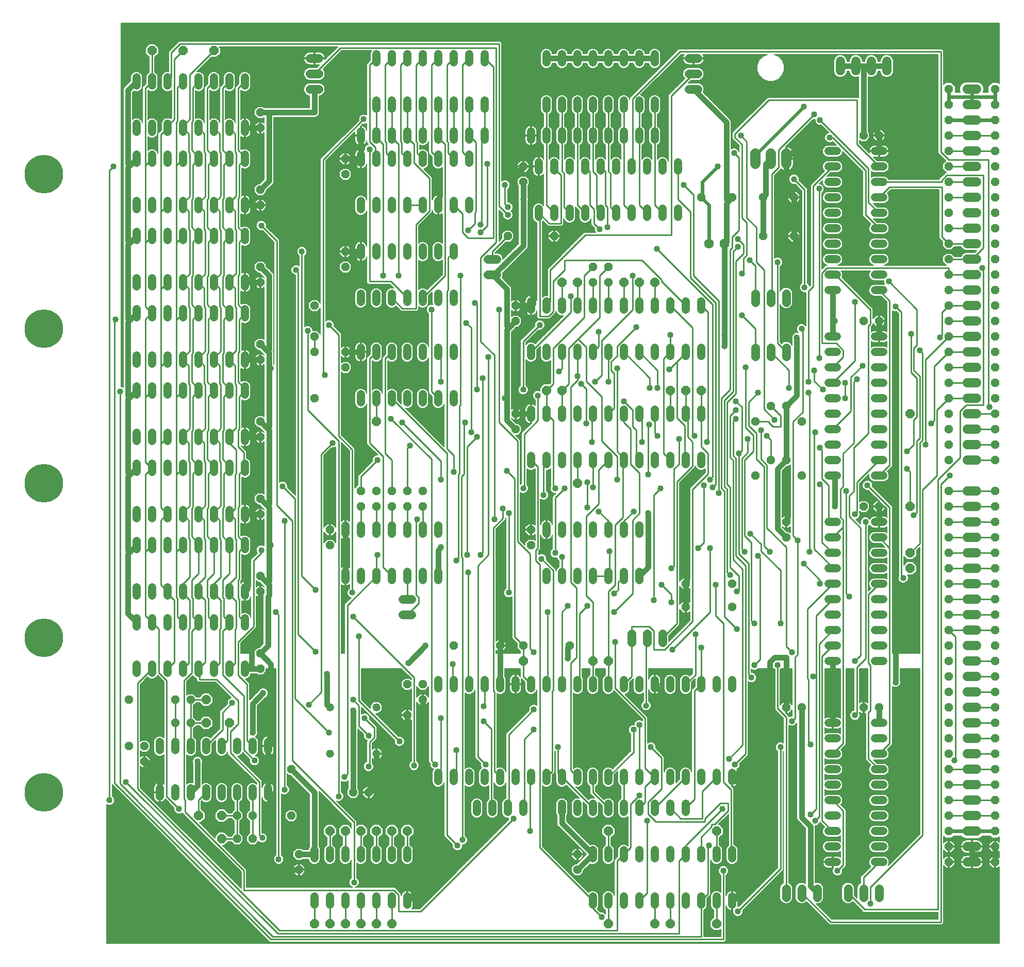
<source format=gtl>
G75*
%MOIN*%
%OFA0B0*%
%FSLAX25Y25*%
%IPPOS*%
%LPD*%
%AMOC8*
5,1,8,0,0,1.08239X$1,22.5*
%
%ADD10C,0.06000*%
%ADD11C,0.06600*%
%ADD12OC8,0.06300*%
%ADD13C,0.06300*%
%ADD14OC8,0.05200*%
%ADD15OC8,0.05250*%
%ADD16C,0.25000*%
%ADD17C,0.05200*%
%ADD18C,0.05200*%
%ADD19C,0.05600*%
%ADD20OC8,0.06000*%
%ADD21OC8,0.05600*%
%ADD22C,0.03600*%
%ADD23C,0.04000*%
%ADD24C,0.00600*%
%ADD25C,0.01000*%
%ADD26C,0.02400*%
D10*
X0638300Y0066300D02*
X0644300Y0066300D01*
X0644300Y0076300D02*
X0638300Y0076300D01*
X0638300Y0086300D02*
X0644300Y0086300D01*
X0644300Y0096300D02*
X0638300Y0096300D01*
X0638300Y0106300D02*
X0644300Y0106300D01*
X0644300Y0116300D02*
X0638300Y0116300D01*
X0638300Y0126300D02*
X0644300Y0126300D01*
X0644300Y0136300D02*
X0638300Y0136300D01*
X0638300Y0146300D02*
X0644300Y0146300D01*
X0644300Y0156300D02*
X0638300Y0156300D01*
X0638300Y0166300D02*
X0644300Y0166300D01*
X0644300Y0176300D02*
X0638300Y0176300D01*
X0638300Y0186300D02*
X0644300Y0186300D01*
X0644300Y0196300D02*
X0638300Y0196300D01*
X0638300Y0206300D02*
X0644300Y0206300D01*
X0644300Y0216300D02*
X0638300Y0216300D01*
X0638300Y0226300D02*
X0644300Y0226300D01*
X0644300Y0236300D02*
X0638300Y0236300D01*
X0638300Y0246300D02*
X0644300Y0246300D01*
X0644300Y0256300D02*
X0638300Y0256300D01*
X0638300Y0266300D02*
X0644300Y0266300D01*
X0644300Y0276300D02*
X0638300Y0276300D01*
X0638300Y0286300D02*
X0644300Y0286300D01*
X0644300Y0296300D02*
X0638300Y0296300D01*
X0638300Y0306300D02*
X0644300Y0306300D01*
X0644300Y0326300D02*
X0638300Y0326300D01*
X0638300Y0336300D02*
X0644300Y0336300D01*
X0644300Y0346300D02*
X0638300Y0346300D01*
X0638300Y0356300D02*
X0644300Y0356300D01*
X0644300Y0366300D02*
X0638300Y0366300D01*
X0638300Y0376300D02*
X0644300Y0376300D01*
X0644300Y0386300D02*
X0638300Y0386300D01*
X0638300Y0396300D02*
X0644300Y0396300D01*
X0644300Y0406300D02*
X0638300Y0406300D01*
X0638300Y0416300D02*
X0644300Y0416300D01*
X0644300Y0426300D02*
X0638300Y0426300D01*
X0638300Y0436300D02*
X0644300Y0436300D01*
X0644300Y0446300D02*
X0638300Y0446300D01*
X0638300Y0456300D02*
X0644300Y0456300D01*
X0644300Y0466300D02*
X0638300Y0466300D01*
X0638300Y0476300D02*
X0644300Y0476300D01*
X0644300Y0486300D02*
X0638300Y0486300D01*
X0638300Y0496300D02*
X0644300Y0496300D01*
X0644300Y0506300D02*
X0638300Y0506300D01*
X0638300Y0516300D02*
X0644300Y0516300D01*
X0644300Y0526300D02*
X0638300Y0526300D01*
X0638300Y0536300D02*
X0644300Y0536300D01*
X0644300Y0546300D02*
X0638300Y0546300D01*
X0638300Y0556300D02*
X0644300Y0556300D01*
X0644300Y0566300D02*
X0638300Y0566300D01*
X0586300Y0578300D02*
X0586300Y0584300D01*
X0576300Y0584300D02*
X0576300Y0578300D01*
X0566300Y0578300D02*
X0566300Y0584300D01*
X0556300Y0584300D02*
X0556300Y0578300D01*
D11*
X0521300Y0524600D02*
X0521300Y0518000D01*
X0511300Y0518000D02*
X0511300Y0524600D01*
X0501300Y0524600D02*
X0501300Y0518000D01*
D12*
X0481300Y0466300D03*
D13*
X0471300Y0466300D03*
D14*
X0466300Y0496300D03*
X0486300Y0496300D03*
X0506300Y0496300D03*
X0526300Y0496300D03*
X0526300Y0471300D03*
X0506300Y0471300D03*
X0571300Y0416300D03*
X0581300Y0416300D03*
X0521300Y0361300D03*
X0511300Y0361300D03*
X0501300Y0351300D03*
X0511300Y0326300D03*
X0521300Y0326300D03*
X0531300Y0316300D03*
X0501300Y0316300D03*
X0521300Y0286300D03*
X0521300Y0276300D03*
X0486300Y0246300D03*
X0486300Y0231300D03*
X0456300Y0231300D03*
X0456300Y0246300D03*
X0381300Y0206300D03*
X0351300Y0206300D03*
X0336300Y0206300D03*
X0306300Y0206300D03*
X0286300Y0181300D03*
X0276300Y0181300D03*
X0286300Y0171300D03*
X0276300Y0161300D03*
X0251300Y0111300D03*
X0241300Y0111300D03*
X0201300Y0096300D03*
X0176300Y0096300D03*
X0166300Y0096300D03*
X0166300Y0081300D03*
X0176300Y0081300D03*
X0206300Y0071300D03*
X0206300Y0061300D03*
X0201300Y0126300D03*
X0181300Y0191300D03*
X0181300Y0201300D03*
X0181300Y0241300D03*
X0181300Y0251300D03*
X0181300Y0291300D03*
X0181300Y0301300D03*
X0181300Y0341300D03*
X0181300Y0351300D03*
X0216300Y0366300D03*
X0236300Y0386300D03*
X0236300Y0396300D03*
X0216300Y0396300D03*
X0216300Y0406300D03*
X0216300Y0426300D03*
X0236300Y0451300D03*
X0236300Y0461300D03*
X0236300Y0511300D03*
X0236300Y0521300D03*
X0181300Y0501300D03*
X0181300Y0491300D03*
X0181300Y0451300D03*
X0181300Y0441300D03*
X0181300Y0401300D03*
X0181300Y0391300D03*
X0226300Y0281300D03*
X0226300Y0271300D03*
X0136300Y0171300D03*
X0126300Y0171300D03*
X0126300Y0156300D03*
X0136300Y0156300D03*
X0106300Y0141300D03*
X0106300Y0131300D03*
X0096300Y0141300D03*
X0096300Y0171300D03*
X0346300Y0346300D03*
X0346300Y0356300D03*
X0346300Y0416300D03*
X0346300Y0426300D03*
X0341300Y0471300D03*
X0371300Y0471300D03*
X0351300Y0506300D03*
X0351300Y0516300D03*
X0181300Y0541300D03*
X0181300Y0551300D03*
X0356300Y0281300D03*
X0356300Y0271300D03*
X0521300Y0166300D03*
X0531300Y0166300D03*
X0571300Y0166300D03*
X0581300Y0166300D03*
X0581300Y0296300D03*
X0571300Y0296300D03*
X0531300Y0351300D03*
X0571300Y0536300D03*
X0581300Y0536300D03*
X0386300Y0071300D03*
X0386300Y0061300D03*
D15*
X0626300Y0066300D03*
X0626300Y0076300D03*
X0626300Y0086300D03*
X0626300Y0096300D03*
X0626300Y0106300D03*
X0626300Y0116300D03*
X0626300Y0126300D03*
X0626300Y0136300D03*
X0626300Y0146300D03*
X0626300Y0156300D03*
X0626300Y0166300D03*
X0626300Y0176300D03*
X0626300Y0186300D03*
X0626300Y0196300D03*
X0626300Y0206300D03*
X0626300Y0216300D03*
X0626300Y0226300D03*
X0626300Y0236300D03*
X0626300Y0246300D03*
X0626300Y0256300D03*
X0626300Y0266300D03*
X0626300Y0276300D03*
X0626300Y0286300D03*
X0626300Y0296300D03*
X0626300Y0306300D03*
X0626300Y0326300D03*
X0626300Y0336300D03*
X0626300Y0346300D03*
X0626300Y0356300D03*
X0626300Y0366300D03*
X0626300Y0376300D03*
X0626300Y0386300D03*
X0626300Y0396300D03*
X0626300Y0406300D03*
X0626300Y0416300D03*
X0626300Y0426300D03*
X0626300Y0436300D03*
X0626300Y0446300D03*
X0626300Y0456300D03*
X0626300Y0466300D03*
X0626300Y0476300D03*
X0626300Y0486300D03*
X0626300Y0496300D03*
X0626300Y0506300D03*
X0626300Y0516300D03*
X0626300Y0526300D03*
X0626300Y0536300D03*
X0626300Y0546300D03*
X0626300Y0556300D03*
X0626300Y0566300D03*
X0656300Y0566300D03*
X0656300Y0556300D03*
X0656300Y0546300D03*
X0656300Y0536300D03*
X0656300Y0526300D03*
X0656300Y0516300D03*
X0656300Y0506300D03*
X0656300Y0496300D03*
X0656300Y0486300D03*
X0656300Y0476300D03*
X0656300Y0466300D03*
X0656300Y0456300D03*
X0656300Y0446300D03*
X0656300Y0436300D03*
X0656300Y0426300D03*
X0656300Y0416300D03*
X0656300Y0406300D03*
X0656300Y0396300D03*
X0656300Y0386300D03*
X0656300Y0376300D03*
X0656300Y0366300D03*
X0656300Y0356300D03*
X0656300Y0346300D03*
X0656300Y0336300D03*
X0656300Y0326300D03*
X0656300Y0306300D03*
X0656300Y0296300D03*
X0656300Y0286300D03*
X0656300Y0276300D03*
X0656300Y0266300D03*
X0656300Y0256300D03*
X0656300Y0246300D03*
X0656300Y0236300D03*
X0656300Y0226300D03*
X0656300Y0216300D03*
X0656300Y0206300D03*
X0656300Y0196300D03*
X0656300Y0186300D03*
X0656300Y0176300D03*
X0656300Y0166300D03*
X0656300Y0156300D03*
X0656300Y0146300D03*
X0656300Y0136300D03*
X0656300Y0126300D03*
X0656300Y0116300D03*
X0656300Y0106300D03*
X0656300Y0096300D03*
X0656300Y0086300D03*
X0656300Y0076300D03*
X0656300Y0066300D03*
D16*
X0041300Y0111300D03*
X0041300Y0211300D03*
X0041300Y0311300D03*
X0041300Y0411300D03*
X0041300Y0511300D03*
D17*
X0101300Y0518700D02*
X0101300Y0523900D01*
X0111300Y0523900D02*
X0111300Y0518700D01*
X0121300Y0518700D02*
X0121300Y0523900D01*
X0131300Y0523900D02*
X0131300Y0518700D01*
X0141300Y0518700D02*
X0141300Y0523900D01*
X0151300Y0523900D02*
X0151300Y0518700D01*
X0161300Y0518700D02*
X0161300Y0523900D01*
X0171300Y0523900D02*
X0171300Y0518700D01*
X0171300Y0538700D02*
X0171300Y0543900D01*
X0161300Y0543900D02*
X0161300Y0538700D01*
X0151300Y0538700D02*
X0151300Y0543900D01*
X0141300Y0543900D02*
X0141300Y0538700D01*
X0131300Y0538700D02*
X0131300Y0543900D01*
X0121300Y0543900D02*
X0121300Y0538700D01*
X0111300Y0538700D02*
X0111300Y0543900D01*
X0101300Y0543900D02*
X0101300Y0538700D01*
X0101300Y0568700D02*
X0101300Y0573900D01*
X0111300Y0573900D02*
X0111300Y0568700D01*
X0121300Y0568700D02*
X0121300Y0573900D01*
X0131300Y0573900D02*
X0131300Y0568700D01*
X0141300Y0568700D02*
X0141300Y0573900D01*
X0151300Y0573900D02*
X0151300Y0568700D01*
X0161300Y0568700D02*
X0161300Y0573900D01*
X0171300Y0573900D02*
X0171300Y0568700D01*
X0246300Y0538900D02*
X0246300Y0533700D01*
X0246300Y0523900D02*
X0246300Y0518700D01*
X0256300Y0518700D02*
X0256300Y0523900D01*
X0256300Y0533700D02*
X0256300Y0538900D01*
X0266300Y0538900D02*
X0266300Y0533700D01*
X0266300Y0523900D02*
X0266300Y0518700D01*
X0276300Y0518700D02*
X0276300Y0523900D01*
X0276300Y0533700D02*
X0276300Y0538900D01*
X0286300Y0538900D02*
X0286300Y0533700D01*
X0286300Y0523900D02*
X0286300Y0518700D01*
X0296300Y0518700D02*
X0296300Y0523900D01*
X0296300Y0533700D02*
X0296300Y0538900D01*
X0306300Y0538900D02*
X0306300Y0533700D01*
X0306300Y0523900D02*
X0306300Y0518700D01*
X0316300Y0518700D02*
X0316300Y0523900D01*
X0316300Y0533700D02*
X0316300Y0538900D01*
X0326300Y0538900D02*
X0326300Y0533700D01*
X0326300Y0553700D02*
X0326300Y0558900D01*
X0316300Y0558900D02*
X0316300Y0553700D01*
X0306300Y0553700D02*
X0306300Y0558900D01*
X0296300Y0558900D02*
X0296300Y0553700D01*
X0286300Y0553700D02*
X0286300Y0558900D01*
X0276300Y0558900D02*
X0276300Y0553700D01*
X0266300Y0553700D02*
X0266300Y0558900D01*
X0256300Y0558900D02*
X0256300Y0553700D01*
X0256300Y0583700D02*
X0256300Y0588900D01*
X0266300Y0588900D02*
X0266300Y0583700D01*
X0276300Y0583700D02*
X0276300Y0588900D01*
X0286300Y0588900D02*
X0286300Y0583700D01*
X0296300Y0583700D02*
X0296300Y0588900D01*
X0306300Y0588900D02*
X0306300Y0583700D01*
X0316300Y0583700D02*
X0316300Y0588900D01*
X0326300Y0588900D02*
X0326300Y0583700D01*
X0366300Y0583700D02*
X0366300Y0588900D01*
X0376300Y0588900D02*
X0376300Y0583700D01*
X0386300Y0583700D02*
X0386300Y0588900D01*
X0396300Y0588900D02*
X0396300Y0583700D01*
X0406300Y0583700D02*
X0406300Y0588900D01*
X0416300Y0588900D02*
X0416300Y0583700D01*
X0426300Y0583700D02*
X0426300Y0588900D01*
X0436300Y0588900D02*
X0436300Y0583700D01*
X0436300Y0558900D02*
X0436300Y0553700D01*
X0426300Y0553700D02*
X0426300Y0558900D01*
X0416300Y0558900D02*
X0416300Y0553700D01*
X0406300Y0553700D02*
X0406300Y0558900D01*
X0396300Y0558900D02*
X0396300Y0553700D01*
X0386300Y0553700D02*
X0386300Y0558900D01*
X0376300Y0558900D02*
X0376300Y0553700D01*
X0366300Y0553700D02*
X0366300Y0558900D01*
X0366300Y0538900D02*
X0366300Y0533700D01*
X0376300Y0533700D02*
X0376300Y0538900D01*
X0386300Y0538900D02*
X0386300Y0533700D01*
X0396300Y0533700D02*
X0396300Y0538900D01*
X0406300Y0538900D02*
X0406300Y0533700D01*
X0416300Y0533700D02*
X0416300Y0538900D01*
X0426300Y0538900D02*
X0426300Y0533700D01*
X0436300Y0533700D02*
X0436300Y0538900D01*
X0431300Y0518900D02*
X0431300Y0513700D01*
X0421300Y0513700D02*
X0421300Y0518900D01*
X0411300Y0518900D02*
X0411300Y0513700D01*
X0401300Y0513700D02*
X0401300Y0518900D01*
X0391300Y0518900D02*
X0391300Y0513700D01*
X0381300Y0513700D02*
X0381300Y0518900D01*
X0371300Y0518900D02*
X0371300Y0513700D01*
X0361300Y0513700D02*
X0361300Y0518900D01*
X0356300Y0533700D02*
X0356300Y0538900D01*
X0316300Y0493900D02*
X0316300Y0488700D01*
X0306300Y0488700D02*
X0306300Y0493900D01*
X0296300Y0493900D02*
X0296300Y0488700D01*
X0286300Y0488700D02*
X0286300Y0493900D01*
X0276300Y0493900D02*
X0276300Y0488700D01*
X0266300Y0488700D02*
X0266300Y0493900D01*
X0256300Y0493900D02*
X0256300Y0488700D01*
X0246300Y0488700D02*
X0246300Y0493900D01*
X0246300Y0463900D02*
X0246300Y0458700D01*
X0256300Y0458700D02*
X0256300Y0463900D01*
X0266300Y0463900D02*
X0266300Y0458700D01*
X0276300Y0458700D02*
X0276300Y0463900D01*
X0286300Y0463900D02*
X0286300Y0458700D01*
X0296300Y0458700D02*
X0296300Y0463900D01*
X0306300Y0463900D02*
X0306300Y0458700D01*
X0306300Y0433900D02*
X0306300Y0428700D01*
X0296300Y0428700D02*
X0296300Y0433900D01*
X0286300Y0433900D02*
X0286300Y0428700D01*
X0276300Y0428700D02*
X0276300Y0433900D01*
X0266300Y0433900D02*
X0266300Y0428700D01*
X0256300Y0428700D02*
X0256300Y0433900D01*
X0246300Y0433900D02*
X0246300Y0428700D01*
X0246300Y0398900D02*
X0246300Y0393700D01*
X0256300Y0393700D02*
X0256300Y0398900D01*
X0266300Y0398900D02*
X0266300Y0393700D01*
X0276300Y0393700D02*
X0276300Y0398900D01*
X0286300Y0398900D02*
X0286300Y0393700D01*
X0296300Y0393700D02*
X0296300Y0398900D01*
X0306300Y0398900D02*
X0306300Y0393700D01*
X0306300Y0368900D02*
X0306300Y0363700D01*
X0296300Y0363700D02*
X0296300Y0368900D01*
X0286300Y0368900D02*
X0286300Y0363700D01*
X0276300Y0363700D02*
X0276300Y0368900D01*
X0266300Y0368900D02*
X0266300Y0363700D01*
X0256300Y0363700D02*
X0256300Y0368900D01*
X0246300Y0368900D02*
X0246300Y0363700D01*
X0171300Y0368700D02*
X0171300Y0373900D01*
X0161300Y0373900D02*
X0161300Y0368700D01*
X0151300Y0368700D02*
X0151300Y0373900D01*
X0141300Y0373900D02*
X0141300Y0368700D01*
X0131300Y0368700D02*
X0131300Y0373900D01*
X0121300Y0373900D02*
X0121300Y0368700D01*
X0111300Y0368700D02*
X0111300Y0373900D01*
X0101300Y0373900D02*
X0101300Y0368700D01*
X0101300Y0388700D02*
X0101300Y0393900D01*
X0111300Y0393900D02*
X0111300Y0388700D01*
X0121300Y0388700D02*
X0121300Y0393900D01*
X0131300Y0393900D02*
X0131300Y0388700D01*
X0141300Y0388700D02*
X0141300Y0393900D01*
X0151300Y0393900D02*
X0151300Y0388700D01*
X0161300Y0388700D02*
X0161300Y0393900D01*
X0171300Y0393900D02*
X0171300Y0388700D01*
X0171300Y0418700D02*
X0171300Y0423900D01*
X0161300Y0423900D02*
X0161300Y0418700D01*
X0151300Y0418700D02*
X0151300Y0423900D01*
X0141300Y0423900D02*
X0141300Y0418700D01*
X0131300Y0418700D02*
X0131300Y0423900D01*
X0121300Y0423900D02*
X0121300Y0418700D01*
X0111300Y0418700D02*
X0111300Y0423900D01*
X0101300Y0423900D02*
X0101300Y0418700D01*
X0101300Y0438700D02*
X0101300Y0443900D01*
X0111300Y0443900D02*
X0111300Y0438700D01*
X0121300Y0438700D02*
X0121300Y0443900D01*
X0131300Y0443900D02*
X0131300Y0438700D01*
X0141300Y0438700D02*
X0141300Y0443900D01*
X0151300Y0443900D02*
X0151300Y0438700D01*
X0161300Y0438700D02*
X0161300Y0443900D01*
X0171300Y0443900D02*
X0171300Y0438700D01*
X0171300Y0468700D02*
X0171300Y0473900D01*
X0161300Y0473900D02*
X0161300Y0468700D01*
X0151300Y0468700D02*
X0151300Y0473900D01*
X0141300Y0473900D02*
X0141300Y0468700D01*
X0131300Y0468700D02*
X0131300Y0473900D01*
X0121300Y0473900D02*
X0121300Y0468700D01*
X0111300Y0468700D02*
X0111300Y0473900D01*
X0101300Y0473900D02*
X0101300Y0468700D01*
X0101300Y0488700D02*
X0101300Y0493900D01*
X0111300Y0493900D02*
X0111300Y0488700D01*
X0121300Y0488700D02*
X0121300Y0493900D01*
X0131300Y0493900D02*
X0131300Y0488700D01*
X0141300Y0488700D02*
X0141300Y0493900D01*
X0151300Y0493900D02*
X0151300Y0488700D01*
X0161300Y0488700D02*
X0161300Y0493900D01*
X0171300Y0493900D02*
X0171300Y0488700D01*
X0171300Y0343900D02*
X0171300Y0338700D01*
X0161300Y0338700D02*
X0161300Y0343900D01*
X0151300Y0343900D02*
X0151300Y0338700D01*
X0141300Y0338700D02*
X0141300Y0343900D01*
X0131300Y0343900D02*
X0131300Y0338700D01*
X0121300Y0338700D02*
X0121300Y0343900D01*
X0111300Y0343900D02*
X0111300Y0338700D01*
X0101300Y0338700D02*
X0101300Y0343900D01*
X0101300Y0323900D02*
X0101300Y0318700D01*
X0111300Y0318700D02*
X0111300Y0323900D01*
X0121300Y0323900D02*
X0121300Y0318700D01*
X0131300Y0318700D02*
X0131300Y0323900D01*
X0141300Y0323900D02*
X0141300Y0318700D01*
X0151300Y0318700D02*
X0151300Y0323900D01*
X0161300Y0323900D02*
X0161300Y0318700D01*
X0171300Y0318700D02*
X0171300Y0323900D01*
X0171300Y0293900D02*
X0171300Y0288700D01*
X0161300Y0288700D02*
X0161300Y0293900D01*
X0151300Y0293900D02*
X0151300Y0288700D01*
X0141300Y0288700D02*
X0141300Y0293900D01*
X0131300Y0293900D02*
X0131300Y0288700D01*
X0121300Y0288700D02*
X0121300Y0293900D01*
X0111300Y0293900D02*
X0111300Y0288700D01*
X0101300Y0288700D02*
X0101300Y0293900D01*
X0101300Y0273900D02*
X0101300Y0268700D01*
X0111300Y0268700D02*
X0111300Y0273900D01*
X0121300Y0273900D02*
X0121300Y0268700D01*
X0131300Y0268700D02*
X0131300Y0273900D01*
X0141300Y0273900D02*
X0141300Y0268700D01*
X0151300Y0268700D02*
X0151300Y0273900D01*
X0161300Y0273900D02*
X0161300Y0268700D01*
X0171300Y0268700D02*
X0171300Y0273900D01*
X0171300Y0243900D02*
X0171300Y0238700D01*
X0161300Y0238700D02*
X0161300Y0243900D01*
X0151300Y0243900D02*
X0151300Y0238700D01*
X0141300Y0238700D02*
X0141300Y0243900D01*
X0131300Y0243900D02*
X0131300Y0238700D01*
X0121300Y0238700D02*
X0121300Y0243900D01*
X0111300Y0243900D02*
X0111300Y0238700D01*
X0101300Y0238700D02*
X0101300Y0243900D01*
X0101300Y0223900D02*
X0101300Y0218700D01*
X0111300Y0218700D02*
X0111300Y0223900D01*
X0121300Y0223900D02*
X0121300Y0218700D01*
X0131300Y0218700D02*
X0131300Y0223900D01*
X0141300Y0223900D02*
X0141300Y0218700D01*
X0151300Y0218700D02*
X0151300Y0223900D01*
X0161300Y0223900D02*
X0161300Y0218700D01*
X0171300Y0218700D02*
X0171300Y0223900D01*
X0171300Y0193900D02*
X0171300Y0188700D01*
X0161300Y0188700D02*
X0161300Y0193900D01*
X0151300Y0193900D02*
X0151300Y0188700D01*
X0141300Y0188700D02*
X0141300Y0193900D01*
X0131300Y0193900D02*
X0131300Y0188700D01*
X0121300Y0188700D02*
X0121300Y0193900D01*
X0111300Y0193900D02*
X0111300Y0188700D01*
X0101300Y0188700D02*
X0101300Y0193900D01*
X0116300Y0143900D02*
X0116300Y0138700D01*
X0126300Y0138700D02*
X0126300Y0143900D01*
X0136300Y0143900D02*
X0136300Y0138700D01*
X0146300Y0138700D02*
X0146300Y0143900D01*
X0156300Y0143900D02*
X0156300Y0138700D01*
X0166300Y0138700D02*
X0166300Y0143900D01*
X0176300Y0143900D02*
X0176300Y0138700D01*
X0186300Y0138700D02*
X0186300Y0143900D01*
X0186300Y0113900D02*
X0186300Y0108700D01*
X0176300Y0108700D02*
X0176300Y0113900D01*
X0166300Y0113900D02*
X0166300Y0108700D01*
X0156300Y0108700D02*
X0156300Y0113900D01*
X0146300Y0113900D02*
X0146300Y0108700D01*
X0136300Y0108700D02*
X0136300Y0113900D01*
X0126300Y0113900D02*
X0126300Y0108700D01*
X0116300Y0108700D02*
X0116300Y0113900D01*
X0216300Y0073900D02*
X0216300Y0068700D01*
X0226300Y0068700D02*
X0226300Y0073900D01*
X0236300Y0073900D02*
X0236300Y0068700D01*
X0246300Y0068700D02*
X0246300Y0073900D01*
X0256300Y0073900D02*
X0256300Y0068700D01*
X0266300Y0068700D02*
X0266300Y0073900D01*
X0276300Y0073900D02*
X0276300Y0068700D01*
X0276300Y0043900D02*
X0276300Y0038700D01*
X0266300Y0038700D02*
X0266300Y0043900D01*
X0256300Y0043900D02*
X0256300Y0038700D01*
X0246300Y0038700D02*
X0246300Y0043900D01*
X0236300Y0043900D02*
X0236300Y0038700D01*
X0226300Y0038700D02*
X0226300Y0043900D01*
X0216300Y0043900D02*
X0216300Y0038700D01*
X0296300Y0118700D02*
X0296300Y0123900D01*
X0306300Y0123900D02*
X0306300Y0118700D01*
X0316300Y0118700D02*
X0316300Y0123900D01*
X0326300Y0123900D02*
X0326300Y0118700D01*
X0336300Y0118700D02*
X0336300Y0123900D01*
X0346300Y0123900D02*
X0346300Y0118700D01*
X0356300Y0118700D02*
X0356300Y0123900D01*
X0366300Y0123900D02*
X0366300Y0118700D01*
X0376300Y0118700D02*
X0376300Y0123900D01*
X0386300Y0123900D02*
X0386300Y0118700D01*
X0396300Y0118700D02*
X0396300Y0123900D01*
X0406300Y0123900D02*
X0406300Y0118700D01*
X0416300Y0118700D02*
X0416300Y0123900D01*
X0426300Y0123900D02*
X0426300Y0118700D01*
X0436300Y0118700D02*
X0436300Y0123900D01*
X0446300Y0123900D02*
X0446300Y0118700D01*
X0456300Y0118700D02*
X0456300Y0123900D01*
X0466300Y0123900D02*
X0466300Y0118700D01*
X0476300Y0118700D02*
X0476300Y0123900D01*
X0486300Y0123900D02*
X0486300Y0118700D01*
X0456300Y0103900D02*
X0456300Y0098700D01*
X0446300Y0098700D02*
X0446300Y0103900D01*
X0436300Y0103900D02*
X0436300Y0098700D01*
X0426300Y0098700D02*
X0426300Y0103900D01*
X0416300Y0103900D02*
X0416300Y0098700D01*
X0406300Y0098700D02*
X0406300Y0103900D01*
X0396300Y0103900D02*
X0396300Y0098700D01*
X0386300Y0098700D02*
X0386300Y0103900D01*
X0376300Y0103900D02*
X0376300Y0098700D01*
X0351300Y0098700D02*
X0351300Y0103900D01*
X0341300Y0103900D02*
X0341300Y0098700D01*
X0331300Y0098700D02*
X0331300Y0103900D01*
X0321300Y0103900D02*
X0321300Y0098700D01*
X0396300Y0073900D02*
X0396300Y0068700D01*
X0406300Y0068700D02*
X0406300Y0073900D01*
X0416300Y0073900D02*
X0416300Y0068700D01*
X0426300Y0068700D02*
X0426300Y0073900D01*
X0436300Y0073900D02*
X0436300Y0068700D01*
X0446300Y0068700D02*
X0446300Y0073900D01*
X0456300Y0073900D02*
X0456300Y0068700D01*
X0466300Y0068700D02*
X0466300Y0073900D01*
X0476300Y0073900D02*
X0476300Y0068700D01*
X0486300Y0068700D02*
X0486300Y0073900D01*
X0486300Y0043900D02*
X0486300Y0038700D01*
X0476300Y0038700D02*
X0476300Y0043900D01*
X0466300Y0043900D02*
X0466300Y0038700D01*
X0456300Y0038700D02*
X0456300Y0043900D01*
X0446300Y0043900D02*
X0446300Y0038700D01*
X0436300Y0038700D02*
X0436300Y0043900D01*
X0426300Y0043900D02*
X0426300Y0038700D01*
X0416300Y0038700D02*
X0416300Y0043900D01*
X0406300Y0043900D02*
X0406300Y0038700D01*
X0396300Y0038700D02*
X0396300Y0043900D01*
X0396300Y0178700D02*
X0396300Y0183900D01*
X0386300Y0183900D02*
X0386300Y0178700D01*
X0376300Y0178700D02*
X0376300Y0183900D01*
X0366300Y0183900D02*
X0366300Y0178700D01*
X0356300Y0178700D02*
X0356300Y0183900D01*
X0346300Y0183900D02*
X0346300Y0178700D01*
X0336300Y0178700D02*
X0336300Y0183900D01*
X0326300Y0183900D02*
X0326300Y0178700D01*
X0316300Y0178700D02*
X0316300Y0183900D01*
X0306300Y0183900D02*
X0306300Y0178700D01*
X0296300Y0178700D02*
X0296300Y0183900D01*
X0296300Y0248700D02*
X0296300Y0253900D01*
X0286300Y0253900D02*
X0286300Y0248700D01*
X0276300Y0248700D02*
X0276300Y0253900D01*
X0266300Y0253900D02*
X0266300Y0248700D01*
X0256300Y0248700D02*
X0256300Y0253900D01*
X0246300Y0253900D02*
X0246300Y0248700D01*
X0236300Y0248700D02*
X0236300Y0253900D01*
X0236300Y0278700D02*
X0236300Y0283900D01*
X0246300Y0283900D02*
X0246300Y0278700D01*
X0256300Y0278700D02*
X0256300Y0283900D01*
X0266300Y0283900D02*
X0266300Y0278700D01*
X0276300Y0278700D02*
X0276300Y0283900D01*
X0286300Y0283900D02*
X0286300Y0278700D01*
X0296300Y0278700D02*
X0296300Y0283900D01*
X0356300Y0323700D02*
X0356300Y0328900D01*
X0366300Y0328900D02*
X0366300Y0323700D01*
X0376300Y0323700D02*
X0376300Y0328900D01*
X0386300Y0328900D02*
X0386300Y0323700D01*
X0396300Y0323700D02*
X0396300Y0328900D01*
X0406300Y0328900D02*
X0406300Y0323700D01*
X0416300Y0323700D02*
X0416300Y0328900D01*
X0426300Y0328900D02*
X0426300Y0323700D01*
X0436300Y0323700D02*
X0436300Y0328900D01*
X0446300Y0328900D02*
X0446300Y0323700D01*
X0456300Y0323700D02*
X0456300Y0328900D01*
X0466300Y0328900D02*
X0466300Y0323700D01*
X0466300Y0353700D02*
X0466300Y0358900D01*
X0456300Y0358900D02*
X0456300Y0353700D01*
X0446300Y0353700D02*
X0446300Y0358900D01*
X0436300Y0358900D02*
X0436300Y0353700D01*
X0426300Y0353700D02*
X0426300Y0358900D01*
X0416300Y0358900D02*
X0416300Y0353700D01*
X0406300Y0353700D02*
X0406300Y0358900D01*
X0396300Y0358900D02*
X0396300Y0353700D01*
X0386300Y0353700D02*
X0386300Y0358900D01*
X0376300Y0358900D02*
X0376300Y0353700D01*
X0366300Y0353700D02*
X0366300Y0358900D01*
X0356300Y0358900D02*
X0356300Y0353700D01*
X0356300Y0393700D02*
X0356300Y0398900D01*
X0366300Y0398900D02*
X0366300Y0393700D01*
X0376300Y0393700D02*
X0376300Y0398900D01*
X0386300Y0398900D02*
X0386300Y0393700D01*
X0396300Y0393700D02*
X0396300Y0398900D01*
X0406300Y0398900D02*
X0406300Y0393700D01*
X0416300Y0393700D02*
X0416300Y0398900D01*
X0426300Y0398900D02*
X0426300Y0393700D01*
X0436300Y0393700D02*
X0436300Y0398900D01*
X0446300Y0398900D02*
X0446300Y0393700D01*
X0456300Y0393700D02*
X0456300Y0398900D01*
X0466300Y0398900D02*
X0466300Y0393700D01*
X0466300Y0423700D02*
X0466300Y0428900D01*
X0456300Y0428900D02*
X0456300Y0423700D01*
X0446300Y0423700D02*
X0446300Y0428900D01*
X0436300Y0428900D02*
X0436300Y0423700D01*
X0426300Y0423700D02*
X0426300Y0428900D01*
X0416300Y0428900D02*
X0416300Y0423700D01*
X0406300Y0423700D02*
X0406300Y0428900D01*
X0396300Y0428900D02*
X0396300Y0423700D01*
X0386300Y0423700D02*
X0386300Y0428900D01*
X0376300Y0428900D02*
X0376300Y0423700D01*
X0366300Y0423700D02*
X0366300Y0428900D01*
X0356300Y0428900D02*
X0356300Y0423700D01*
X0361300Y0483700D02*
X0361300Y0488900D01*
X0371300Y0488900D02*
X0371300Y0483700D01*
X0381300Y0483700D02*
X0381300Y0488900D01*
X0391300Y0488900D02*
X0391300Y0483700D01*
X0401300Y0483700D02*
X0401300Y0488900D01*
X0411300Y0488900D02*
X0411300Y0483700D01*
X0421300Y0483700D02*
X0421300Y0488900D01*
X0431300Y0488900D02*
X0431300Y0483700D01*
X0441300Y0483700D02*
X0441300Y0488900D01*
X0451300Y0488900D02*
X0451300Y0483700D01*
X0451300Y0513700D02*
X0451300Y0518900D01*
X0441300Y0518900D02*
X0441300Y0513700D01*
X0548700Y0516300D02*
X0553900Y0516300D01*
X0553900Y0506300D02*
X0548700Y0506300D01*
X0548700Y0496300D02*
X0553900Y0496300D01*
X0553900Y0486300D02*
X0548700Y0486300D01*
X0548700Y0476300D02*
X0553900Y0476300D01*
X0553900Y0466300D02*
X0548700Y0466300D01*
X0548700Y0456300D02*
X0553900Y0456300D01*
X0553900Y0446300D02*
X0548700Y0446300D01*
X0548700Y0436300D02*
X0553900Y0436300D01*
X0578700Y0436300D02*
X0583900Y0436300D01*
X0583900Y0446300D02*
X0578700Y0446300D01*
X0578700Y0456300D02*
X0583900Y0456300D01*
X0583900Y0466300D02*
X0578700Y0466300D01*
X0578700Y0476300D02*
X0583900Y0476300D01*
X0583900Y0486300D02*
X0578700Y0486300D01*
X0578700Y0496300D02*
X0583900Y0496300D01*
X0583900Y0506300D02*
X0578700Y0506300D01*
X0578700Y0516300D02*
X0583900Y0516300D01*
X0583900Y0526300D02*
X0578700Y0526300D01*
X0553900Y0526300D02*
X0548700Y0526300D01*
X0548700Y0406300D02*
X0553900Y0406300D01*
X0553900Y0396300D02*
X0548700Y0396300D01*
X0548700Y0386300D02*
X0553900Y0386300D01*
X0553900Y0376300D02*
X0548700Y0376300D01*
X0548700Y0366300D02*
X0553900Y0366300D01*
X0553900Y0356300D02*
X0548700Y0356300D01*
X0548700Y0346300D02*
X0553900Y0346300D01*
X0553900Y0336300D02*
X0548700Y0336300D01*
X0548700Y0326300D02*
X0553900Y0326300D01*
X0553900Y0316300D02*
X0548700Y0316300D01*
X0548700Y0286300D02*
X0553900Y0286300D01*
X0553900Y0276300D02*
X0548700Y0276300D01*
X0548700Y0266300D02*
X0553900Y0266300D01*
X0553900Y0256300D02*
X0548700Y0256300D01*
X0548700Y0246300D02*
X0553900Y0246300D01*
X0553900Y0236300D02*
X0548700Y0236300D01*
X0548700Y0226300D02*
X0553900Y0226300D01*
X0553900Y0216300D02*
X0548700Y0216300D01*
X0548700Y0206300D02*
X0553900Y0206300D01*
X0553900Y0196300D02*
X0548700Y0196300D01*
X0578700Y0196300D02*
X0583900Y0196300D01*
X0583900Y0206300D02*
X0578700Y0206300D01*
X0578700Y0216300D02*
X0583900Y0216300D01*
X0583900Y0226300D02*
X0578700Y0226300D01*
X0578700Y0236300D02*
X0583900Y0236300D01*
X0583900Y0246300D02*
X0578700Y0246300D01*
X0578700Y0256300D02*
X0583900Y0256300D01*
X0583900Y0266300D02*
X0578700Y0266300D01*
X0578700Y0276300D02*
X0583900Y0276300D01*
X0583900Y0286300D02*
X0578700Y0286300D01*
X0578700Y0316300D02*
X0583900Y0316300D01*
X0583900Y0326300D02*
X0578700Y0326300D01*
X0578700Y0336300D02*
X0583900Y0336300D01*
X0583900Y0346300D02*
X0578700Y0346300D01*
X0578700Y0356300D02*
X0583900Y0356300D01*
X0583900Y0366300D02*
X0578700Y0366300D01*
X0578700Y0376300D02*
X0583900Y0376300D01*
X0583900Y0386300D02*
X0578700Y0386300D01*
X0578700Y0396300D02*
X0583900Y0396300D01*
X0583900Y0406300D02*
X0578700Y0406300D01*
X0426300Y0283900D02*
X0426300Y0278700D01*
X0416300Y0278700D02*
X0416300Y0283900D01*
X0406300Y0283900D02*
X0406300Y0278700D01*
X0396300Y0278700D02*
X0396300Y0283900D01*
X0386300Y0283900D02*
X0386300Y0278700D01*
X0376300Y0278700D02*
X0376300Y0283900D01*
X0366300Y0283900D02*
X0366300Y0278700D01*
X0366300Y0253900D02*
X0366300Y0248700D01*
X0376300Y0248700D02*
X0376300Y0253900D01*
X0386300Y0253900D02*
X0386300Y0248700D01*
X0396300Y0248700D02*
X0396300Y0253900D01*
X0406300Y0253900D02*
X0406300Y0248700D01*
X0416300Y0248700D02*
X0416300Y0253900D01*
X0426300Y0253900D02*
X0426300Y0248700D01*
X0426300Y0183900D02*
X0426300Y0178700D01*
X0416300Y0178700D02*
X0416300Y0183900D01*
X0406300Y0183900D02*
X0406300Y0178700D01*
X0436300Y0178700D02*
X0436300Y0183900D01*
X0446300Y0183900D02*
X0446300Y0178700D01*
X0456300Y0178700D02*
X0456300Y0183900D01*
X0466300Y0183900D02*
X0466300Y0178700D01*
X0476300Y0178700D02*
X0476300Y0183900D01*
X0486300Y0183900D02*
X0486300Y0178700D01*
X0548700Y0156300D02*
X0553900Y0156300D01*
X0553900Y0146300D02*
X0548700Y0146300D01*
X0548700Y0136300D02*
X0553900Y0136300D01*
X0553900Y0126300D02*
X0548700Y0126300D01*
X0548700Y0116300D02*
X0553900Y0116300D01*
X0553900Y0106300D02*
X0548700Y0106300D01*
X0548700Y0096300D02*
X0553900Y0096300D01*
X0553900Y0086300D02*
X0548700Y0086300D01*
X0548700Y0076300D02*
X0553900Y0076300D01*
X0553900Y0066300D02*
X0548700Y0066300D01*
X0578700Y0066300D02*
X0583900Y0066300D01*
X0583900Y0076300D02*
X0578700Y0076300D01*
X0578700Y0086300D02*
X0583900Y0086300D01*
X0583900Y0096300D02*
X0578700Y0096300D01*
X0578700Y0106300D02*
X0583900Y0106300D01*
X0583900Y0116300D02*
X0578700Y0116300D01*
X0578700Y0126300D02*
X0583900Y0126300D01*
X0583900Y0136300D02*
X0578700Y0136300D01*
X0578700Y0146300D02*
X0583900Y0146300D01*
X0583900Y0156300D02*
X0578700Y0156300D01*
D18*
X0256300Y0166300D03*
X0256300Y0136300D03*
X0226300Y0136300D03*
X0226300Y0166300D03*
D19*
X0273500Y0226300D02*
X0279100Y0226300D01*
X0279100Y0236300D02*
X0273500Y0236300D01*
X0421300Y0214100D02*
X0421300Y0208500D01*
X0431300Y0208500D02*
X0431300Y0214100D01*
X0441300Y0214100D02*
X0441300Y0208500D01*
X0521300Y0049100D02*
X0521300Y0043500D01*
X0531300Y0043500D02*
X0531300Y0049100D01*
X0541300Y0049100D02*
X0541300Y0043500D01*
X0561300Y0043500D02*
X0561300Y0049100D01*
X0571300Y0049100D02*
X0571300Y0043500D01*
X0581300Y0043500D02*
X0581300Y0049100D01*
X0521300Y0393500D02*
X0521300Y0399100D01*
X0511300Y0399100D02*
X0511300Y0393500D01*
X0501300Y0393500D02*
X0501300Y0399100D01*
X0501300Y0428500D02*
X0501300Y0434100D01*
X0511300Y0434100D02*
X0511300Y0428500D01*
X0521300Y0428500D02*
X0521300Y0434100D01*
X0464100Y0566300D02*
X0458500Y0566300D01*
X0458500Y0576300D02*
X0464100Y0576300D01*
X0464100Y0586300D02*
X0458500Y0586300D01*
X0334100Y0456300D02*
X0328500Y0456300D01*
X0328500Y0446300D02*
X0334100Y0446300D01*
X0219100Y0566300D02*
X0213500Y0566300D01*
X0213500Y0576300D02*
X0219100Y0576300D01*
X0219100Y0586300D02*
X0213500Y0586300D01*
D20*
X0151300Y0591300D03*
X0131300Y0591300D03*
X0111300Y0591300D03*
X0366300Y0371300D03*
X0376300Y0371300D03*
X0386300Y0311300D03*
X0446300Y0371300D03*
X0456300Y0371300D03*
X0466300Y0371300D03*
X0436300Y0441300D03*
X0426300Y0441300D03*
X0416300Y0441300D03*
X0386300Y0441300D03*
X0376300Y0441300D03*
X0256300Y0351300D03*
X0351300Y0196300D03*
X0396300Y0196300D03*
X0406300Y0196300D03*
X0406300Y0086300D03*
X0406300Y0026300D03*
X0436300Y0026300D03*
X0446300Y0026300D03*
X0476300Y0026300D03*
X0476300Y0086300D03*
X0601300Y0256300D03*
X0601300Y0266300D03*
X0601300Y0296300D03*
X0601300Y0356300D03*
X0276300Y0086300D03*
X0266300Y0086300D03*
X0256300Y0086300D03*
X0246300Y0086300D03*
X0236300Y0086300D03*
X0226300Y0086300D03*
X0226300Y0026300D03*
X0216300Y0026300D03*
X0236300Y0026300D03*
X0246300Y0026300D03*
X0256300Y0026300D03*
X0266300Y0026300D03*
X0156300Y0081300D03*
X0156300Y0096300D03*
X0141300Y0096300D03*
X0146300Y0156300D03*
X0146300Y0171300D03*
X0161300Y0156300D03*
D21*
X0246300Y0296300D03*
X0246300Y0306300D03*
X0256300Y0306300D03*
X0266300Y0306300D03*
X0266300Y0296300D03*
X0256300Y0296300D03*
X0276300Y0296300D03*
X0286300Y0296300D03*
X0286300Y0306300D03*
X0276300Y0306300D03*
X0396300Y0441300D03*
X0396300Y0451300D03*
X0406300Y0451300D03*
X0406300Y0441300D03*
D22*
X0358175Y0463175D02*
X0357550Y0462550D01*
X0357550Y0427550D01*
X0356300Y0426300D01*
X0351925Y0426300D01*
X0351925Y0413800D01*
X0346300Y0408175D01*
X0346300Y0356300D01*
X0356300Y0356300D01*
X0346300Y0346300D02*
X0340675Y0351925D01*
X0340675Y0366300D01*
X0339425Y0366300D01*
X0340675Y0366300D02*
X0340675Y0410675D01*
X0341925Y0411925D01*
X0340675Y0413175D01*
X0340675Y0436925D01*
X0331300Y0446300D01*
X0333175Y0446925D01*
X0351300Y0465050D01*
X0351300Y0495050D01*
X0351300Y0506300D01*
X0346300Y0503175D02*
X0345675Y0503800D01*
X0345675Y0510675D01*
X0351300Y0516300D01*
X0346300Y0503175D02*
X0346300Y0475050D01*
X0296925Y0491925D02*
X0296300Y0491300D01*
X0296925Y0491925D02*
X0296925Y0509425D01*
X0246300Y0521300D02*
X0246300Y0536300D01*
X0246300Y0521300D02*
X0241925Y0521300D01*
X0241925Y0508800D01*
X0240675Y0507550D01*
X0240675Y0461300D01*
X0236300Y0461300D01*
X0240675Y0461300D02*
X0241925Y0461300D01*
X0241925Y0448800D01*
X0240675Y0447550D01*
X0240675Y0396300D01*
X0236300Y0396300D01*
X0240675Y0396300D02*
X0246300Y0396300D01*
X0188175Y0385675D02*
X0186925Y0385675D01*
X0186925Y0395675D01*
X0185675Y0396925D01*
X0186925Y0398175D01*
X0186925Y0445675D01*
X0181300Y0451300D01*
X0176925Y0455050D02*
X0175675Y0453800D01*
X0175675Y0441300D01*
X0171300Y0441300D01*
X0175675Y0441300D02*
X0176925Y0441300D01*
X0176925Y0405050D01*
X0175675Y0403800D01*
X0175675Y0391300D01*
X0171300Y0391300D01*
X0175675Y0391300D02*
X0176925Y0391300D01*
X0176925Y0355050D01*
X0175675Y0353800D01*
X0175675Y0341300D01*
X0171300Y0341300D01*
X0175675Y0341300D02*
X0176925Y0341300D01*
X0176925Y0305050D01*
X0175675Y0303800D01*
X0175675Y0291300D01*
X0171300Y0291300D01*
X0175675Y0291300D02*
X0176925Y0291300D01*
X0176925Y0266300D01*
X0173175Y0262550D01*
X0173175Y0243175D01*
X0171300Y0241300D01*
X0181300Y0241300D02*
X0181300Y0218175D01*
X0175675Y0212550D01*
X0175675Y0191300D01*
X0171300Y0191300D01*
X0175675Y0191300D02*
X0181300Y0191300D01*
X0188175Y0194425D02*
X0181300Y0201300D01*
X0186300Y0206300D01*
X0186300Y0238175D01*
X0186925Y0238800D01*
X0186925Y0245675D01*
X0185675Y0246925D01*
X0186925Y0248175D01*
X0186925Y0271300D01*
X0188175Y0271300D01*
X0186925Y0271300D02*
X0186925Y0295675D01*
X0185675Y0296925D01*
X0186925Y0298175D01*
X0186925Y0345675D01*
X0185675Y0346925D01*
X0186925Y0348175D01*
X0186925Y0385675D01*
X0181300Y0391300D02*
X0176925Y0391300D01*
X0185675Y0396925D02*
X0181300Y0401300D01*
X0181300Y0441300D02*
X0176925Y0441300D01*
X0176925Y0455050D02*
X0176925Y0491300D01*
X0175675Y0491300D01*
X0175675Y0503800D01*
X0176925Y0505050D01*
X0176925Y0541300D01*
X0171300Y0541300D01*
X0176925Y0541300D02*
X0181300Y0541300D01*
X0181300Y0551300D02*
X0186925Y0551300D01*
X0186925Y0506925D01*
X0181300Y0501300D01*
X0181300Y0491300D02*
X0176925Y0491300D01*
X0175675Y0491300D02*
X0171300Y0491300D01*
X0186925Y0551300D02*
X0216300Y0551300D01*
X0216300Y0566300D01*
X0236300Y0521300D02*
X0241925Y0521300D01*
X0241925Y0461300D02*
X0246300Y0461300D01*
X0341925Y0411925D02*
X0346300Y0416300D01*
X0346300Y0426300D02*
X0351925Y0426300D01*
X0481300Y0407550D02*
X0481300Y0400050D01*
X0481300Y0407550D02*
X0481300Y0466300D01*
X0482550Y0467550D01*
X0482550Y0492550D01*
X0483800Y0493800D01*
X0482550Y0495050D01*
X0482550Y0545050D01*
X0461300Y0566300D01*
X0436300Y0586300D02*
X0426300Y0586300D01*
X0416300Y0586300D01*
X0406300Y0586300D01*
X0396300Y0586300D01*
X0386300Y0586300D01*
X0376300Y0586300D01*
X0366300Y0586300D01*
X0483800Y0493800D02*
X0486300Y0496300D01*
X0506300Y0496300D02*
X0508175Y0498175D01*
X0508175Y0518175D01*
X0511300Y0521300D01*
X0521300Y0521300D02*
X0541300Y0541300D01*
X0521300Y0521300D02*
X0521300Y0501300D01*
X0526300Y0496300D01*
X0526300Y0471300D01*
X0527550Y0470050D01*
X0527550Y0425675D01*
X0531925Y0421300D01*
X0528175Y0405675D02*
X0528175Y0368175D01*
X0521300Y0361300D01*
X0521300Y0326300D01*
X0515675Y0320675D01*
X0515675Y0281925D01*
X0521300Y0276300D01*
X0521300Y0286300D02*
X0521925Y0286925D01*
X0521925Y0296925D01*
X0552550Y0296300D02*
X0552550Y0315050D01*
X0551300Y0316300D01*
X0581300Y0296300D02*
X0581300Y0286300D01*
X0591925Y0276300D02*
X0591925Y0401925D01*
X0581300Y0406300D02*
X0581300Y0416300D01*
X0552550Y0416300D02*
X0551300Y0416300D01*
X0551300Y0406300D01*
X0551300Y0416300D02*
X0551300Y0436300D01*
X0506300Y0471300D02*
X0506300Y0496300D01*
X0571300Y0536300D02*
X0571300Y0581300D01*
X0576300Y0581300D01*
X0586300Y0581300D01*
X0571300Y0581300D02*
X0566300Y0581300D01*
X0556300Y0581300D01*
X0576300Y0560675D02*
X0580050Y0556925D01*
X0580050Y0537550D01*
X0581300Y0536300D01*
X0581300Y0526300D01*
X0431925Y0291925D02*
X0431925Y0256925D01*
X0426300Y0251300D01*
X0456300Y0246300D02*
X0456300Y0231300D01*
X0456300Y0246300D02*
X0456925Y0247550D01*
X0456925Y0273175D01*
X0454425Y0273175D01*
X0456925Y0273175D02*
X0456925Y0285675D01*
X0381300Y0206300D02*
X0380050Y0205050D01*
X0380050Y0198175D01*
X0336925Y0207550D02*
X0336300Y0206300D01*
X0336300Y0181300D01*
X0336925Y0207550D02*
X0336925Y0278175D01*
X0338175Y0279425D01*
X0298175Y0270050D02*
X0296300Y0268175D01*
X0296300Y0251300D01*
X0288175Y0206300D02*
X0276925Y0195050D01*
X0286300Y0171300D02*
X0286300Y0121300D01*
X0268175Y0103175D01*
X0282550Y0088800D01*
X0282550Y0047550D01*
X0276300Y0041300D01*
X0216300Y0071300D02*
X0206300Y0071300D01*
X0216300Y0071300D02*
X0216300Y0111300D01*
X0201300Y0126300D01*
X0186300Y0141300D02*
X0188175Y0143175D01*
X0188175Y0194425D01*
X0183175Y0175675D02*
X0176300Y0168800D01*
X0176300Y0150050D01*
X0186300Y0141300D02*
X0186300Y0111300D01*
X0187550Y0110050D01*
X0187550Y0061300D01*
X0206300Y0061300D01*
X0241300Y0111300D02*
X0241300Y0164425D01*
X0226300Y0166300D02*
X0224425Y0168175D01*
X0224425Y0188175D01*
X0276300Y0161300D02*
X0276300Y0142550D01*
X0257550Y0123800D01*
X0256300Y0123800D01*
X0256300Y0116300D01*
X0255675Y0115675D01*
X0268175Y0103175D01*
X0255675Y0115675D02*
X0251300Y0111300D01*
X0256300Y0123800D02*
X0256300Y0136300D01*
X0140675Y0131300D02*
X0140675Y0115675D01*
X0136300Y0111300D01*
X0116300Y0111300D02*
X0116300Y0121300D01*
X0106300Y0131300D01*
X0101300Y0221300D02*
X0095675Y0226925D01*
X0095675Y0265675D01*
X0096925Y0266925D01*
X0095675Y0268175D01*
X0095675Y0315675D01*
X0096925Y0316925D01*
X0095675Y0318175D01*
X0095675Y0365675D01*
X0096925Y0366925D01*
X0095675Y0368175D01*
X0095675Y0415675D01*
X0096925Y0416925D01*
X0095675Y0418175D01*
X0095675Y0465675D01*
X0096925Y0466925D01*
X0095675Y0468175D01*
X0095675Y0515675D01*
X0096925Y0516925D01*
X0095675Y0518175D01*
X0095675Y0565675D01*
X0101300Y0571300D01*
X0101300Y0521300D02*
X0096925Y0516925D01*
X0101300Y0471300D02*
X0096925Y0466925D01*
X0101300Y0421300D02*
X0096925Y0416925D01*
X0101300Y0371300D02*
X0096925Y0366925D01*
X0101300Y0321300D02*
X0096925Y0316925D01*
X0101300Y0271300D02*
X0096925Y0266925D01*
X0176925Y0291300D02*
X0181300Y0291300D01*
X0185675Y0296925D02*
X0181300Y0301300D01*
X0181300Y0341300D02*
X0176925Y0341300D01*
X0185675Y0346925D02*
X0181300Y0351300D01*
X0236300Y0281300D02*
X0236300Y0251300D01*
X0185675Y0246925D02*
X0181300Y0251300D01*
X0376300Y0101300D02*
X0376300Y0091300D01*
X0396300Y0071300D01*
X0386300Y0061300D01*
X0486300Y0041300D02*
X0491925Y0046925D01*
X0491925Y0065050D01*
X0493175Y0065050D01*
X0491925Y0065050D02*
X0491925Y0115675D01*
X0486300Y0121300D01*
X0488175Y0121925D01*
X0510675Y0144425D01*
X0510675Y0195675D01*
X0513800Y0198800D01*
X0521300Y0198800D01*
X0521300Y0166300D01*
X0531300Y0166300D02*
X0531300Y0095050D01*
X0536925Y0089425D01*
X0536925Y0050675D01*
X0541300Y0046300D01*
X0641300Y0066300D02*
X0641300Y0071300D01*
X0656300Y0071300D01*
X0656300Y0066300D01*
X0656300Y0071300D02*
X0656300Y0076300D01*
X0641300Y0076300D02*
X0641300Y0071300D01*
X0581300Y0156300D02*
X0581300Y0166300D01*
X0591925Y0182550D02*
X0591925Y0276300D01*
X0551300Y0196300D02*
X0551300Y0156300D01*
X0450050Y0166925D02*
X0436300Y0180675D01*
X0436300Y0181300D01*
D23*
X0430675Y0167550D03*
X0426300Y0155050D03*
X0422550Y0151925D03*
X0433800Y0140675D03*
X0450050Y0166925D03*
X0484425Y0133175D03*
X0488175Y0129425D03*
X0480050Y0100675D03*
X0471300Y0076925D03*
X0480675Y0060675D03*
X0493175Y0065050D03*
X0490050Y0034425D03*
X0554425Y0060675D03*
X0575675Y0039425D03*
X0540050Y0093175D03*
X0536925Y0096925D03*
X0536925Y0142550D03*
X0525050Y0157550D03*
X0517550Y0140675D03*
X0498800Y0185675D03*
X0500675Y0193800D03*
X0515675Y0193800D03*
X0525050Y0201925D03*
X0517550Y0220675D03*
X0500675Y0220675D03*
X0489425Y0216925D03*
X0489425Y0241300D03*
X0485050Y0251925D03*
X0475675Y0245675D03*
X0494425Y0266925D03*
X0503175Y0264425D03*
X0510675Y0266925D03*
X0498175Y0278800D03*
X0521925Y0296925D03*
X0528800Y0274425D03*
X0536300Y0266925D03*
X0532550Y0259425D03*
X0543175Y0246300D03*
X0561925Y0238175D03*
X0596925Y0250050D03*
X0591925Y0276300D03*
X0603800Y0290675D03*
X0572550Y0286300D03*
X0565675Y0291300D03*
X0552550Y0296300D03*
X0560050Y0306300D03*
X0573800Y0310050D03*
X0599425Y0320675D03*
X0599425Y0331925D03*
X0611300Y0336300D03*
X0615050Y0350050D03*
X0652550Y0360675D03*
X0607550Y0397550D03*
X0601925Y0408175D03*
X0591925Y0401925D03*
X0591925Y0425675D03*
X0587550Y0441925D03*
X0565675Y0428800D03*
X0552550Y0416300D03*
X0531925Y0421300D03*
X0531300Y0411300D03*
X0528175Y0405675D03*
X0542550Y0392550D03*
X0539425Y0384425D03*
X0535675Y0376925D03*
X0535675Y0370050D03*
X0523175Y0373175D03*
X0503175Y0370050D03*
X0488800Y0364425D03*
X0488800Y0358800D03*
X0488800Y0353175D03*
X0496300Y0340050D03*
X0505050Y0345675D03*
X0508800Y0341925D03*
X0513800Y0352550D03*
X0490675Y0330675D03*
X0470050Y0338175D03*
X0461925Y0341925D03*
X0451925Y0340050D03*
X0438175Y0341925D03*
X0428175Y0338175D03*
X0432550Y0349425D03*
X0416300Y0364425D03*
X0406300Y0376925D03*
X0411925Y0385675D03*
X0397550Y0376925D03*
X0388800Y0375675D03*
X0386300Y0380675D03*
X0374425Y0383800D03*
X0360675Y0368175D03*
X0351300Y0371925D03*
X0339425Y0366300D03*
X0325050Y0379425D03*
X0321300Y0371925D03*
X0313800Y0350675D03*
X0317550Y0344425D03*
X0321300Y0341300D03*
X0306300Y0318800D03*
X0298175Y0313800D03*
X0278175Y0335675D03*
X0273175Y0350675D03*
X0265675Y0353175D03*
X0256925Y0326300D03*
X0228175Y0337550D03*
X0195675Y0309425D03*
X0196925Y0286925D03*
X0188175Y0271300D03*
X0181925Y0268175D03*
X0216925Y0242550D03*
X0240675Y0240675D03*
X0241300Y0225050D03*
X0245050Y0212550D03*
X0216925Y0202550D03*
X0224425Y0188175D03*
X0212550Y0168175D03*
X0225675Y0150050D03*
X0241300Y0164425D03*
X0241300Y0171300D03*
X0248800Y0159425D03*
X0251300Y0148175D03*
X0251300Y0128175D03*
X0235675Y0121300D03*
X0231925Y0108800D03*
X0196925Y0113175D03*
X0177550Y0131925D03*
X0176300Y0150050D03*
X0163175Y0169425D03*
X0183175Y0175675D03*
X0140675Y0131300D03*
X0128800Y0100675D03*
X0094425Y0118175D03*
X0083800Y0106300D03*
X0182550Y0081925D03*
X0193175Y0068175D03*
X0241925Y0053175D03*
X0308800Y0076925D03*
X0311925Y0080675D03*
X0345050Y0094425D03*
X0355675Y0086300D03*
X0326925Y0129425D03*
X0308175Y0138800D03*
X0294425Y0129425D03*
X0280675Y0128800D03*
X0271300Y0144425D03*
X0298175Y0159425D03*
X0325675Y0157550D03*
X0325675Y0166925D03*
X0358175Y0165050D03*
X0358175Y0151925D03*
X0373800Y0140675D03*
X0426300Y0109425D03*
X0431300Y0093175D03*
X0401925Y0030675D03*
X0565675Y0161300D03*
X0591925Y0182550D03*
X0565675Y0196300D03*
X0538800Y0186300D03*
X0466300Y0205050D03*
X0462550Y0213800D03*
X0447550Y0203800D03*
X0446925Y0234425D03*
X0435675Y0235675D03*
X0440675Y0245675D03*
X0446925Y0256300D03*
X0454425Y0273175D03*
X0464425Y0269425D03*
X0471925Y0269425D03*
X0456925Y0285675D03*
X0477550Y0305050D03*
X0473800Y0308800D03*
X0471925Y0313800D03*
X0468175Y0310050D03*
X0440050Y0308175D03*
X0431925Y0316925D03*
X0411925Y0313800D03*
X0396300Y0308800D03*
X0392550Y0311925D03*
X0378175Y0308175D03*
X0371925Y0308175D03*
X0364425Y0303800D03*
X0351300Y0308175D03*
X0340675Y0319425D03*
X0338175Y0295050D03*
X0341925Y0291925D03*
X0332550Y0288175D03*
X0338175Y0279425D03*
X0323800Y0265050D03*
X0315050Y0265050D03*
X0308175Y0261300D03*
X0315675Y0253800D03*
X0298175Y0270050D03*
X0282550Y0288175D03*
X0256925Y0265050D03*
X0288175Y0206300D03*
X0276925Y0195050D03*
X0305675Y0194425D03*
X0341925Y0240675D03*
X0366925Y0228175D03*
X0380050Y0231925D03*
X0392550Y0231925D03*
X0410050Y0228175D03*
X0410050Y0240050D03*
X0406925Y0267550D03*
X0431925Y0291925D03*
X0422550Y0293175D03*
X0400050Y0293175D03*
X0392550Y0295675D03*
X0376300Y0263800D03*
X0371925Y0266300D03*
X0363175Y0262550D03*
X0410675Y0208800D03*
X0380050Y0198175D03*
X0358175Y0201925D03*
X0395675Y0338175D03*
X0391925Y0350050D03*
X0433175Y0373175D03*
X0438175Y0373175D03*
X0445675Y0385050D03*
X0446300Y0407550D03*
X0424425Y0412550D03*
X0400050Y0409425D03*
X0381925Y0432550D03*
X0361925Y0413800D03*
X0335675Y0423800D03*
X0320050Y0428175D03*
X0314425Y0415050D03*
X0291925Y0423800D03*
X0310675Y0445675D03*
X0315675Y0475050D03*
X0323800Y0473800D03*
X0323800Y0478800D03*
X0341300Y0485050D03*
X0341300Y0490050D03*
X0351300Y0495050D03*
X0339425Y0504425D03*
X0328175Y0518175D03*
X0296925Y0509425D03*
X0251925Y0527550D03*
X0248175Y0546925D03*
X0181925Y0478175D03*
X0208175Y0461300D03*
X0204425Y0449425D03*
X0225675Y0413800D03*
X0211925Y0410050D03*
X0223175Y0381300D03*
X0188175Y0385675D03*
X0260675Y0445675D03*
X0270675Y0445675D03*
X0328800Y0393175D03*
X0298175Y0376925D03*
X0358175Y0463175D03*
X0346300Y0475050D03*
X0400675Y0475675D03*
X0405675Y0476925D03*
X0437550Y0463175D03*
X0421925Y0445675D03*
X0481300Y0407550D03*
X0481300Y0400050D03*
X0495050Y0386300D03*
X0492550Y0420050D03*
X0492550Y0446925D03*
X0497550Y0455675D03*
X0490050Y0464425D03*
X0490050Y0469425D03*
X0515675Y0454425D03*
X0533175Y0438175D03*
X0570675Y0387550D03*
X0566925Y0378800D03*
X0559425Y0376300D03*
X0559425Y0366300D03*
X0545050Y0371925D03*
X0540050Y0344425D03*
X0543175Y0334425D03*
X0543175Y0310675D03*
X0626925Y0316300D03*
X0620675Y0405675D03*
X0648175Y0450675D03*
X0549425Y0535050D03*
X0541300Y0541300D03*
X0543175Y0546300D03*
X0539425Y0550050D03*
X0532550Y0555050D03*
X0576300Y0560675D03*
X0526300Y0508175D03*
X0542550Y0501925D03*
X0491925Y0536300D03*
X0487550Y0525050D03*
X0476925Y0516300D03*
X0455050Y0504425D03*
X0191300Y0228175D03*
X0090675Y0370675D03*
X0087550Y0417550D03*
X0086300Y0516300D03*
X0630050Y0131925D03*
D24*
X0081900Y0103533D02*
X0081900Y0013600D01*
X0659000Y0013600D01*
X0659000Y0063449D01*
X0657926Y0062375D01*
X0656600Y0062375D01*
X0656600Y0066000D01*
X0656000Y0066000D01*
X0656000Y0062375D01*
X0654674Y0062375D01*
X0652375Y0064674D01*
X0652375Y0066000D01*
X0656000Y0066000D01*
X0656000Y0066600D01*
X0656000Y0070225D01*
X0654674Y0070225D01*
X0652375Y0067926D01*
X0652375Y0066600D01*
X0656000Y0066600D01*
X0656600Y0066600D01*
X0656600Y0070225D01*
X0657926Y0070225D01*
X0659000Y0069151D01*
X0659000Y0073449D01*
X0657926Y0072375D01*
X0656600Y0072375D01*
X0656600Y0076000D01*
X0656000Y0076000D01*
X0656000Y0072375D01*
X0654674Y0072375D01*
X0652375Y0074674D01*
X0652375Y0076000D01*
X0656000Y0076000D01*
X0656000Y0076600D01*
X0656000Y0080225D01*
X0654674Y0080225D01*
X0652375Y0077926D01*
X0652375Y0076600D01*
X0656000Y0076600D01*
X0656600Y0076600D01*
X0656600Y0080225D01*
X0657926Y0080225D01*
X0659000Y0079151D01*
X0659000Y0082601D01*
X0658174Y0081775D01*
X0654426Y0081775D01*
X0653001Y0083200D01*
X0648130Y0083200D01*
X0647076Y0082146D01*
X0645275Y0081400D01*
X0637325Y0081400D01*
X0635524Y0082146D01*
X0634470Y0083200D01*
X0629599Y0083200D01*
X0628174Y0081775D01*
X0624426Y0081775D01*
X0623100Y0083101D01*
X0623100Y0078651D01*
X0624674Y0080225D01*
X0626000Y0080225D01*
X0626000Y0076600D01*
X0626600Y0076600D01*
X0626600Y0080225D01*
X0627926Y0080225D01*
X0630225Y0077926D01*
X0630225Y0076600D01*
X0626600Y0076600D01*
X0626600Y0076000D01*
X0630225Y0076000D01*
X0630225Y0074674D01*
X0627926Y0072375D01*
X0626600Y0072375D01*
X0626600Y0076000D01*
X0626000Y0076000D01*
X0626000Y0072375D01*
X0624674Y0072375D01*
X0623100Y0073949D01*
X0623100Y0068651D01*
X0624674Y0070225D01*
X0626000Y0070225D01*
X0626000Y0066600D01*
X0626600Y0066600D01*
X0626600Y0070225D01*
X0627926Y0070225D01*
X0630225Y0067926D01*
X0630225Y0066600D01*
X0626600Y0066600D01*
X0626600Y0066000D01*
X0630225Y0066000D01*
X0630225Y0064674D01*
X0627926Y0062375D01*
X0626600Y0062375D01*
X0626600Y0066000D01*
X0626000Y0066000D01*
X0626000Y0062375D01*
X0624674Y0062375D01*
X0623100Y0063949D01*
X0623100Y0026804D01*
X0622046Y0025750D01*
X0549304Y0025750D01*
X0548250Y0026804D01*
X0534326Y0040728D01*
X0533622Y0040024D01*
X0532116Y0039400D01*
X0530484Y0039400D01*
X0528978Y0040024D01*
X0527824Y0041178D01*
X0527200Y0042684D01*
X0527200Y0049916D01*
X0527824Y0051422D01*
X0528978Y0052576D01*
X0530484Y0053200D01*
X0532116Y0053200D01*
X0533622Y0052576D01*
X0533825Y0052373D01*
X0533825Y0088141D01*
X0529544Y0092422D01*
X0528672Y0093294D01*
X0528200Y0094433D01*
X0528200Y0156531D01*
X0527848Y0155681D01*
X0526919Y0154752D01*
X0525706Y0154250D01*
X0524394Y0154250D01*
X0523181Y0154752D01*
X0523100Y0154833D01*
X0523100Y0052792D01*
X0523622Y0052576D01*
X0524776Y0051422D01*
X0525400Y0049916D01*
X0525400Y0042684D01*
X0524776Y0041178D01*
X0523622Y0040024D01*
X0522116Y0039400D01*
X0520484Y0039400D01*
X0518978Y0040024D01*
X0517824Y0041178D01*
X0517200Y0042684D01*
X0517200Y0049916D01*
X0517824Y0051422D01*
X0518978Y0052576D01*
X0519500Y0052792D01*
X0519500Y0137958D01*
X0519419Y0137877D01*
X0519350Y0137849D01*
X0519350Y0061179D01*
X0518296Y0060125D01*
X0493321Y0035151D01*
X0493350Y0035081D01*
X0493350Y0033769D01*
X0492848Y0032556D01*
X0491919Y0031627D01*
X0490706Y0031125D01*
X0489394Y0031125D01*
X0488181Y0031627D01*
X0487252Y0032556D01*
X0486750Y0033769D01*
X0486750Y0034813D01*
X0486684Y0034800D01*
X0486600Y0034800D01*
X0486600Y0041000D01*
X0486600Y0041600D01*
X0486000Y0041600D01*
X0486000Y0047800D01*
X0485916Y0047800D01*
X0485162Y0047650D01*
X0484453Y0047356D01*
X0483814Y0046929D01*
X0483271Y0046386D01*
X0482844Y0045747D01*
X0482550Y0045038D01*
X0482475Y0044661D01*
X0482475Y0057849D01*
X0482544Y0057877D01*
X0483473Y0058806D01*
X0483975Y0060019D01*
X0483975Y0061331D01*
X0483473Y0062544D01*
X0482544Y0063473D01*
X0481331Y0063975D01*
X0480019Y0063975D01*
X0478806Y0063473D01*
X0477877Y0062544D01*
X0477375Y0061331D01*
X0477375Y0060019D01*
X0477877Y0058806D01*
X0478806Y0057877D01*
X0478875Y0057849D01*
X0478875Y0046840D01*
X0478509Y0047206D01*
X0477076Y0047800D01*
X0475524Y0047800D01*
X0474091Y0047206D01*
X0472994Y0046109D01*
X0472400Y0044676D01*
X0472400Y0037924D01*
X0472994Y0036491D01*
X0474091Y0035394D01*
X0474500Y0035224D01*
X0474500Y0030581D01*
X0472000Y0028081D01*
X0472000Y0024519D01*
X0474519Y0022000D01*
X0478081Y0022000D01*
X0478875Y0022794D01*
X0478875Y0018100D01*
X0468100Y0018100D01*
X0468100Y0035224D01*
X0468509Y0035394D01*
X0469606Y0036491D01*
X0470200Y0037924D01*
X0470200Y0042654D01*
X0472475Y0044929D01*
X0472475Y0067743D01*
X0472994Y0066491D01*
X0474091Y0065394D01*
X0475524Y0064800D01*
X0477076Y0064800D01*
X0478509Y0065394D01*
X0479606Y0066491D01*
X0480200Y0067924D01*
X0480200Y0074676D01*
X0479606Y0076109D01*
X0478509Y0077206D01*
X0478100Y0077376D01*
X0478100Y0082019D01*
X0480600Y0084519D01*
X0480600Y0088081D01*
X0478081Y0090600D01*
X0477521Y0090600D01*
X0483875Y0096954D01*
X0483875Y0076990D01*
X0482994Y0076109D01*
X0482400Y0074676D01*
X0482400Y0067924D01*
X0482994Y0066491D01*
X0484091Y0065394D01*
X0485524Y0064800D01*
X0487076Y0064800D01*
X0488509Y0065394D01*
X0489606Y0066491D01*
X0490200Y0067924D01*
X0490200Y0074676D01*
X0489606Y0076109D01*
X0488509Y0077206D01*
X0487475Y0077635D01*
X0487475Y0113921D01*
X0486000Y0115396D01*
X0486000Y0121000D01*
X0486600Y0121000D01*
X0486600Y0121600D01*
X0490200Y0121600D01*
X0490200Y0124284D01*
X0490050Y0125038D01*
X0489756Y0125747D01*
X0489358Y0126343D01*
X0490044Y0126627D01*
X0490973Y0127556D01*
X0491475Y0128769D01*
X0491475Y0130081D01*
X0491446Y0130151D01*
X0495796Y0134500D01*
X0496850Y0135554D01*
X0496850Y0182958D01*
X0496931Y0182877D01*
X0498144Y0182375D01*
X0499456Y0182375D01*
X0500669Y0182877D01*
X0501598Y0183806D01*
X0502100Y0185019D01*
X0502100Y0186331D01*
X0501598Y0187544D01*
X0500669Y0188473D01*
X0499456Y0188975D01*
X0498725Y0188975D01*
X0498725Y0191083D01*
X0498806Y0191002D01*
X0500019Y0190500D01*
X0501331Y0190500D01*
X0502544Y0191002D01*
X0502842Y0191300D01*
X0513508Y0191300D01*
X0513806Y0191002D01*
X0513875Y0190974D01*
X0513875Y0164929D01*
X0514929Y0163875D01*
X0519500Y0159304D01*
X0519500Y0143392D01*
X0519419Y0143473D01*
X0518206Y0143975D01*
X0516894Y0143975D01*
X0515681Y0143473D01*
X0514752Y0142544D01*
X0514250Y0141331D01*
X0514250Y0140019D01*
X0514752Y0138806D01*
X0515681Y0137877D01*
X0515750Y0137849D01*
X0515750Y0062671D01*
X0490776Y0037696D01*
X0490706Y0037725D01*
X0490082Y0037725D01*
X0490200Y0038316D01*
X0490200Y0041000D01*
X0486600Y0041000D01*
X0486000Y0041000D01*
X0486000Y0034800D01*
X0485916Y0034800D01*
X0485162Y0034950D01*
X0484453Y0035244D01*
X0483814Y0035671D01*
X0483271Y0036214D01*
X0482844Y0036853D01*
X0482550Y0037562D01*
X0482475Y0037939D01*
X0482475Y0015554D01*
X0481421Y0014500D01*
X0187429Y0014500D01*
X0186375Y0015554D01*
X0085600Y0116329D01*
X0085600Y0109126D01*
X0085669Y0109098D01*
X0086598Y0108169D01*
X0087100Y0106956D01*
X0087100Y0105644D01*
X0086598Y0104431D01*
X0085669Y0103502D01*
X0084456Y0103000D01*
X0083144Y0103000D01*
X0081931Y0103502D01*
X0081900Y0103533D01*
X0081900Y0103471D02*
X0082007Y0103471D01*
X0081900Y0102872D02*
X0099057Y0102872D01*
X0099656Y0102274D02*
X0081900Y0102274D01*
X0081900Y0101675D02*
X0100254Y0101675D01*
X0100853Y0101077D02*
X0081900Y0101077D01*
X0081900Y0100478D02*
X0101451Y0100478D01*
X0102050Y0099880D02*
X0081900Y0099880D01*
X0081900Y0099281D02*
X0102648Y0099281D01*
X0103247Y0098683D02*
X0081900Y0098683D01*
X0081900Y0098084D02*
X0103845Y0098084D01*
X0104444Y0097486D02*
X0081900Y0097486D01*
X0081900Y0096887D02*
X0105042Y0096887D01*
X0105641Y0096289D02*
X0081900Y0096289D01*
X0081900Y0095690D02*
X0106239Y0095690D01*
X0106838Y0095092D02*
X0081900Y0095092D01*
X0081900Y0094493D02*
X0107436Y0094493D01*
X0108035Y0093895D02*
X0081900Y0093895D01*
X0081900Y0093296D02*
X0108633Y0093296D01*
X0109232Y0092698D02*
X0081900Y0092698D01*
X0081900Y0092099D02*
X0109830Y0092099D01*
X0110429Y0091501D02*
X0081900Y0091501D01*
X0081900Y0090902D02*
X0111027Y0090902D01*
X0111626Y0090303D02*
X0081900Y0090303D01*
X0081900Y0089705D02*
X0112224Y0089705D01*
X0112823Y0089106D02*
X0081900Y0089106D01*
X0081900Y0088508D02*
X0113421Y0088508D01*
X0114020Y0087909D02*
X0081900Y0087909D01*
X0081900Y0087311D02*
X0114618Y0087311D01*
X0115217Y0086712D02*
X0081900Y0086712D01*
X0081900Y0086114D02*
X0115815Y0086114D01*
X0116414Y0085515D02*
X0081900Y0085515D01*
X0081900Y0084917D02*
X0117013Y0084917D01*
X0117611Y0084318D02*
X0081900Y0084318D01*
X0081900Y0083720D02*
X0118210Y0083720D01*
X0118808Y0083121D02*
X0081900Y0083121D01*
X0081900Y0082523D02*
X0119407Y0082523D01*
X0120005Y0081924D02*
X0081900Y0081924D01*
X0081900Y0081326D02*
X0120604Y0081326D01*
X0121202Y0080727D02*
X0081900Y0080727D01*
X0081900Y0080129D02*
X0121801Y0080129D01*
X0122399Y0079530D02*
X0081900Y0079530D01*
X0081900Y0078932D02*
X0122998Y0078932D01*
X0123596Y0078333D02*
X0081900Y0078333D01*
X0081900Y0077735D02*
X0124195Y0077735D01*
X0124793Y0077136D02*
X0081900Y0077136D01*
X0081900Y0076538D02*
X0125392Y0076538D01*
X0125990Y0075939D02*
X0081900Y0075939D01*
X0081900Y0075341D02*
X0126589Y0075341D01*
X0127187Y0074742D02*
X0081900Y0074742D01*
X0081900Y0074144D02*
X0127786Y0074144D01*
X0128384Y0073545D02*
X0081900Y0073545D01*
X0081900Y0072947D02*
X0128983Y0072947D01*
X0129581Y0072348D02*
X0081900Y0072348D01*
X0081900Y0071750D02*
X0130180Y0071750D01*
X0130778Y0071151D02*
X0081900Y0071151D01*
X0081900Y0070553D02*
X0131377Y0070553D01*
X0131975Y0069954D02*
X0081900Y0069954D01*
X0081900Y0069356D02*
X0132574Y0069356D01*
X0133172Y0068757D02*
X0081900Y0068757D01*
X0081900Y0068159D02*
X0133771Y0068159D01*
X0134369Y0067560D02*
X0081900Y0067560D01*
X0081900Y0066962D02*
X0134968Y0066962D01*
X0135566Y0066363D02*
X0081900Y0066363D01*
X0081900Y0065765D02*
X0136165Y0065765D01*
X0136763Y0065166D02*
X0081900Y0065166D01*
X0081900Y0064568D02*
X0137362Y0064568D01*
X0137960Y0063969D02*
X0081900Y0063969D01*
X0081900Y0063370D02*
X0138559Y0063370D01*
X0139157Y0062772D02*
X0081900Y0062772D01*
X0081900Y0062173D02*
X0139756Y0062173D01*
X0140354Y0061575D02*
X0081900Y0061575D01*
X0081900Y0060976D02*
X0140953Y0060976D01*
X0141551Y0060378D02*
X0081900Y0060378D01*
X0081900Y0059779D02*
X0142150Y0059779D01*
X0142748Y0059181D02*
X0081900Y0059181D01*
X0081900Y0058582D02*
X0143347Y0058582D01*
X0143946Y0057984D02*
X0081900Y0057984D01*
X0081900Y0057385D02*
X0144544Y0057385D01*
X0145143Y0056787D02*
X0081900Y0056787D01*
X0081900Y0056188D02*
X0145741Y0056188D01*
X0146340Y0055590D02*
X0081900Y0055590D01*
X0081900Y0054991D02*
X0146938Y0054991D01*
X0147537Y0054393D02*
X0081900Y0054393D01*
X0081900Y0053794D02*
X0148135Y0053794D01*
X0148734Y0053196D02*
X0081900Y0053196D01*
X0081900Y0052597D02*
X0149332Y0052597D01*
X0149931Y0051999D02*
X0081900Y0051999D01*
X0081900Y0051400D02*
X0150529Y0051400D01*
X0151128Y0050802D02*
X0081900Y0050802D01*
X0081900Y0050203D02*
X0151726Y0050203D01*
X0152325Y0049605D02*
X0081900Y0049605D01*
X0081900Y0049006D02*
X0152923Y0049006D01*
X0153522Y0048408D02*
X0081900Y0048408D01*
X0081900Y0047809D02*
X0154120Y0047809D01*
X0154719Y0047211D02*
X0081900Y0047211D01*
X0081900Y0046612D02*
X0155317Y0046612D01*
X0155916Y0046014D02*
X0081900Y0046014D01*
X0081900Y0045415D02*
X0156514Y0045415D01*
X0157113Y0044817D02*
X0081900Y0044817D01*
X0081900Y0044218D02*
X0157711Y0044218D01*
X0158310Y0043620D02*
X0081900Y0043620D01*
X0081900Y0043021D02*
X0158908Y0043021D01*
X0159507Y0042423D02*
X0081900Y0042423D01*
X0081900Y0041824D02*
X0160105Y0041824D01*
X0160704Y0041226D02*
X0081900Y0041226D01*
X0081900Y0040627D02*
X0161302Y0040627D01*
X0161901Y0040029D02*
X0081900Y0040029D01*
X0081900Y0039430D02*
X0162499Y0039430D01*
X0163098Y0038832D02*
X0081900Y0038832D01*
X0081900Y0038233D02*
X0163696Y0038233D01*
X0164295Y0037634D02*
X0081900Y0037634D01*
X0081900Y0037036D02*
X0164893Y0037036D01*
X0165492Y0036437D02*
X0081900Y0036437D01*
X0081900Y0035839D02*
X0166090Y0035839D01*
X0166689Y0035240D02*
X0081900Y0035240D01*
X0081900Y0034642D02*
X0167287Y0034642D01*
X0167886Y0034043D02*
X0081900Y0034043D01*
X0081900Y0033445D02*
X0168484Y0033445D01*
X0169083Y0032846D02*
X0081900Y0032846D01*
X0081900Y0032248D02*
X0169682Y0032248D01*
X0170280Y0031649D02*
X0081900Y0031649D01*
X0081900Y0031051D02*
X0170879Y0031051D01*
X0171477Y0030452D02*
X0081900Y0030452D01*
X0081900Y0029854D02*
X0172076Y0029854D01*
X0172674Y0029255D02*
X0081900Y0029255D01*
X0081900Y0028657D02*
X0173273Y0028657D01*
X0173871Y0028058D02*
X0081900Y0028058D01*
X0081900Y0027460D02*
X0174470Y0027460D01*
X0175068Y0026861D02*
X0081900Y0026861D01*
X0081900Y0026263D02*
X0175667Y0026263D01*
X0176265Y0025664D02*
X0081900Y0025664D01*
X0081900Y0025066D02*
X0176864Y0025066D01*
X0177462Y0024467D02*
X0081900Y0024467D01*
X0081900Y0023869D02*
X0178061Y0023869D01*
X0178659Y0023270D02*
X0081900Y0023270D01*
X0081900Y0022672D02*
X0179258Y0022672D01*
X0179856Y0022073D02*
X0081900Y0022073D01*
X0081900Y0021475D02*
X0180455Y0021475D01*
X0181053Y0020876D02*
X0081900Y0020876D01*
X0081900Y0020278D02*
X0181652Y0020278D01*
X0182250Y0019679D02*
X0081900Y0019679D01*
X0081900Y0019081D02*
X0182849Y0019081D01*
X0183447Y0018482D02*
X0081900Y0018482D01*
X0081900Y0017884D02*
X0184046Y0017884D01*
X0184644Y0017285D02*
X0081900Y0017285D01*
X0081900Y0016687D02*
X0185243Y0016687D01*
X0185841Y0016088D02*
X0081900Y0016088D01*
X0081900Y0015490D02*
X0186440Y0015490D01*
X0187038Y0014891D02*
X0081900Y0014891D01*
X0081900Y0014293D02*
X0659000Y0014293D01*
X0659000Y0014891D02*
X0481812Y0014891D01*
X0482410Y0015490D02*
X0659000Y0015490D01*
X0659000Y0016088D02*
X0482475Y0016088D01*
X0482475Y0016687D02*
X0659000Y0016687D01*
X0659000Y0017285D02*
X0482475Y0017285D01*
X0482475Y0017884D02*
X0659000Y0017884D01*
X0659000Y0018482D02*
X0482475Y0018482D01*
X0482475Y0019081D02*
X0659000Y0019081D01*
X0659000Y0019679D02*
X0482475Y0019679D01*
X0482475Y0020278D02*
X0659000Y0020278D01*
X0659000Y0020876D02*
X0482475Y0020876D01*
X0482475Y0021475D02*
X0659000Y0021475D01*
X0659000Y0022073D02*
X0482475Y0022073D01*
X0482475Y0022672D02*
X0659000Y0022672D01*
X0659000Y0023270D02*
X0482475Y0023270D01*
X0482475Y0023869D02*
X0659000Y0023869D01*
X0659000Y0024467D02*
X0482475Y0024467D01*
X0482475Y0025066D02*
X0659000Y0025066D01*
X0659000Y0025664D02*
X0482475Y0025664D01*
X0482475Y0026263D02*
X0548792Y0026263D01*
X0548193Y0026861D02*
X0482475Y0026861D01*
X0482475Y0027460D02*
X0547595Y0027460D01*
X0546996Y0028058D02*
X0482475Y0028058D01*
X0482475Y0028657D02*
X0546398Y0028657D01*
X0545799Y0029255D02*
X0482475Y0029255D01*
X0482475Y0029854D02*
X0545201Y0029854D01*
X0544602Y0030452D02*
X0482475Y0030452D01*
X0482475Y0031051D02*
X0544004Y0031051D01*
X0543405Y0031649D02*
X0491941Y0031649D01*
X0492540Y0032248D02*
X0542807Y0032248D01*
X0542208Y0032846D02*
X0492968Y0032846D01*
X0493216Y0033445D02*
X0541609Y0033445D01*
X0541011Y0034043D02*
X0493350Y0034043D01*
X0493350Y0034642D02*
X0540412Y0034642D01*
X0539814Y0035240D02*
X0493411Y0035240D01*
X0494010Y0035839D02*
X0539215Y0035839D01*
X0538617Y0036437D02*
X0494608Y0036437D01*
X0495207Y0037036D02*
X0538018Y0037036D01*
X0537420Y0037634D02*
X0495805Y0037634D01*
X0496404Y0038233D02*
X0536821Y0038233D01*
X0536223Y0038832D02*
X0497002Y0038832D01*
X0497601Y0039430D02*
X0520412Y0039430D01*
X0518973Y0040029D02*
X0498199Y0040029D01*
X0498798Y0040627D02*
X0518375Y0040627D01*
X0517804Y0041226D02*
X0499396Y0041226D01*
X0499995Y0041824D02*
X0517556Y0041824D01*
X0517308Y0042423D02*
X0500593Y0042423D01*
X0501192Y0043021D02*
X0517200Y0043021D01*
X0517200Y0043620D02*
X0501790Y0043620D01*
X0502389Y0044218D02*
X0517200Y0044218D01*
X0517200Y0044817D02*
X0502987Y0044817D01*
X0503586Y0045415D02*
X0517200Y0045415D01*
X0517200Y0046014D02*
X0504184Y0046014D01*
X0504783Y0046612D02*
X0517200Y0046612D01*
X0517200Y0047211D02*
X0505381Y0047211D01*
X0505980Y0047809D02*
X0517200Y0047809D01*
X0517200Y0048408D02*
X0506578Y0048408D01*
X0507177Y0049006D02*
X0517200Y0049006D01*
X0517200Y0049605D02*
X0507775Y0049605D01*
X0508374Y0050203D02*
X0517319Y0050203D01*
X0517567Y0050802D02*
X0508972Y0050802D01*
X0509571Y0051400D02*
X0517815Y0051400D01*
X0518401Y0051999D02*
X0510169Y0051999D01*
X0510768Y0052597D02*
X0519029Y0052597D01*
X0519500Y0053196D02*
X0511366Y0053196D01*
X0511965Y0053794D02*
X0519500Y0053794D01*
X0519500Y0054393D02*
X0512563Y0054393D01*
X0513162Y0054991D02*
X0519500Y0054991D01*
X0519500Y0055590D02*
X0513760Y0055590D01*
X0514359Y0056188D02*
X0519500Y0056188D01*
X0519500Y0056787D02*
X0514957Y0056787D01*
X0515556Y0057385D02*
X0519500Y0057385D01*
X0519500Y0057984D02*
X0516154Y0057984D01*
X0516753Y0058582D02*
X0519500Y0058582D01*
X0519500Y0059181D02*
X0517351Y0059181D01*
X0517950Y0059779D02*
X0519500Y0059779D01*
X0519500Y0060378D02*
X0518549Y0060378D01*
X0519147Y0060976D02*
X0519500Y0060976D01*
X0519500Y0061575D02*
X0519350Y0061575D01*
X0519350Y0062173D02*
X0519500Y0062173D01*
X0519500Y0062772D02*
X0519350Y0062772D01*
X0519350Y0063370D02*
X0519500Y0063370D01*
X0519500Y0063969D02*
X0519350Y0063969D01*
X0519350Y0064568D02*
X0519500Y0064568D01*
X0519500Y0065166D02*
X0519350Y0065166D01*
X0519350Y0065765D02*
X0519500Y0065765D01*
X0519500Y0066363D02*
X0519350Y0066363D01*
X0519350Y0066962D02*
X0519500Y0066962D01*
X0519500Y0067560D02*
X0519350Y0067560D01*
X0519350Y0068159D02*
X0519500Y0068159D01*
X0519500Y0068757D02*
X0519350Y0068757D01*
X0519350Y0069356D02*
X0519500Y0069356D01*
X0519500Y0069954D02*
X0519350Y0069954D01*
X0519350Y0070553D02*
X0519500Y0070553D01*
X0519500Y0071151D02*
X0519350Y0071151D01*
X0519350Y0071750D02*
X0519500Y0071750D01*
X0519500Y0072348D02*
X0519350Y0072348D01*
X0519350Y0072947D02*
X0519500Y0072947D01*
X0519500Y0073545D02*
X0519350Y0073545D01*
X0519350Y0074144D02*
X0519500Y0074144D01*
X0519500Y0074742D02*
X0519350Y0074742D01*
X0519350Y0075341D02*
X0519500Y0075341D01*
X0519500Y0075939D02*
X0519350Y0075939D01*
X0519350Y0076538D02*
X0519500Y0076538D01*
X0519500Y0077136D02*
X0519350Y0077136D01*
X0519350Y0077735D02*
X0519500Y0077735D01*
X0519500Y0078333D02*
X0519350Y0078333D01*
X0519350Y0078932D02*
X0519500Y0078932D01*
X0519500Y0079530D02*
X0519350Y0079530D01*
X0519350Y0080129D02*
X0519500Y0080129D01*
X0519500Y0080727D02*
X0519350Y0080727D01*
X0519350Y0081326D02*
X0519500Y0081326D01*
X0519500Y0081924D02*
X0519350Y0081924D01*
X0519350Y0082523D02*
X0519500Y0082523D01*
X0519500Y0083121D02*
X0519350Y0083121D01*
X0519350Y0083720D02*
X0519500Y0083720D01*
X0519500Y0084318D02*
X0519350Y0084318D01*
X0519350Y0084917D02*
X0519500Y0084917D01*
X0519500Y0085515D02*
X0519350Y0085515D01*
X0519350Y0086114D02*
X0519500Y0086114D01*
X0519500Y0086712D02*
X0519350Y0086712D01*
X0519350Y0087311D02*
X0519500Y0087311D01*
X0519500Y0087909D02*
X0519350Y0087909D01*
X0519350Y0088508D02*
X0519500Y0088508D01*
X0519500Y0089106D02*
X0519350Y0089106D01*
X0519350Y0089705D02*
X0519500Y0089705D01*
X0519500Y0090303D02*
X0519350Y0090303D01*
X0519350Y0090902D02*
X0519500Y0090902D01*
X0519500Y0091501D02*
X0519350Y0091501D01*
X0519350Y0092099D02*
X0519500Y0092099D01*
X0519500Y0092698D02*
X0519350Y0092698D01*
X0519350Y0093296D02*
X0519500Y0093296D01*
X0519500Y0093895D02*
X0519350Y0093895D01*
X0519350Y0094493D02*
X0519500Y0094493D01*
X0519500Y0095092D02*
X0519350Y0095092D01*
X0519350Y0095690D02*
X0519500Y0095690D01*
X0519500Y0096289D02*
X0519350Y0096289D01*
X0519350Y0096887D02*
X0519500Y0096887D01*
X0519500Y0097486D02*
X0519350Y0097486D01*
X0519350Y0098084D02*
X0519500Y0098084D01*
X0519500Y0098683D02*
X0519350Y0098683D01*
X0519350Y0099281D02*
X0519500Y0099281D01*
X0519500Y0099880D02*
X0519350Y0099880D01*
X0519350Y0100478D02*
X0519500Y0100478D01*
X0519500Y0101077D02*
X0519350Y0101077D01*
X0519350Y0101675D02*
X0519500Y0101675D01*
X0519500Y0102274D02*
X0519350Y0102274D01*
X0519350Y0102872D02*
X0519500Y0102872D01*
X0519500Y0103471D02*
X0519350Y0103471D01*
X0519350Y0104069D02*
X0519500Y0104069D01*
X0519500Y0104668D02*
X0519350Y0104668D01*
X0519350Y0105266D02*
X0519500Y0105266D01*
X0519500Y0105865D02*
X0519350Y0105865D01*
X0519350Y0106463D02*
X0519500Y0106463D01*
X0519500Y0107062D02*
X0519350Y0107062D01*
X0519350Y0107660D02*
X0519500Y0107660D01*
X0519500Y0108259D02*
X0519350Y0108259D01*
X0519350Y0108857D02*
X0519500Y0108857D01*
X0519500Y0109456D02*
X0519350Y0109456D01*
X0519350Y0110054D02*
X0519500Y0110054D01*
X0519500Y0110653D02*
X0519350Y0110653D01*
X0519350Y0111251D02*
X0519500Y0111251D01*
X0519500Y0111850D02*
X0519350Y0111850D01*
X0519350Y0112448D02*
X0519500Y0112448D01*
X0519500Y0113047D02*
X0519350Y0113047D01*
X0519350Y0113645D02*
X0519500Y0113645D01*
X0519500Y0114244D02*
X0519350Y0114244D01*
X0519350Y0114842D02*
X0519500Y0114842D01*
X0519500Y0115441D02*
X0519350Y0115441D01*
X0519350Y0116039D02*
X0519500Y0116039D01*
X0519500Y0116638D02*
X0519350Y0116638D01*
X0519350Y0117237D02*
X0519500Y0117237D01*
X0519500Y0117835D02*
X0519350Y0117835D01*
X0519350Y0118434D02*
X0519500Y0118434D01*
X0519500Y0119032D02*
X0519350Y0119032D01*
X0519350Y0119631D02*
X0519500Y0119631D01*
X0519500Y0120229D02*
X0519350Y0120229D01*
X0519350Y0120828D02*
X0519500Y0120828D01*
X0519500Y0121426D02*
X0519350Y0121426D01*
X0519350Y0122025D02*
X0519500Y0122025D01*
X0519500Y0122623D02*
X0519350Y0122623D01*
X0519350Y0123222D02*
X0519500Y0123222D01*
X0519500Y0123820D02*
X0519350Y0123820D01*
X0519350Y0124419D02*
X0519500Y0124419D01*
X0519500Y0125017D02*
X0519350Y0125017D01*
X0519350Y0125616D02*
X0519500Y0125616D01*
X0519500Y0126214D02*
X0519350Y0126214D01*
X0519350Y0126813D02*
X0519500Y0126813D01*
X0519500Y0127411D02*
X0519350Y0127411D01*
X0519350Y0128010D02*
X0519500Y0128010D01*
X0519500Y0128608D02*
X0519350Y0128608D01*
X0519350Y0129207D02*
X0519500Y0129207D01*
X0519500Y0129805D02*
X0519350Y0129805D01*
X0519350Y0130404D02*
X0519500Y0130404D01*
X0519500Y0131002D02*
X0519350Y0131002D01*
X0519350Y0131601D02*
X0519500Y0131601D01*
X0519500Y0132199D02*
X0519350Y0132199D01*
X0519350Y0132798D02*
X0519500Y0132798D01*
X0519500Y0133396D02*
X0519350Y0133396D01*
X0519350Y0133995D02*
X0519500Y0133995D01*
X0519500Y0134593D02*
X0519350Y0134593D01*
X0519350Y0135192D02*
X0519500Y0135192D01*
X0519500Y0135790D02*
X0519350Y0135790D01*
X0519350Y0136389D02*
X0519500Y0136389D01*
X0519500Y0136987D02*
X0519350Y0136987D01*
X0519350Y0137586D02*
X0519500Y0137586D01*
X0523100Y0137586D02*
X0528200Y0137586D01*
X0528200Y0138184D02*
X0523100Y0138184D01*
X0523100Y0138783D02*
X0528200Y0138783D01*
X0528200Y0139381D02*
X0523100Y0139381D01*
X0523100Y0139980D02*
X0528200Y0139980D01*
X0528200Y0140578D02*
X0523100Y0140578D01*
X0523100Y0141177D02*
X0528200Y0141177D01*
X0528200Y0141775D02*
X0523100Y0141775D01*
X0523100Y0142374D02*
X0528200Y0142374D01*
X0528200Y0142972D02*
X0523100Y0142972D01*
X0523100Y0143571D02*
X0528200Y0143571D01*
X0528200Y0144170D02*
X0523100Y0144170D01*
X0523100Y0144768D02*
X0528200Y0144768D01*
X0528200Y0145367D02*
X0523100Y0145367D01*
X0523100Y0145965D02*
X0528200Y0145965D01*
X0528200Y0146564D02*
X0523100Y0146564D01*
X0523100Y0147162D02*
X0528200Y0147162D01*
X0528200Y0147761D02*
X0523100Y0147761D01*
X0523100Y0148359D02*
X0528200Y0148359D01*
X0528200Y0148958D02*
X0523100Y0148958D01*
X0523100Y0149556D02*
X0528200Y0149556D01*
X0528200Y0150155D02*
X0523100Y0150155D01*
X0523100Y0150753D02*
X0528200Y0150753D01*
X0528200Y0151352D02*
X0523100Y0151352D01*
X0523100Y0151950D02*
X0528200Y0151950D01*
X0528200Y0152549D02*
X0523100Y0152549D01*
X0523100Y0153147D02*
X0528200Y0153147D01*
X0528200Y0153746D02*
X0523100Y0153746D01*
X0523100Y0154344D02*
X0524166Y0154344D01*
X0525934Y0154344D02*
X0528200Y0154344D01*
X0528200Y0154943D02*
X0527110Y0154943D01*
X0527708Y0155541D02*
X0528200Y0155541D01*
X0528200Y0156140D02*
X0528038Y0156140D01*
X0525125Y0160850D02*
X0524394Y0160850D01*
X0523181Y0160348D01*
X0523100Y0160267D01*
X0523100Y0160796D01*
X0521000Y0162896D01*
X0521000Y0166000D01*
X0521600Y0166000D01*
X0521600Y0162400D01*
X0522915Y0162400D01*
X0525125Y0164610D01*
X0525125Y0160850D01*
X0525125Y0160928D02*
X0522968Y0160928D01*
X0523100Y0160329D02*
X0523162Y0160329D01*
X0522369Y0161526D02*
X0525125Y0161526D01*
X0525125Y0162125D02*
X0521771Y0162125D01*
X0521600Y0162723D02*
X0521172Y0162723D01*
X0521000Y0163322D02*
X0521600Y0163322D01*
X0521600Y0163920D02*
X0521000Y0163920D01*
X0521000Y0164519D02*
X0521600Y0164519D01*
X0521600Y0165117D02*
X0521000Y0165117D01*
X0521000Y0165716D02*
X0521600Y0165716D01*
X0521600Y0166600D02*
X0521000Y0166600D01*
X0521000Y0170200D01*
X0519685Y0170200D01*
X0517475Y0167990D01*
X0517475Y0190974D01*
X0517544Y0191002D01*
X0517842Y0191300D01*
X0525125Y0191300D01*
X0525125Y0167990D01*
X0522915Y0170200D01*
X0521600Y0170200D01*
X0521600Y0166600D01*
X0521600Y0166913D02*
X0521000Y0166913D01*
X0521000Y0167511D02*
X0521600Y0167511D01*
X0521600Y0168110D02*
X0521000Y0168110D01*
X0521000Y0168708D02*
X0521600Y0168708D01*
X0521600Y0169307D02*
X0521000Y0169307D01*
X0521000Y0169905D02*
X0521600Y0169905D01*
X0523210Y0169905D02*
X0525125Y0169905D01*
X0525125Y0169307D02*
X0523808Y0169307D01*
X0524407Y0168708D02*
X0525125Y0168708D01*
X0525125Y0168110D02*
X0525005Y0168110D01*
X0525125Y0170504D02*
X0517475Y0170504D01*
X0517475Y0169905D02*
X0519390Y0169905D01*
X0518792Y0169307D02*
X0517475Y0169307D01*
X0517475Y0168708D02*
X0518193Y0168708D01*
X0517595Y0168110D02*
X0517475Y0168110D01*
X0517475Y0171103D02*
X0525125Y0171103D01*
X0525125Y0171701D02*
X0517475Y0171701D01*
X0517475Y0172300D02*
X0525125Y0172300D01*
X0525125Y0172898D02*
X0517475Y0172898D01*
X0517475Y0173497D02*
X0525125Y0173497D01*
X0525125Y0174095D02*
X0517475Y0174095D01*
X0517475Y0174694D02*
X0525125Y0174694D01*
X0525125Y0175292D02*
X0517475Y0175292D01*
X0517475Y0175891D02*
X0525125Y0175891D01*
X0525125Y0176489D02*
X0517475Y0176489D01*
X0517475Y0177088D02*
X0525125Y0177088D01*
X0525125Y0177686D02*
X0517475Y0177686D01*
X0517475Y0178285D02*
X0525125Y0178285D01*
X0525125Y0178883D02*
X0517475Y0178883D01*
X0517475Y0179482D02*
X0525125Y0179482D01*
X0525125Y0180080D02*
X0517475Y0180080D01*
X0517475Y0180679D02*
X0525125Y0180679D01*
X0525125Y0181277D02*
X0517475Y0181277D01*
X0517475Y0181876D02*
X0525125Y0181876D01*
X0525125Y0182474D02*
X0517475Y0182474D01*
X0517475Y0183073D02*
X0525125Y0183073D01*
X0525125Y0183671D02*
X0517475Y0183671D01*
X0517475Y0184270D02*
X0525125Y0184270D01*
X0525125Y0184868D02*
X0517475Y0184868D01*
X0517475Y0185467D02*
X0525125Y0185467D01*
X0525125Y0186065D02*
X0517475Y0186065D01*
X0517475Y0186664D02*
X0525125Y0186664D01*
X0525125Y0187262D02*
X0517475Y0187262D01*
X0517475Y0187861D02*
X0525125Y0187861D01*
X0525125Y0188459D02*
X0517475Y0188459D01*
X0517475Y0189058D02*
X0525125Y0189058D01*
X0525125Y0189656D02*
X0517475Y0189656D01*
X0517475Y0190255D02*
X0525125Y0190255D01*
X0525125Y0190853D02*
X0517475Y0190853D01*
X0513875Y0190853D02*
X0502185Y0190853D01*
X0500683Y0188459D02*
X0513875Y0188459D01*
X0513875Y0187861D02*
X0501281Y0187861D01*
X0501714Y0187262D02*
X0513875Y0187262D01*
X0513875Y0186664D02*
X0501962Y0186664D01*
X0502100Y0186065D02*
X0513875Y0186065D01*
X0513875Y0185467D02*
X0502100Y0185467D01*
X0502038Y0184868D02*
X0513875Y0184868D01*
X0513875Y0184270D02*
X0501790Y0184270D01*
X0501463Y0183671D02*
X0513875Y0183671D01*
X0513875Y0183073D02*
X0500865Y0183073D01*
X0499696Y0182474D02*
X0513875Y0182474D01*
X0513875Y0181876D02*
X0496850Y0181876D01*
X0496850Y0182474D02*
X0497904Y0182474D01*
X0496850Y0181277D02*
X0513875Y0181277D01*
X0513875Y0180679D02*
X0496850Y0180679D01*
X0496850Y0180080D02*
X0513875Y0180080D01*
X0513875Y0179482D02*
X0496850Y0179482D01*
X0496850Y0178883D02*
X0513875Y0178883D01*
X0513875Y0178285D02*
X0496850Y0178285D01*
X0496850Y0177686D02*
X0513875Y0177686D01*
X0513875Y0177088D02*
X0496850Y0177088D01*
X0496850Y0176489D02*
X0513875Y0176489D01*
X0513875Y0175891D02*
X0496850Y0175891D01*
X0496850Y0175292D02*
X0513875Y0175292D01*
X0513875Y0174694D02*
X0496850Y0174694D01*
X0496850Y0174095D02*
X0513875Y0174095D01*
X0513875Y0173497D02*
X0496850Y0173497D01*
X0496850Y0172898D02*
X0513875Y0172898D01*
X0513875Y0172300D02*
X0496850Y0172300D01*
X0496850Y0171701D02*
X0513875Y0171701D01*
X0513875Y0171103D02*
X0496850Y0171103D01*
X0496850Y0170504D02*
X0513875Y0170504D01*
X0513875Y0169905D02*
X0496850Y0169905D01*
X0496850Y0169307D02*
X0513875Y0169307D01*
X0513875Y0168708D02*
X0496850Y0168708D01*
X0496850Y0168110D02*
X0513875Y0168110D01*
X0513875Y0167511D02*
X0496850Y0167511D01*
X0496850Y0166913D02*
X0513875Y0166913D01*
X0513875Y0166314D02*
X0496850Y0166314D01*
X0496850Y0165716D02*
X0513875Y0165716D01*
X0513875Y0165117D02*
X0496850Y0165117D01*
X0496850Y0164519D02*
X0514286Y0164519D01*
X0514884Y0163920D02*
X0496850Y0163920D01*
X0496850Y0163322D02*
X0515483Y0163322D01*
X0516081Y0162723D02*
X0496850Y0162723D01*
X0496850Y0162125D02*
X0516680Y0162125D01*
X0517278Y0161526D02*
X0496850Y0161526D01*
X0496850Y0160928D02*
X0517877Y0160928D01*
X0518475Y0160329D02*
X0496850Y0160329D01*
X0496850Y0159731D02*
X0519074Y0159731D01*
X0519500Y0159132D02*
X0496850Y0159132D01*
X0496850Y0158534D02*
X0519500Y0158534D01*
X0519500Y0157935D02*
X0496850Y0157935D01*
X0496850Y0157337D02*
X0519500Y0157337D01*
X0519500Y0156738D02*
X0496850Y0156738D01*
X0496850Y0156140D02*
X0519500Y0156140D01*
X0519500Y0155541D02*
X0496850Y0155541D01*
X0496850Y0154943D02*
X0519500Y0154943D01*
X0519500Y0154344D02*
X0496850Y0154344D01*
X0496850Y0153746D02*
X0519500Y0153746D01*
X0519500Y0153147D02*
X0496850Y0153147D01*
X0496850Y0152549D02*
X0519500Y0152549D01*
X0519500Y0151950D02*
X0496850Y0151950D01*
X0496850Y0151352D02*
X0519500Y0151352D01*
X0519500Y0150753D02*
X0496850Y0150753D01*
X0496850Y0150155D02*
X0519500Y0150155D01*
X0519500Y0149556D02*
X0496850Y0149556D01*
X0496850Y0148958D02*
X0519500Y0148958D01*
X0519500Y0148359D02*
X0496850Y0148359D01*
X0496850Y0147761D02*
X0519500Y0147761D01*
X0519500Y0147162D02*
X0496850Y0147162D01*
X0496850Y0146564D02*
X0519500Y0146564D01*
X0519500Y0145965D02*
X0496850Y0145965D01*
X0496850Y0145367D02*
X0519500Y0145367D01*
X0519500Y0144768D02*
X0496850Y0144768D01*
X0496850Y0144170D02*
X0519500Y0144170D01*
X0519500Y0143571D02*
X0519182Y0143571D01*
X0515918Y0143571D02*
X0496850Y0143571D01*
X0496850Y0142972D02*
X0515181Y0142972D01*
X0514682Y0142374D02*
X0496850Y0142374D01*
X0496850Y0141775D02*
X0514434Y0141775D01*
X0514250Y0141177D02*
X0496850Y0141177D01*
X0496850Y0140578D02*
X0514250Y0140578D01*
X0514266Y0139980D02*
X0496850Y0139980D01*
X0496850Y0139381D02*
X0514514Y0139381D01*
X0514775Y0138783D02*
X0496850Y0138783D01*
X0496850Y0138184D02*
X0515374Y0138184D01*
X0515750Y0137586D02*
X0496850Y0137586D01*
X0496850Y0136987D02*
X0515750Y0136987D01*
X0515750Y0136389D02*
X0496850Y0136389D01*
X0496850Y0135790D02*
X0515750Y0135790D01*
X0515750Y0135192D02*
X0496487Y0135192D01*
X0495889Y0134593D02*
X0515750Y0134593D01*
X0515750Y0133995D02*
X0495290Y0133995D01*
X0494692Y0133396D02*
X0515750Y0133396D01*
X0515750Y0132798D02*
X0494093Y0132798D01*
X0493495Y0132199D02*
X0515750Y0132199D01*
X0515750Y0131601D02*
X0492896Y0131601D01*
X0492298Y0131002D02*
X0515750Y0131002D01*
X0515750Y0130404D02*
X0491699Y0130404D01*
X0491475Y0129805D02*
X0515750Y0129805D01*
X0515750Y0129207D02*
X0491475Y0129207D01*
X0491409Y0128608D02*
X0515750Y0128608D01*
X0515750Y0128010D02*
X0491161Y0128010D01*
X0490828Y0127411D02*
X0515750Y0127411D01*
X0515750Y0126813D02*
X0490230Y0126813D01*
X0489444Y0126214D02*
X0515750Y0126214D01*
X0515750Y0125616D02*
X0489811Y0125616D01*
X0490054Y0125017D02*
X0515750Y0125017D01*
X0515750Y0124419D02*
X0490173Y0124419D01*
X0490200Y0123820D02*
X0515750Y0123820D01*
X0515750Y0123222D02*
X0490200Y0123222D01*
X0490200Y0122623D02*
X0515750Y0122623D01*
X0515750Y0122025D02*
X0490200Y0122025D01*
X0490200Y0121000D02*
X0486600Y0121000D01*
X0486600Y0114800D01*
X0486684Y0114800D01*
X0487438Y0114950D01*
X0488147Y0115244D01*
X0488786Y0115671D01*
X0489329Y0116214D01*
X0489756Y0116853D01*
X0490050Y0117562D01*
X0490200Y0118316D01*
X0490200Y0121000D01*
X0490200Y0120828D02*
X0515750Y0120828D01*
X0515750Y0121426D02*
X0486600Y0121426D01*
X0486600Y0120828D02*
X0486000Y0120828D01*
X0486000Y0120229D02*
X0486600Y0120229D01*
X0486600Y0119631D02*
X0486000Y0119631D01*
X0486000Y0119032D02*
X0486600Y0119032D01*
X0486600Y0118434D02*
X0486000Y0118434D01*
X0486000Y0117835D02*
X0486600Y0117835D01*
X0486600Y0117237D02*
X0486000Y0117237D01*
X0486000Y0116638D02*
X0486600Y0116638D01*
X0486600Y0116039D02*
X0486000Y0116039D01*
X0486000Y0115441D02*
X0486600Y0115441D01*
X0486600Y0114842D02*
X0486553Y0114842D01*
X0486898Y0114842D02*
X0515750Y0114842D01*
X0515750Y0114244D02*
X0487152Y0114244D01*
X0487475Y0113645D02*
X0515750Y0113645D01*
X0515750Y0113047D02*
X0487475Y0113047D01*
X0487475Y0112448D02*
X0515750Y0112448D01*
X0515750Y0111850D02*
X0487475Y0111850D01*
X0487475Y0111251D02*
X0515750Y0111251D01*
X0515750Y0110653D02*
X0487475Y0110653D01*
X0487475Y0110054D02*
X0515750Y0110054D01*
X0515750Y0109456D02*
X0487475Y0109456D01*
X0487475Y0108857D02*
X0515750Y0108857D01*
X0515750Y0108259D02*
X0487475Y0108259D01*
X0487475Y0107660D02*
X0515750Y0107660D01*
X0515750Y0107062D02*
X0487475Y0107062D01*
X0487475Y0106463D02*
X0515750Y0106463D01*
X0515750Y0105865D02*
X0487475Y0105865D01*
X0487475Y0105266D02*
X0515750Y0105266D01*
X0515750Y0104668D02*
X0487475Y0104668D01*
X0487475Y0104069D02*
X0515750Y0104069D01*
X0515750Y0103471D02*
X0487475Y0103471D01*
X0487475Y0102872D02*
X0515750Y0102872D01*
X0515750Y0102274D02*
X0487475Y0102274D01*
X0487475Y0101675D02*
X0515750Y0101675D01*
X0515750Y0101077D02*
X0487475Y0101077D01*
X0487475Y0100478D02*
X0515750Y0100478D01*
X0515750Y0099880D02*
X0487475Y0099880D01*
X0487475Y0099281D02*
X0515750Y0099281D01*
X0515750Y0098683D02*
X0487475Y0098683D01*
X0487475Y0098084D02*
X0515750Y0098084D01*
X0515750Y0097486D02*
X0487475Y0097486D01*
X0487475Y0096887D02*
X0515750Y0096887D01*
X0515750Y0096289D02*
X0487475Y0096289D01*
X0487475Y0095690D02*
X0515750Y0095690D01*
X0515750Y0095092D02*
X0487475Y0095092D01*
X0487475Y0094493D02*
X0515750Y0094493D01*
X0515750Y0093895D02*
X0487475Y0093895D01*
X0487475Y0093296D02*
X0515750Y0093296D01*
X0515750Y0092698D02*
X0487475Y0092698D01*
X0487475Y0092099D02*
X0515750Y0092099D01*
X0515750Y0091501D02*
X0487475Y0091501D01*
X0487475Y0090902D02*
X0515750Y0090902D01*
X0515750Y0090303D02*
X0487475Y0090303D01*
X0487475Y0089705D02*
X0515750Y0089705D01*
X0515750Y0089106D02*
X0487475Y0089106D01*
X0487475Y0088508D02*
X0515750Y0088508D01*
X0515750Y0087909D02*
X0487475Y0087909D01*
X0487475Y0087311D02*
X0515750Y0087311D01*
X0515750Y0086712D02*
X0487475Y0086712D01*
X0487475Y0086114D02*
X0515750Y0086114D01*
X0515750Y0085515D02*
X0487475Y0085515D01*
X0487475Y0084917D02*
X0515750Y0084917D01*
X0515750Y0084318D02*
X0487475Y0084318D01*
X0487475Y0083720D02*
X0515750Y0083720D01*
X0515750Y0083121D02*
X0487475Y0083121D01*
X0487475Y0082523D02*
X0515750Y0082523D01*
X0515750Y0081924D02*
X0487475Y0081924D01*
X0487475Y0081326D02*
X0515750Y0081326D01*
X0515750Y0080727D02*
X0487475Y0080727D01*
X0487475Y0080129D02*
X0515750Y0080129D01*
X0515750Y0079530D02*
X0487475Y0079530D01*
X0487475Y0078932D02*
X0515750Y0078932D01*
X0515750Y0078333D02*
X0487475Y0078333D01*
X0487475Y0077735D02*
X0515750Y0077735D01*
X0515750Y0077136D02*
X0488579Y0077136D01*
X0489178Y0076538D02*
X0515750Y0076538D01*
X0515750Y0075939D02*
X0489677Y0075939D01*
X0489925Y0075341D02*
X0515750Y0075341D01*
X0515750Y0074742D02*
X0490172Y0074742D01*
X0490200Y0074144D02*
X0515750Y0074144D01*
X0515750Y0073545D02*
X0490200Y0073545D01*
X0490200Y0072947D02*
X0515750Y0072947D01*
X0515750Y0072348D02*
X0490200Y0072348D01*
X0490200Y0071750D02*
X0515750Y0071750D01*
X0515750Y0071151D02*
X0490200Y0071151D01*
X0490200Y0070553D02*
X0515750Y0070553D01*
X0515750Y0069954D02*
X0490200Y0069954D01*
X0490200Y0069356D02*
X0515750Y0069356D01*
X0515750Y0068757D02*
X0490200Y0068757D01*
X0490200Y0068159D02*
X0515750Y0068159D01*
X0515750Y0067560D02*
X0490049Y0067560D01*
X0489801Y0066962D02*
X0515750Y0066962D01*
X0515750Y0066363D02*
X0489478Y0066363D01*
X0488880Y0065765D02*
X0515750Y0065765D01*
X0515750Y0065166D02*
X0487959Y0065166D01*
X0484641Y0065166D02*
X0477959Y0065166D01*
X0478880Y0065765D02*
X0483720Y0065765D01*
X0483122Y0066363D02*
X0479478Y0066363D01*
X0479801Y0066962D02*
X0482799Y0066962D01*
X0482551Y0067560D02*
X0480049Y0067560D01*
X0480200Y0068159D02*
X0482400Y0068159D01*
X0482400Y0068757D02*
X0480200Y0068757D01*
X0480200Y0069356D02*
X0482400Y0069356D01*
X0482400Y0069954D02*
X0480200Y0069954D01*
X0480200Y0070553D02*
X0482400Y0070553D01*
X0482400Y0071151D02*
X0480200Y0071151D01*
X0480200Y0071750D02*
X0482400Y0071750D01*
X0482400Y0072348D02*
X0480200Y0072348D01*
X0480200Y0072947D02*
X0482400Y0072947D01*
X0482400Y0073545D02*
X0480200Y0073545D01*
X0480200Y0074144D02*
X0482400Y0074144D01*
X0482428Y0074742D02*
X0480172Y0074742D01*
X0479925Y0075341D02*
X0482675Y0075341D01*
X0482923Y0075939D02*
X0479677Y0075939D01*
X0479178Y0076538D02*
X0483422Y0076538D01*
X0483875Y0077136D02*
X0478579Y0077136D01*
X0478100Y0077735D02*
X0483875Y0077735D01*
X0483875Y0078333D02*
X0478100Y0078333D01*
X0478100Y0078932D02*
X0483875Y0078932D01*
X0483875Y0079530D02*
X0478100Y0079530D01*
X0478100Y0080129D02*
X0483875Y0080129D01*
X0483875Y0080727D02*
X0478100Y0080727D01*
X0478100Y0081326D02*
X0483875Y0081326D01*
X0483875Y0081924D02*
X0478100Y0081924D01*
X0478604Y0082523D02*
X0483875Y0082523D01*
X0483875Y0083121D02*
X0479202Y0083121D01*
X0479801Y0083720D02*
X0483875Y0083720D01*
X0483875Y0084318D02*
X0480399Y0084318D01*
X0480600Y0084917D02*
X0483875Y0084917D01*
X0483875Y0085515D02*
X0480600Y0085515D01*
X0480600Y0086114D02*
X0483875Y0086114D01*
X0483875Y0086712D02*
X0480600Y0086712D01*
X0480600Y0087311D02*
X0483875Y0087311D01*
X0483875Y0087909D02*
X0480600Y0087909D01*
X0480173Y0088508D02*
X0483875Y0088508D01*
X0483875Y0089106D02*
X0479575Y0089106D01*
X0478976Y0089705D02*
X0483875Y0089705D01*
X0483875Y0090303D02*
X0478378Y0090303D01*
X0477823Y0090902D02*
X0483875Y0090902D01*
X0483875Y0091501D02*
X0478421Y0091501D01*
X0479020Y0092099D02*
X0483875Y0092099D01*
X0483875Y0092698D02*
X0479618Y0092698D01*
X0480217Y0093296D02*
X0483875Y0093296D01*
X0483875Y0093895D02*
X0480815Y0093895D01*
X0481414Y0094493D02*
X0483875Y0094493D01*
X0483875Y0095092D02*
X0482012Y0095092D01*
X0482611Y0095690D02*
X0483875Y0095690D01*
X0483875Y0096289D02*
X0483209Y0096289D01*
X0483808Y0096887D02*
X0483875Y0096887D01*
X0488442Y0115441D02*
X0515750Y0115441D01*
X0515750Y0116039D02*
X0489155Y0116039D01*
X0489613Y0116638D02*
X0515750Y0116638D01*
X0515750Y0117237D02*
X0489915Y0117237D01*
X0490104Y0117835D02*
X0515750Y0117835D01*
X0515750Y0118434D02*
X0490200Y0118434D01*
X0490200Y0119032D02*
X0515750Y0119032D01*
X0515750Y0119631D02*
X0490200Y0119631D01*
X0490200Y0120229D02*
X0515750Y0120229D01*
X0523100Y0120229D02*
X0528200Y0120229D01*
X0528200Y0119631D02*
X0523100Y0119631D01*
X0523100Y0119032D02*
X0528200Y0119032D01*
X0528200Y0118434D02*
X0523100Y0118434D01*
X0523100Y0117835D02*
X0528200Y0117835D01*
X0528200Y0117237D02*
X0523100Y0117237D01*
X0523100Y0116638D02*
X0528200Y0116638D01*
X0528200Y0116039D02*
X0523100Y0116039D01*
X0523100Y0115441D02*
X0528200Y0115441D01*
X0528200Y0114842D02*
X0523100Y0114842D01*
X0523100Y0114244D02*
X0528200Y0114244D01*
X0528200Y0113645D02*
X0523100Y0113645D01*
X0523100Y0113047D02*
X0528200Y0113047D01*
X0528200Y0112448D02*
X0523100Y0112448D01*
X0523100Y0111850D02*
X0528200Y0111850D01*
X0528200Y0111251D02*
X0523100Y0111251D01*
X0523100Y0110653D02*
X0528200Y0110653D01*
X0528200Y0110054D02*
X0523100Y0110054D01*
X0523100Y0109456D02*
X0528200Y0109456D01*
X0528200Y0108857D02*
X0523100Y0108857D01*
X0523100Y0108259D02*
X0528200Y0108259D01*
X0528200Y0107660D02*
X0523100Y0107660D01*
X0523100Y0107062D02*
X0528200Y0107062D01*
X0528200Y0106463D02*
X0523100Y0106463D01*
X0523100Y0105865D02*
X0528200Y0105865D01*
X0528200Y0105266D02*
X0523100Y0105266D01*
X0523100Y0104668D02*
X0528200Y0104668D01*
X0528200Y0104069D02*
X0523100Y0104069D01*
X0523100Y0103471D02*
X0528200Y0103471D01*
X0528200Y0102872D02*
X0523100Y0102872D01*
X0523100Y0102274D02*
X0528200Y0102274D01*
X0528200Y0101675D02*
X0523100Y0101675D01*
X0523100Y0101077D02*
X0528200Y0101077D01*
X0528200Y0100478D02*
X0523100Y0100478D01*
X0523100Y0099880D02*
X0528200Y0099880D01*
X0528200Y0099281D02*
X0523100Y0099281D01*
X0523100Y0098683D02*
X0528200Y0098683D01*
X0528200Y0098084D02*
X0523100Y0098084D01*
X0523100Y0097486D02*
X0528200Y0097486D01*
X0528200Y0096887D02*
X0523100Y0096887D01*
X0523100Y0096289D02*
X0528200Y0096289D01*
X0528200Y0095690D02*
X0523100Y0095690D01*
X0523100Y0095092D02*
X0528200Y0095092D01*
X0528200Y0094493D02*
X0523100Y0094493D01*
X0523100Y0093895D02*
X0528423Y0093895D01*
X0528671Y0093296D02*
X0523100Y0093296D01*
X0523100Y0092698D02*
X0529268Y0092698D01*
X0529867Y0092099D02*
X0523100Y0092099D01*
X0523100Y0091501D02*
X0530465Y0091501D01*
X0531064Y0090902D02*
X0523100Y0090902D01*
X0523100Y0090303D02*
X0531662Y0090303D01*
X0532261Y0089705D02*
X0523100Y0089705D01*
X0523100Y0089106D02*
X0532859Y0089106D01*
X0533458Y0088508D02*
X0523100Y0088508D01*
X0523100Y0087909D02*
X0533825Y0087909D01*
X0533825Y0087311D02*
X0523100Y0087311D01*
X0523100Y0086712D02*
X0533825Y0086712D01*
X0533825Y0086114D02*
X0523100Y0086114D01*
X0523100Y0085515D02*
X0533825Y0085515D01*
X0533825Y0084917D02*
X0523100Y0084917D01*
X0523100Y0084318D02*
X0533825Y0084318D01*
X0533825Y0083720D02*
X0523100Y0083720D01*
X0523100Y0083121D02*
X0533825Y0083121D01*
X0533825Y0082523D02*
X0523100Y0082523D01*
X0523100Y0081924D02*
X0533825Y0081924D01*
X0533825Y0081326D02*
X0523100Y0081326D01*
X0523100Y0080727D02*
X0533825Y0080727D01*
X0533825Y0080129D02*
X0523100Y0080129D01*
X0523100Y0079530D02*
X0533825Y0079530D01*
X0533825Y0078932D02*
X0523100Y0078932D01*
X0523100Y0078333D02*
X0533825Y0078333D01*
X0533825Y0077735D02*
X0523100Y0077735D01*
X0523100Y0077136D02*
X0533825Y0077136D01*
X0533825Y0076538D02*
X0523100Y0076538D01*
X0523100Y0075939D02*
X0533825Y0075939D01*
X0533825Y0075341D02*
X0523100Y0075341D01*
X0523100Y0074742D02*
X0533825Y0074742D01*
X0533825Y0074144D02*
X0523100Y0074144D01*
X0523100Y0073545D02*
X0533825Y0073545D01*
X0533825Y0072947D02*
X0523100Y0072947D01*
X0523100Y0072348D02*
X0533825Y0072348D01*
X0533825Y0071750D02*
X0523100Y0071750D01*
X0523100Y0071151D02*
X0533825Y0071151D01*
X0533825Y0070553D02*
X0523100Y0070553D01*
X0523100Y0069954D02*
X0533825Y0069954D01*
X0533825Y0069356D02*
X0523100Y0069356D01*
X0523100Y0068757D02*
X0533825Y0068757D01*
X0533825Y0068159D02*
X0523100Y0068159D01*
X0523100Y0067560D02*
X0533825Y0067560D01*
X0533825Y0066962D02*
X0523100Y0066962D01*
X0523100Y0066363D02*
X0533825Y0066363D01*
X0533825Y0065765D02*
X0523100Y0065765D01*
X0523100Y0065166D02*
X0533825Y0065166D01*
X0533825Y0064568D02*
X0523100Y0064568D01*
X0523100Y0063969D02*
X0533825Y0063969D01*
X0533825Y0063370D02*
X0523100Y0063370D01*
X0523100Y0062772D02*
X0533825Y0062772D01*
X0533825Y0062173D02*
X0523100Y0062173D01*
X0523100Y0061575D02*
X0533825Y0061575D01*
X0533825Y0060976D02*
X0523100Y0060976D01*
X0523100Y0060378D02*
X0533825Y0060378D01*
X0533825Y0059779D02*
X0523100Y0059779D01*
X0523100Y0059181D02*
X0533825Y0059181D01*
X0533825Y0058582D02*
X0523100Y0058582D01*
X0523100Y0057984D02*
X0533825Y0057984D01*
X0533825Y0057385D02*
X0523100Y0057385D01*
X0523100Y0056787D02*
X0533825Y0056787D01*
X0533825Y0056188D02*
X0523100Y0056188D01*
X0523100Y0055590D02*
X0533825Y0055590D01*
X0533825Y0054991D02*
X0523100Y0054991D01*
X0523100Y0054393D02*
X0533825Y0054393D01*
X0533825Y0053794D02*
X0523100Y0053794D01*
X0523100Y0053196D02*
X0530474Y0053196D01*
X0529029Y0052597D02*
X0523571Y0052597D01*
X0524199Y0051999D02*
X0528401Y0051999D01*
X0527815Y0051400D02*
X0524785Y0051400D01*
X0525033Y0050802D02*
X0527567Y0050802D01*
X0527319Y0050203D02*
X0525281Y0050203D01*
X0525400Y0049605D02*
X0527200Y0049605D01*
X0527200Y0049006D02*
X0525400Y0049006D01*
X0525400Y0048408D02*
X0527200Y0048408D01*
X0527200Y0047809D02*
X0525400Y0047809D01*
X0525400Y0047211D02*
X0527200Y0047211D01*
X0527200Y0046612D02*
X0525400Y0046612D01*
X0525400Y0046014D02*
X0527200Y0046014D01*
X0527200Y0045415D02*
X0525400Y0045415D01*
X0525400Y0044817D02*
X0527200Y0044817D01*
X0527200Y0044218D02*
X0525400Y0044218D01*
X0525400Y0043620D02*
X0527200Y0043620D01*
X0527200Y0043021D02*
X0525400Y0043021D01*
X0525292Y0042423D02*
X0527308Y0042423D01*
X0527556Y0041824D02*
X0525044Y0041824D01*
X0524796Y0041226D02*
X0527804Y0041226D01*
X0528375Y0040627D02*
X0524225Y0040627D01*
X0523627Y0040029D02*
X0528973Y0040029D01*
X0530412Y0039430D02*
X0522188Y0039430D01*
X0532188Y0039430D02*
X0535624Y0039430D01*
X0535026Y0040029D02*
X0533627Y0040029D01*
X0534225Y0040627D02*
X0534427Y0040627D01*
X0540746Y0039400D02*
X0542116Y0039400D01*
X0543622Y0040024D01*
X0544776Y0041178D01*
X0545400Y0042684D01*
X0545400Y0049916D01*
X0544776Y0051422D01*
X0543622Y0052576D01*
X0542116Y0053200D01*
X0540484Y0053200D01*
X0540025Y0053010D01*
X0540025Y0089875D01*
X0540706Y0089875D01*
X0541919Y0090377D01*
X0542848Y0091306D01*
X0543112Y0091943D01*
X0543679Y0091375D01*
X0545970Y0089085D01*
X0545394Y0088509D01*
X0544800Y0087076D01*
X0544800Y0085524D01*
X0545394Y0084091D01*
X0546491Y0082994D01*
X0547924Y0082400D01*
X0554676Y0082400D01*
X0556109Y0082994D01*
X0556375Y0083260D01*
X0556375Y0079340D01*
X0556109Y0079606D01*
X0554676Y0080200D01*
X0547924Y0080200D01*
X0546491Y0079606D01*
X0545394Y0078509D01*
X0544800Y0077076D01*
X0544800Y0075524D01*
X0545394Y0074091D01*
X0546491Y0072994D01*
X0547924Y0072400D01*
X0554676Y0072400D01*
X0556109Y0072994D01*
X0556375Y0073260D01*
X0556375Y0069337D01*
X0555747Y0069756D01*
X0555038Y0070050D01*
X0554284Y0070200D01*
X0551600Y0070200D01*
X0551600Y0066600D01*
X0551000Y0066600D01*
X0551000Y0070200D01*
X0548316Y0070200D01*
X0547562Y0070050D01*
X0546853Y0069756D01*
X0546214Y0069329D01*
X0545671Y0068786D01*
X0545244Y0068147D01*
X0544950Y0067438D01*
X0544800Y0066684D01*
X0544800Y0066600D01*
X0551000Y0066600D01*
X0551000Y0066000D01*
X0551600Y0066000D01*
X0551600Y0062478D01*
X0551125Y0061331D01*
X0551125Y0060019D01*
X0551627Y0058806D01*
X0552556Y0057877D01*
X0553769Y0057375D01*
X0555081Y0057375D01*
X0556294Y0057877D01*
X0557223Y0058806D01*
X0557725Y0060019D01*
X0557725Y0061331D01*
X0557696Y0061401D01*
X0558921Y0062625D01*
X0559975Y0063679D01*
X0559975Y0100171D01*
X0556630Y0103515D01*
X0557206Y0104091D01*
X0557800Y0105524D01*
X0557800Y0107076D01*
X0557206Y0108509D01*
X0556109Y0109606D01*
X0554676Y0110200D01*
X0547924Y0110200D01*
X0546491Y0109606D01*
X0546225Y0109340D01*
X0546225Y0113260D01*
X0546491Y0112994D01*
X0547924Y0112400D01*
X0554676Y0112400D01*
X0556109Y0112994D01*
X0557206Y0114091D01*
X0557800Y0115524D01*
X0557800Y0117076D01*
X0557206Y0118509D01*
X0556109Y0119606D01*
X0554676Y0120200D01*
X0547924Y0120200D01*
X0546491Y0119606D01*
X0546225Y0119340D01*
X0546225Y0123260D01*
X0546491Y0122994D01*
X0547924Y0122400D01*
X0554676Y0122400D01*
X0556109Y0122994D01*
X0557206Y0124091D01*
X0557800Y0125524D01*
X0557800Y0127076D01*
X0557206Y0128509D01*
X0556109Y0129606D01*
X0554676Y0130200D01*
X0547924Y0130200D01*
X0546491Y0129606D01*
X0546225Y0129340D01*
X0546225Y0133260D01*
X0546491Y0132994D01*
X0547924Y0132400D01*
X0554676Y0132400D01*
X0556109Y0132994D01*
X0557206Y0134091D01*
X0557800Y0135524D01*
X0557800Y0137076D01*
X0557206Y0138509D01*
X0556630Y0139085D01*
X0558921Y0141375D01*
X0559975Y0142429D01*
X0559975Y0191300D01*
X0565125Y0191300D01*
X0565125Y0164600D01*
X0565019Y0164600D01*
X0563806Y0164098D01*
X0562877Y0163169D01*
X0562375Y0161956D01*
X0562375Y0160644D01*
X0562877Y0159431D01*
X0563806Y0158502D01*
X0565019Y0158000D01*
X0566331Y0158000D01*
X0567544Y0158502D01*
X0568473Y0159431D01*
X0568975Y0160644D01*
X0568975Y0161956D01*
X0568725Y0162560D01*
X0568725Y0163360D01*
X0569685Y0162400D01*
X0571000Y0162400D01*
X0571000Y0166000D01*
X0571600Y0166000D01*
X0571600Y0162400D01*
X0572625Y0162400D01*
X0572625Y0132429D01*
X0573679Y0131375D01*
X0575970Y0129085D01*
X0575394Y0128509D01*
X0574800Y0127076D01*
X0574800Y0125524D01*
X0575394Y0124091D01*
X0576491Y0122994D01*
X0577924Y0122400D01*
X0584676Y0122400D01*
X0586109Y0122994D01*
X0587206Y0124091D01*
X0587800Y0125524D01*
X0587800Y0127076D01*
X0587206Y0128509D01*
X0586109Y0129606D01*
X0584676Y0130200D01*
X0579946Y0130200D01*
X0577619Y0132526D01*
X0577924Y0132400D01*
X0584676Y0132400D01*
X0586109Y0132994D01*
X0587206Y0134091D01*
X0587800Y0135524D01*
X0587800Y0137076D01*
X0587206Y0138509D01*
X0586630Y0139085D01*
X0588921Y0141375D01*
X0589975Y0142429D01*
X0589975Y0179833D01*
X0590056Y0179752D01*
X0591269Y0179250D01*
X0592581Y0179250D01*
X0593794Y0179752D01*
X0594723Y0180681D01*
X0595225Y0181894D01*
X0595225Y0183206D01*
X0595025Y0183689D01*
X0595025Y0191300D01*
X0607625Y0191300D01*
X0607625Y0084546D01*
X0587232Y0064152D01*
X0587800Y0065524D01*
X0587800Y0067076D01*
X0587206Y0068509D01*
X0586109Y0069606D01*
X0584676Y0070200D01*
X0577924Y0070200D01*
X0576491Y0069606D01*
X0575394Y0068509D01*
X0574800Y0067076D01*
X0574800Y0065524D01*
X0575394Y0064091D01*
X0575970Y0063515D01*
X0570554Y0058100D01*
X0569500Y0057046D01*
X0569500Y0052792D01*
X0568978Y0052576D01*
X0567824Y0051422D01*
X0567200Y0049916D01*
X0567200Y0042946D01*
X0565400Y0044746D01*
X0565400Y0049916D01*
X0564776Y0051422D01*
X0563622Y0052576D01*
X0562116Y0053200D01*
X0560484Y0053200D01*
X0558978Y0052576D01*
X0557824Y0051422D01*
X0557200Y0049916D01*
X0557200Y0042684D01*
X0557824Y0041178D01*
X0558978Y0040024D01*
X0560484Y0039400D01*
X0562116Y0039400D01*
X0563622Y0040024D01*
X0564326Y0040728D01*
X0570125Y0034929D01*
X0571179Y0033875D01*
X0619500Y0033875D01*
X0619500Y0029350D01*
X0550796Y0029350D01*
X0540746Y0039400D01*
X0541314Y0038832D02*
X0566223Y0038832D01*
X0565624Y0039430D02*
X0562188Y0039430D01*
X0563627Y0040029D02*
X0565026Y0040029D01*
X0564427Y0040627D02*
X0564225Y0040627D01*
X0566821Y0038233D02*
X0541913Y0038233D01*
X0542511Y0037634D02*
X0567420Y0037634D01*
X0568018Y0037036D02*
X0543110Y0037036D01*
X0543708Y0036437D02*
X0568617Y0036437D01*
X0569215Y0035839D02*
X0544307Y0035839D01*
X0544905Y0035240D02*
X0569814Y0035240D01*
X0570412Y0034642D02*
X0545504Y0034642D01*
X0546102Y0034043D02*
X0571011Y0034043D01*
X0567200Y0043021D02*
X0567124Y0043021D01*
X0567200Y0043620D02*
X0566526Y0043620D01*
X0565927Y0044218D02*
X0567200Y0044218D01*
X0567200Y0044817D02*
X0565400Y0044817D01*
X0565400Y0045415D02*
X0567200Y0045415D01*
X0567200Y0046014D02*
X0565400Y0046014D01*
X0565400Y0046612D02*
X0567200Y0046612D01*
X0567200Y0047211D02*
X0565400Y0047211D01*
X0565400Y0047809D02*
X0567200Y0047809D01*
X0567200Y0048408D02*
X0565400Y0048408D01*
X0565400Y0049006D02*
X0567200Y0049006D01*
X0567200Y0049605D02*
X0565400Y0049605D01*
X0565281Y0050203D02*
X0567319Y0050203D01*
X0567567Y0050802D02*
X0565033Y0050802D01*
X0564785Y0051400D02*
X0567815Y0051400D01*
X0568401Y0051999D02*
X0564199Y0051999D01*
X0563571Y0052597D02*
X0569029Y0052597D01*
X0569500Y0053196D02*
X0562126Y0053196D01*
X0560474Y0053196D02*
X0542126Y0053196D01*
X0543571Y0052597D02*
X0559029Y0052597D01*
X0558401Y0051999D02*
X0544199Y0051999D01*
X0544785Y0051400D02*
X0557815Y0051400D01*
X0557567Y0050802D02*
X0545033Y0050802D01*
X0545281Y0050203D02*
X0557319Y0050203D01*
X0557200Y0049605D02*
X0545400Y0049605D01*
X0545400Y0049006D02*
X0557200Y0049006D01*
X0557200Y0048408D02*
X0545400Y0048408D01*
X0545400Y0047809D02*
X0557200Y0047809D01*
X0557200Y0047211D02*
X0545400Y0047211D01*
X0545400Y0046612D02*
X0557200Y0046612D01*
X0557200Y0046014D02*
X0545400Y0046014D01*
X0545400Y0045415D02*
X0557200Y0045415D01*
X0557200Y0044817D02*
X0545400Y0044817D01*
X0545400Y0044218D02*
X0557200Y0044218D01*
X0557200Y0043620D02*
X0545400Y0043620D01*
X0545400Y0043021D02*
X0557200Y0043021D01*
X0557308Y0042423D02*
X0545292Y0042423D01*
X0545044Y0041824D02*
X0557556Y0041824D01*
X0557804Y0041226D02*
X0544796Y0041226D01*
X0544225Y0040627D02*
X0558375Y0040627D01*
X0558973Y0040029D02*
X0543627Y0040029D01*
X0542188Y0039430D02*
X0560412Y0039430D01*
X0550292Y0029854D02*
X0619500Y0029854D01*
X0619500Y0030452D02*
X0549693Y0030452D01*
X0549095Y0031051D02*
X0619500Y0031051D01*
X0619500Y0031649D02*
X0548496Y0031649D01*
X0547898Y0032248D02*
X0619500Y0032248D01*
X0619500Y0032846D02*
X0547299Y0032846D01*
X0546701Y0033445D02*
X0619500Y0033445D01*
X0623100Y0033445D02*
X0659000Y0033445D01*
X0659000Y0034043D02*
X0623100Y0034043D01*
X0623100Y0034642D02*
X0659000Y0034642D01*
X0659000Y0035240D02*
X0623100Y0035240D01*
X0623100Y0035839D02*
X0659000Y0035839D01*
X0659000Y0036437D02*
X0623100Y0036437D01*
X0623100Y0037036D02*
X0659000Y0037036D01*
X0659000Y0037634D02*
X0623100Y0037634D01*
X0623100Y0038233D02*
X0659000Y0038233D01*
X0659000Y0038832D02*
X0623100Y0038832D01*
X0623100Y0039430D02*
X0659000Y0039430D01*
X0659000Y0040029D02*
X0623100Y0040029D01*
X0623100Y0040627D02*
X0659000Y0040627D01*
X0659000Y0041226D02*
X0623100Y0041226D01*
X0623100Y0041824D02*
X0659000Y0041824D01*
X0659000Y0042423D02*
X0623100Y0042423D01*
X0623100Y0043021D02*
X0659000Y0043021D01*
X0659000Y0043620D02*
X0623100Y0043620D01*
X0623100Y0044218D02*
X0659000Y0044218D01*
X0659000Y0044817D02*
X0623100Y0044817D01*
X0623100Y0045415D02*
X0659000Y0045415D01*
X0659000Y0046014D02*
X0623100Y0046014D01*
X0623100Y0046612D02*
X0659000Y0046612D01*
X0659000Y0047211D02*
X0623100Y0047211D01*
X0623100Y0047809D02*
X0659000Y0047809D01*
X0659000Y0048408D02*
X0623100Y0048408D01*
X0623100Y0049006D02*
X0659000Y0049006D01*
X0659000Y0049605D02*
X0623100Y0049605D01*
X0623100Y0050203D02*
X0659000Y0050203D01*
X0659000Y0050802D02*
X0623100Y0050802D01*
X0623100Y0051400D02*
X0659000Y0051400D01*
X0659000Y0051999D02*
X0623100Y0051999D01*
X0623100Y0052597D02*
X0659000Y0052597D01*
X0659000Y0053196D02*
X0623100Y0053196D01*
X0623100Y0053794D02*
X0659000Y0053794D01*
X0659000Y0054393D02*
X0623100Y0054393D01*
X0623100Y0054991D02*
X0659000Y0054991D01*
X0659000Y0055590D02*
X0623100Y0055590D01*
X0623100Y0056188D02*
X0659000Y0056188D01*
X0659000Y0056787D02*
X0623100Y0056787D01*
X0623100Y0057385D02*
X0659000Y0057385D01*
X0659000Y0057984D02*
X0623100Y0057984D01*
X0623100Y0058582D02*
X0659000Y0058582D01*
X0659000Y0059181D02*
X0623100Y0059181D01*
X0623100Y0059779D02*
X0659000Y0059779D01*
X0659000Y0060378D02*
X0623100Y0060378D01*
X0623100Y0060976D02*
X0659000Y0060976D01*
X0659000Y0061575D02*
X0623100Y0061575D01*
X0623100Y0062173D02*
X0637085Y0062173D01*
X0637293Y0062106D02*
X0637962Y0062000D01*
X0641000Y0062000D01*
X0641000Y0066000D01*
X0641600Y0066000D01*
X0641600Y0066600D01*
X0641000Y0066600D01*
X0641000Y0070600D01*
X0637962Y0070600D01*
X0637293Y0070494D01*
X0636649Y0070285D01*
X0636046Y0069978D01*
X0635499Y0069580D01*
X0635020Y0069101D01*
X0634622Y0068554D01*
X0634315Y0067951D01*
X0634106Y0067307D01*
X0634000Y0066638D01*
X0634000Y0066600D01*
X0641000Y0066600D01*
X0641000Y0066000D01*
X0634000Y0066000D01*
X0634000Y0065962D01*
X0634106Y0065293D01*
X0634315Y0064649D01*
X0634622Y0064046D01*
X0635020Y0063499D01*
X0635499Y0063020D01*
X0636046Y0062622D01*
X0636649Y0062315D01*
X0637293Y0062106D01*
X0635840Y0062772D02*
X0628323Y0062772D01*
X0628921Y0063370D02*
X0635148Y0063370D01*
X0634678Y0063969D02*
X0629520Y0063969D01*
X0630118Y0064568D02*
X0634357Y0064568D01*
X0634147Y0065166D02*
X0630225Y0065166D01*
X0630225Y0065765D02*
X0634031Y0065765D01*
X0634051Y0066962D02*
X0630225Y0066962D01*
X0630225Y0067560D02*
X0634188Y0067560D01*
X0634421Y0068159D02*
X0629992Y0068159D01*
X0629394Y0068757D02*
X0634770Y0068757D01*
X0635274Y0069356D02*
X0628795Y0069356D01*
X0628197Y0069954D02*
X0636014Y0069954D01*
X0637663Y0070553D02*
X0623100Y0070553D01*
X0623100Y0071151D02*
X0659000Y0071151D01*
X0659000Y0070553D02*
X0644937Y0070553D01*
X0644638Y0070600D02*
X0641600Y0070600D01*
X0641600Y0066600D01*
X0648600Y0066600D01*
X0648600Y0066638D01*
X0648494Y0067307D01*
X0648285Y0067951D01*
X0647978Y0068554D01*
X0647580Y0069101D01*
X0647101Y0069580D01*
X0646554Y0069978D01*
X0645951Y0070285D01*
X0645307Y0070494D01*
X0644638Y0070600D01*
X0644638Y0072000D02*
X0645307Y0072106D01*
X0645951Y0072315D01*
X0646554Y0072622D01*
X0647101Y0073020D01*
X0647580Y0073499D01*
X0647978Y0074046D01*
X0648285Y0074649D01*
X0648494Y0075293D01*
X0648600Y0075962D01*
X0648600Y0076000D01*
X0641600Y0076000D01*
X0641600Y0076600D01*
X0641000Y0076600D01*
X0641000Y0080600D01*
X0637962Y0080600D01*
X0637293Y0080494D01*
X0636649Y0080285D01*
X0636046Y0079978D01*
X0635499Y0079580D01*
X0635020Y0079101D01*
X0634622Y0078554D01*
X0634315Y0077951D01*
X0634106Y0077307D01*
X0634000Y0076638D01*
X0634000Y0076600D01*
X0641000Y0076600D01*
X0641000Y0076000D01*
X0641600Y0076000D01*
X0641600Y0072000D01*
X0644638Y0072000D01*
X0646016Y0072348D02*
X0659000Y0072348D01*
X0659000Y0071750D02*
X0623100Y0071750D01*
X0623100Y0072348D02*
X0636584Y0072348D01*
X0636649Y0072315D02*
X0637293Y0072106D01*
X0637962Y0072000D01*
X0641000Y0072000D01*
X0641000Y0076000D01*
X0634000Y0076000D01*
X0634000Y0075962D01*
X0634106Y0075293D01*
X0634315Y0074649D01*
X0634622Y0074046D01*
X0635020Y0073499D01*
X0635499Y0073020D01*
X0636046Y0072622D01*
X0636649Y0072315D01*
X0635600Y0072947D02*
X0628497Y0072947D01*
X0629096Y0073545D02*
X0634986Y0073545D01*
X0634573Y0074144D02*
X0629694Y0074144D01*
X0630225Y0074742D02*
X0634285Y0074742D01*
X0634098Y0075341D02*
X0630225Y0075341D01*
X0630225Y0075939D02*
X0634004Y0075939D01*
X0634079Y0077136D02*
X0630225Y0077136D01*
X0630225Y0077735D02*
X0634245Y0077735D01*
X0634510Y0078333D02*
X0629817Y0078333D01*
X0629219Y0078932D02*
X0634897Y0078932D01*
X0635449Y0079530D02*
X0628620Y0079530D01*
X0628022Y0080129D02*
X0636343Y0080129D01*
X0636059Y0081924D02*
X0628324Y0081924D01*
X0628922Y0082523D02*
X0635148Y0082523D01*
X0634549Y0083121D02*
X0629521Y0083121D01*
X0626600Y0080129D02*
X0626000Y0080129D01*
X0626000Y0079530D02*
X0626600Y0079530D01*
X0626600Y0078932D02*
X0626000Y0078932D01*
X0626000Y0078333D02*
X0626600Y0078333D01*
X0626600Y0077735D02*
X0626000Y0077735D01*
X0626000Y0077136D02*
X0626600Y0077136D01*
X0626600Y0076538D02*
X0641000Y0076538D01*
X0641000Y0077136D02*
X0641600Y0077136D01*
X0641600Y0076600D02*
X0641600Y0080600D01*
X0644638Y0080600D01*
X0645307Y0080494D01*
X0645951Y0080285D01*
X0646554Y0079978D01*
X0647101Y0079580D01*
X0647580Y0079101D01*
X0647978Y0078554D01*
X0648285Y0077951D01*
X0648494Y0077307D01*
X0648600Y0076638D01*
X0648600Y0076600D01*
X0641600Y0076600D01*
X0641600Y0076538D02*
X0656000Y0076538D01*
X0656000Y0077136D02*
X0656600Y0077136D01*
X0656600Y0077735D02*
X0656000Y0077735D01*
X0656000Y0078333D02*
X0656600Y0078333D01*
X0656600Y0078932D02*
X0656000Y0078932D01*
X0656000Y0079530D02*
X0656600Y0079530D01*
X0656600Y0080129D02*
X0656000Y0080129D01*
X0654578Y0080129D02*
X0646257Y0080129D01*
X0647151Y0079530D02*
X0653980Y0079530D01*
X0653381Y0078932D02*
X0647703Y0078932D01*
X0648090Y0078333D02*
X0652782Y0078333D01*
X0652375Y0077735D02*
X0648355Y0077735D01*
X0648521Y0077136D02*
X0652375Y0077136D01*
X0652375Y0075939D02*
X0648596Y0075939D01*
X0648502Y0075341D02*
X0652375Y0075341D01*
X0652375Y0074742D02*
X0648315Y0074742D01*
X0648027Y0074144D02*
X0652906Y0074144D01*
X0653504Y0073545D02*
X0647614Y0073545D01*
X0647000Y0072947D02*
X0654103Y0072947D01*
X0656000Y0072947D02*
X0656600Y0072947D01*
X0656600Y0073545D02*
X0656000Y0073545D01*
X0656000Y0074144D02*
X0656600Y0074144D01*
X0656600Y0074742D02*
X0656000Y0074742D01*
X0656000Y0075341D02*
X0656600Y0075341D01*
X0656600Y0075939D02*
X0656000Y0075939D01*
X0658497Y0072947D02*
X0659000Y0072947D01*
X0659000Y0069954D02*
X0658197Y0069954D01*
X0658795Y0069356D02*
X0659000Y0069356D01*
X0656600Y0069356D02*
X0656000Y0069356D01*
X0656000Y0069954D02*
X0656600Y0069954D01*
X0656600Y0068757D02*
X0656000Y0068757D01*
X0656000Y0068159D02*
X0656600Y0068159D01*
X0656600Y0067560D02*
X0656000Y0067560D01*
X0656000Y0066962D02*
X0656600Y0066962D01*
X0656000Y0066363D02*
X0641600Y0066363D01*
X0641600Y0066000D02*
X0648600Y0066000D01*
X0648600Y0065962D01*
X0648494Y0065293D01*
X0648285Y0064649D01*
X0647978Y0064046D01*
X0647580Y0063499D01*
X0647101Y0063020D01*
X0646554Y0062622D01*
X0645951Y0062315D01*
X0645307Y0062106D01*
X0644638Y0062000D01*
X0641600Y0062000D01*
X0641600Y0066000D01*
X0641600Y0065765D02*
X0641000Y0065765D01*
X0641000Y0066363D02*
X0626600Y0066363D01*
X0626600Y0065765D02*
X0626000Y0065765D01*
X0626000Y0065166D02*
X0626600Y0065166D01*
X0626600Y0064568D02*
X0626000Y0064568D01*
X0626000Y0063969D02*
X0626600Y0063969D01*
X0626600Y0063370D02*
X0626000Y0063370D01*
X0626000Y0062772D02*
X0626600Y0062772D01*
X0624277Y0062772D02*
X0623100Y0062772D01*
X0623100Y0063370D02*
X0623679Y0063370D01*
X0626000Y0066962D02*
X0626600Y0066962D01*
X0626600Y0067560D02*
X0626000Y0067560D01*
X0626000Y0068159D02*
X0626600Y0068159D01*
X0626600Y0068757D02*
X0626000Y0068757D01*
X0626000Y0069356D02*
X0626600Y0069356D01*
X0626600Y0069954D02*
X0626000Y0069954D01*
X0624403Y0069954D02*
X0623100Y0069954D01*
X0623100Y0069356D02*
X0623805Y0069356D01*
X0623206Y0068757D02*
X0623100Y0068757D01*
X0623100Y0072947D02*
X0624103Y0072947D01*
X0623504Y0073545D02*
X0623100Y0073545D01*
X0626000Y0073545D02*
X0626600Y0073545D01*
X0626600Y0072947D02*
X0626000Y0072947D01*
X0626000Y0074144D02*
X0626600Y0074144D01*
X0626600Y0074742D02*
X0626000Y0074742D01*
X0626000Y0075341D02*
X0626600Y0075341D01*
X0626600Y0075939D02*
X0626000Y0075939D01*
X0623381Y0078932D02*
X0623100Y0078932D01*
X0623100Y0079530D02*
X0623980Y0079530D01*
X0624578Y0080129D02*
X0623100Y0080129D01*
X0623100Y0080727D02*
X0659000Y0080727D01*
X0659000Y0080129D02*
X0658022Y0080129D01*
X0658620Y0079530D02*
X0659000Y0079530D01*
X0659000Y0081326D02*
X0623100Y0081326D01*
X0623100Y0081924D02*
X0624276Y0081924D01*
X0623678Y0082523D02*
X0623100Y0082523D01*
X0607625Y0084917D02*
X0587548Y0084917D01*
X0587301Y0084318D02*
X0607398Y0084318D01*
X0606799Y0083720D02*
X0586835Y0083720D01*
X0587206Y0084091D02*
X0587800Y0085524D01*
X0587800Y0087076D01*
X0587206Y0088509D01*
X0586109Y0089606D01*
X0584676Y0090200D01*
X0577924Y0090200D01*
X0576491Y0089606D01*
X0575394Y0088509D01*
X0574800Y0087076D01*
X0574800Y0085524D01*
X0575394Y0084091D01*
X0576491Y0082994D01*
X0577924Y0082400D01*
X0584676Y0082400D01*
X0586109Y0082994D01*
X0587206Y0084091D01*
X0586237Y0083121D02*
X0606201Y0083121D01*
X0605602Y0082523D02*
X0584972Y0082523D01*
X0584676Y0080200D02*
X0577924Y0080200D01*
X0576491Y0079606D01*
X0575394Y0078509D01*
X0574800Y0077076D01*
X0574800Y0075524D01*
X0575394Y0074091D01*
X0576491Y0072994D01*
X0577924Y0072400D01*
X0584676Y0072400D01*
X0586109Y0072994D01*
X0587206Y0074091D01*
X0587800Y0075524D01*
X0587800Y0077076D01*
X0587206Y0078509D01*
X0586109Y0079606D01*
X0584676Y0080200D01*
X0584848Y0080129D02*
X0603208Y0080129D01*
X0602610Y0079530D02*
X0586185Y0079530D01*
X0586784Y0078932D02*
X0602011Y0078932D01*
X0601413Y0078333D02*
X0587279Y0078333D01*
X0587527Y0077735D02*
X0600814Y0077735D01*
X0600216Y0077136D02*
X0587775Y0077136D01*
X0587800Y0076538D02*
X0599617Y0076538D01*
X0599019Y0075939D02*
X0587800Y0075939D01*
X0587724Y0075341D02*
X0598420Y0075341D01*
X0597822Y0074742D02*
X0587476Y0074742D01*
X0587228Y0074144D02*
X0597223Y0074144D01*
X0596625Y0073545D02*
X0586661Y0073545D01*
X0585996Y0072947D02*
X0596026Y0072947D01*
X0595428Y0072348D02*
X0559975Y0072348D01*
X0559975Y0071750D02*
X0594829Y0071750D01*
X0594231Y0071151D02*
X0559975Y0071151D01*
X0559975Y0070553D02*
X0593632Y0070553D01*
X0593034Y0069954D02*
X0585269Y0069954D01*
X0586360Y0069356D02*
X0592435Y0069356D01*
X0591837Y0068757D02*
X0586958Y0068757D01*
X0587351Y0068159D02*
X0591238Y0068159D01*
X0590639Y0067560D02*
X0587599Y0067560D01*
X0587800Y0066962D02*
X0590041Y0066962D01*
X0589442Y0066363D02*
X0587800Y0066363D01*
X0587800Y0065765D02*
X0588844Y0065765D01*
X0588245Y0065166D02*
X0587652Y0065166D01*
X0587647Y0064568D02*
X0587404Y0064568D01*
X0577331Y0069954D02*
X0559975Y0069954D01*
X0559975Y0069356D02*
X0576240Y0069356D01*
X0575642Y0068757D02*
X0559975Y0068757D01*
X0559975Y0068159D02*
X0575249Y0068159D01*
X0575001Y0067560D02*
X0559975Y0067560D01*
X0559975Y0066962D02*
X0574800Y0066962D01*
X0574800Y0066363D02*
X0559975Y0066363D01*
X0559975Y0065765D02*
X0574800Y0065765D01*
X0574948Y0065166D02*
X0559975Y0065166D01*
X0559975Y0064568D02*
X0575196Y0064568D01*
X0575516Y0063969D02*
X0559975Y0063969D01*
X0559666Y0063370D02*
X0575825Y0063370D01*
X0575226Y0062772D02*
X0559068Y0062772D01*
X0558469Y0062173D02*
X0574628Y0062173D01*
X0574029Y0061575D02*
X0557871Y0061575D01*
X0557725Y0060976D02*
X0573431Y0060976D01*
X0572832Y0060378D02*
X0557725Y0060378D01*
X0557626Y0059779D02*
X0572234Y0059779D01*
X0571635Y0059181D02*
X0557378Y0059181D01*
X0556999Y0058582D02*
X0571037Y0058582D01*
X0570438Y0057984D02*
X0556401Y0057984D01*
X0555106Y0057385D02*
X0569840Y0057385D01*
X0569500Y0056787D02*
X0540025Y0056787D01*
X0540025Y0057385D02*
X0553744Y0057385D01*
X0552449Y0057984D02*
X0540025Y0057984D01*
X0540025Y0058582D02*
X0551851Y0058582D01*
X0551472Y0059181D02*
X0540025Y0059181D01*
X0540025Y0059779D02*
X0551224Y0059779D01*
X0551125Y0060378D02*
X0540025Y0060378D01*
X0540025Y0060976D02*
X0551125Y0060976D01*
X0551226Y0061575D02*
X0540025Y0061575D01*
X0540025Y0062173D02*
X0551474Y0062173D01*
X0551000Y0062400D02*
X0548316Y0062400D01*
X0547562Y0062550D01*
X0546853Y0062844D01*
X0546214Y0063271D01*
X0545671Y0063814D01*
X0545244Y0064453D01*
X0544950Y0065162D01*
X0544800Y0065916D01*
X0544800Y0066000D01*
X0551000Y0066000D01*
X0551000Y0062400D01*
X0551000Y0062772D02*
X0551600Y0062772D01*
X0551600Y0063370D02*
X0551000Y0063370D01*
X0551000Y0063969D02*
X0551600Y0063969D01*
X0551600Y0064568D02*
X0551000Y0064568D01*
X0551000Y0065166D02*
X0551600Y0065166D01*
X0551600Y0065765D02*
X0551000Y0065765D01*
X0551000Y0066363D02*
X0540025Y0066363D01*
X0540025Y0065765D02*
X0544830Y0065765D01*
X0544949Y0065166D02*
X0540025Y0065166D01*
X0540025Y0064568D02*
X0545196Y0064568D01*
X0545567Y0063969D02*
X0540025Y0063969D01*
X0540025Y0063370D02*
X0546114Y0063370D01*
X0547026Y0062772D02*
X0540025Y0062772D01*
X0540025Y0066962D02*
X0544855Y0066962D01*
X0545001Y0067560D02*
X0540025Y0067560D01*
X0540025Y0068159D02*
X0545251Y0068159D01*
X0545651Y0068757D02*
X0540025Y0068757D01*
X0540025Y0069356D02*
X0546253Y0069356D01*
X0547331Y0069954D02*
X0540025Y0069954D01*
X0540025Y0070553D02*
X0556375Y0070553D01*
X0556375Y0071151D02*
X0540025Y0071151D01*
X0540025Y0071750D02*
X0556375Y0071750D01*
X0556375Y0072348D02*
X0540025Y0072348D01*
X0540025Y0072947D02*
X0546604Y0072947D01*
X0545939Y0073545D02*
X0540025Y0073545D01*
X0540025Y0074144D02*
X0545372Y0074144D01*
X0545124Y0074742D02*
X0540025Y0074742D01*
X0540025Y0075341D02*
X0544876Y0075341D01*
X0544800Y0075939D02*
X0540025Y0075939D01*
X0540025Y0076538D02*
X0544800Y0076538D01*
X0544825Y0077136D02*
X0540025Y0077136D01*
X0540025Y0077735D02*
X0545073Y0077735D01*
X0545321Y0078333D02*
X0540025Y0078333D01*
X0540025Y0078932D02*
X0545816Y0078932D01*
X0546415Y0079530D02*
X0540025Y0079530D01*
X0540025Y0080129D02*
X0547752Y0080129D01*
X0547628Y0082523D02*
X0540025Y0082523D01*
X0540025Y0083121D02*
X0546363Y0083121D01*
X0545765Y0083720D02*
X0540025Y0083720D01*
X0540025Y0084318D02*
X0545299Y0084318D01*
X0545052Y0084917D02*
X0540025Y0084917D01*
X0540025Y0085515D02*
X0544804Y0085515D01*
X0544800Y0086114D02*
X0540025Y0086114D01*
X0540025Y0086712D02*
X0544800Y0086712D01*
X0544897Y0087311D02*
X0540025Y0087311D01*
X0540025Y0087909D02*
X0545145Y0087909D01*
X0545393Y0088508D02*
X0540025Y0088508D01*
X0540025Y0089106D02*
X0545948Y0089106D01*
X0545349Y0089705D02*
X0540025Y0089705D01*
X0541741Y0090303D02*
X0544751Y0090303D01*
X0544152Y0090902D02*
X0542444Y0090902D01*
X0542928Y0091501D02*
X0543554Y0091501D01*
X0540025Y0081924D02*
X0556375Y0081924D01*
X0556375Y0081326D02*
X0540025Y0081326D01*
X0540025Y0080727D02*
X0556375Y0080727D01*
X0556375Y0080129D02*
X0554848Y0080129D01*
X0556185Y0079530D02*
X0556375Y0079530D01*
X0556375Y0082523D02*
X0554972Y0082523D01*
X0556237Y0083121D02*
X0556375Y0083121D01*
X0559975Y0083121D02*
X0576363Y0083121D01*
X0575765Y0083720D02*
X0559975Y0083720D01*
X0559975Y0084318D02*
X0575299Y0084318D01*
X0575052Y0084917D02*
X0559975Y0084917D01*
X0559975Y0085515D02*
X0574804Y0085515D01*
X0574800Y0086114D02*
X0559975Y0086114D01*
X0559975Y0086712D02*
X0574800Y0086712D01*
X0574897Y0087311D02*
X0559975Y0087311D01*
X0559975Y0087909D02*
X0575145Y0087909D01*
X0575393Y0088508D02*
X0559975Y0088508D01*
X0559975Y0089106D02*
X0575991Y0089106D01*
X0576729Y0089705D02*
X0559975Y0089705D01*
X0559975Y0090303D02*
X0607625Y0090303D01*
X0607625Y0089705D02*
X0585871Y0089705D01*
X0586609Y0089106D02*
X0607625Y0089106D01*
X0607625Y0088508D02*
X0587207Y0088508D01*
X0587455Y0087909D02*
X0607625Y0087909D01*
X0607625Y0087311D02*
X0587703Y0087311D01*
X0587800Y0086712D02*
X0607625Y0086712D01*
X0607625Y0086114D02*
X0587800Y0086114D01*
X0587796Y0085515D02*
X0607625Y0085515D01*
X0605004Y0081924D02*
X0559975Y0081924D01*
X0559975Y0081326D02*
X0604405Y0081326D01*
X0603807Y0080727D02*
X0559975Y0080727D01*
X0559975Y0080129D02*
X0577752Y0080129D01*
X0576415Y0079530D02*
X0559975Y0079530D01*
X0559975Y0078932D02*
X0575816Y0078932D01*
X0575321Y0078333D02*
X0559975Y0078333D01*
X0559975Y0077735D02*
X0575073Y0077735D01*
X0574825Y0077136D02*
X0559975Y0077136D01*
X0559975Y0076538D02*
X0574800Y0076538D01*
X0574800Y0075939D02*
X0559975Y0075939D01*
X0559975Y0075341D02*
X0574876Y0075341D01*
X0575124Y0074742D02*
X0559975Y0074742D01*
X0559975Y0074144D02*
X0575372Y0074144D01*
X0575939Y0073545D02*
X0559975Y0073545D01*
X0559975Y0072947D02*
X0576604Y0072947D01*
X0577628Y0082523D02*
X0559975Y0082523D01*
X0559975Y0090902D02*
X0607625Y0090902D01*
X0607625Y0091501D02*
X0559975Y0091501D01*
X0559975Y0092099D02*
X0607625Y0092099D01*
X0607625Y0092698D02*
X0585394Y0092698D01*
X0586109Y0092994D02*
X0587206Y0094091D01*
X0587800Y0095524D01*
X0587800Y0097076D01*
X0587206Y0098509D01*
X0586109Y0099606D01*
X0584676Y0100200D01*
X0577924Y0100200D01*
X0576491Y0099606D01*
X0575394Y0098509D01*
X0574800Y0097076D01*
X0574800Y0095524D01*
X0575394Y0094091D01*
X0576491Y0092994D01*
X0577924Y0092400D01*
X0584676Y0092400D01*
X0586109Y0092994D01*
X0586411Y0093296D02*
X0607625Y0093296D01*
X0607625Y0093895D02*
X0587010Y0093895D01*
X0587373Y0094493D02*
X0607625Y0094493D01*
X0607625Y0095092D02*
X0587621Y0095092D01*
X0587800Y0095690D02*
X0607625Y0095690D01*
X0607625Y0096289D02*
X0587800Y0096289D01*
X0587800Y0096887D02*
X0607625Y0096887D01*
X0607625Y0097486D02*
X0587630Y0097486D01*
X0587382Y0098084D02*
X0607625Y0098084D01*
X0607625Y0098683D02*
X0587033Y0098683D01*
X0586434Y0099281D02*
X0607625Y0099281D01*
X0607625Y0099880D02*
X0585449Y0099880D01*
X0584676Y0102400D02*
X0586109Y0102994D01*
X0587206Y0104091D01*
X0587800Y0105524D01*
X0587800Y0107076D01*
X0587206Y0108509D01*
X0586109Y0109606D01*
X0584676Y0110200D01*
X0577924Y0110200D01*
X0576491Y0109606D01*
X0575394Y0108509D01*
X0574800Y0107076D01*
X0574800Y0105524D01*
X0575394Y0104091D01*
X0576491Y0102994D01*
X0577924Y0102400D01*
X0584676Y0102400D01*
X0585816Y0102872D02*
X0607625Y0102872D01*
X0607625Y0102274D02*
X0557872Y0102274D01*
X0557273Y0102872D02*
X0576784Y0102872D01*
X0576014Y0103471D02*
X0556675Y0103471D01*
X0557185Y0104069D02*
X0575415Y0104069D01*
X0575155Y0104668D02*
X0557445Y0104668D01*
X0557693Y0105266D02*
X0574907Y0105266D01*
X0574800Y0105865D02*
X0557800Y0105865D01*
X0557800Y0106463D02*
X0574800Y0106463D01*
X0574800Y0107062D02*
X0557800Y0107062D01*
X0557558Y0107660D02*
X0575042Y0107660D01*
X0575290Y0108259D02*
X0557310Y0108259D01*
X0556858Y0108857D02*
X0575742Y0108857D01*
X0576340Y0109456D02*
X0556260Y0109456D01*
X0555027Y0110054D02*
X0577573Y0110054D01*
X0577924Y0112400D02*
X0576491Y0112994D01*
X0575394Y0114091D01*
X0574800Y0115524D01*
X0574800Y0117076D01*
X0575394Y0118509D01*
X0576491Y0119606D01*
X0577924Y0120200D01*
X0584676Y0120200D01*
X0586109Y0119606D01*
X0587206Y0118509D01*
X0587800Y0117076D01*
X0587800Y0115524D01*
X0587206Y0114091D01*
X0586109Y0112994D01*
X0584676Y0112400D01*
X0577924Y0112400D01*
X0577807Y0112448D02*
X0554793Y0112448D01*
X0556162Y0113047D02*
X0576438Y0113047D01*
X0575839Y0113645D02*
X0556761Y0113645D01*
X0557270Y0114244D02*
X0575330Y0114244D01*
X0575082Y0114842D02*
X0557518Y0114842D01*
X0557765Y0115441D02*
X0574834Y0115441D01*
X0574800Y0116039D02*
X0557800Y0116039D01*
X0557800Y0116638D02*
X0574800Y0116638D01*
X0574867Y0117237D02*
X0557733Y0117237D01*
X0557485Y0117835D02*
X0575115Y0117835D01*
X0575362Y0118434D02*
X0557238Y0118434D01*
X0556683Y0119032D02*
X0575917Y0119032D01*
X0576549Y0119631D02*
X0556051Y0119631D01*
X0555214Y0122623D02*
X0577386Y0122623D01*
X0576263Y0123222D02*
X0556337Y0123222D01*
X0556936Y0123820D02*
X0575664Y0123820D01*
X0575258Y0124419D02*
X0557342Y0124419D01*
X0557590Y0125017D02*
X0575010Y0125017D01*
X0574800Y0125616D02*
X0557800Y0125616D01*
X0557800Y0126214D02*
X0574800Y0126214D01*
X0574800Y0126813D02*
X0557800Y0126813D01*
X0557661Y0127411D02*
X0574939Y0127411D01*
X0575187Y0128010D02*
X0557413Y0128010D01*
X0557107Y0128608D02*
X0575493Y0128608D01*
X0575848Y0129207D02*
X0556509Y0129207D01*
X0555629Y0129805D02*
X0575249Y0129805D01*
X0574651Y0130404D02*
X0546225Y0130404D01*
X0546225Y0131002D02*
X0574052Y0131002D01*
X0573454Y0131601D02*
X0546225Y0131601D01*
X0546225Y0132199D02*
X0572855Y0132199D01*
X0572625Y0132798D02*
X0555636Y0132798D01*
X0556512Y0133396D02*
X0572625Y0133396D01*
X0572625Y0133995D02*
X0557110Y0133995D01*
X0557414Y0134593D02*
X0572625Y0134593D01*
X0572625Y0135192D02*
X0557662Y0135192D01*
X0557800Y0135790D02*
X0572625Y0135790D01*
X0572625Y0136389D02*
X0557800Y0136389D01*
X0557800Y0136987D02*
X0572625Y0136987D01*
X0572625Y0137586D02*
X0557589Y0137586D01*
X0557341Y0138184D02*
X0572625Y0138184D01*
X0572625Y0138783D02*
X0556933Y0138783D01*
X0556927Y0139381D02*
X0572625Y0139381D01*
X0572625Y0139980D02*
X0557526Y0139980D01*
X0558124Y0140578D02*
X0572625Y0140578D01*
X0572625Y0141177D02*
X0558723Y0141177D01*
X0559321Y0141775D02*
X0572625Y0141775D01*
X0572625Y0142374D02*
X0559920Y0142374D01*
X0559975Y0142972D02*
X0572625Y0142972D01*
X0572625Y0143571D02*
X0559975Y0143571D01*
X0559975Y0144170D02*
X0572625Y0144170D01*
X0572625Y0144768D02*
X0559975Y0144768D01*
X0559975Y0145367D02*
X0572625Y0145367D01*
X0572625Y0145965D02*
X0559975Y0145965D01*
X0559975Y0146564D02*
X0572625Y0146564D01*
X0572625Y0147162D02*
X0559975Y0147162D01*
X0559975Y0147761D02*
X0572625Y0147761D01*
X0572625Y0148359D02*
X0559975Y0148359D01*
X0559975Y0148958D02*
X0572625Y0148958D01*
X0572625Y0149556D02*
X0559975Y0149556D01*
X0559975Y0150155D02*
X0572625Y0150155D01*
X0572625Y0150753D02*
X0559975Y0150753D01*
X0559975Y0151352D02*
X0572625Y0151352D01*
X0572625Y0151950D02*
X0559975Y0151950D01*
X0559975Y0152549D02*
X0572625Y0152549D01*
X0572625Y0153147D02*
X0559975Y0153147D01*
X0559975Y0153746D02*
X0572625Y0153746D01*
X0572625Y0154344D02*
X0559975Y0154344D01*
X0559975Y0154943D02*
X0572625Y0154943D01*
X0572625Y0155541D02*
X0559975Y0155541D01*
X0559975Y0156140D02*
X0572625Y0156140D01*
X0572625Y0156738D02*
X0559975Y0156738D01*
X0559975Y0157337D02*
X0572625Y0157337D01*
X0572625Y0157935D02*
X0559975Y0157935D01*
X0559975Y0158534D02*
X0563774Y0158534D01*
X0563176Y0159132D02*
X0559975Y0159132D01*
X0559975Y0159731D02*
X0562753Y0159731D01*
X0562505Y0160329D02*
X0559975Y0160329D01*
X0559975Y0160928D02*
X0562375Y0160928D01*
X0562375Y0161526D02*
X0559975Y0161526D01*
X0559975Y0162125D02*
X0562445Y0162125D01*
X0562693Y0162723D02*
X0559975Y0162723D01*
X0559975Y0163322D02*
X0563030Y0163322D01*
X0563628Y0163920D02*
X0559975Y0163920D01*
X0559975Y0164519D02*
X0564823Y0164519D01*
X0565125Y0165117D02*
X0559975Y0165117D01*
X0559975Y0165716D02*
X0565125Y0165716D01*
X0565125Y0166314D02*
X0559975Y0166314D01*
X0559975Y0166913D02*
X0565125Y0166913D01*
X0565125Y0167511D02*
X0559975Y0167511D01*
X0559975Y0168110D02*
X0565125Y0168110D01*
X0565125Y0168708D02*
X0559975Y0168708D01*
X0559975Y0169307D02*
X0565125Y0169307D01*
X0565125Y0169905D02*
X0559975Y0169905D01*
X0559975Y0170504D02*
X0565125Y0170504D01*
X0565125Y0171103D02*
X0559975Y0171103D01*
X0559975Y0171701D02*
X0565125Y0171701D01*
X0565125Y0172300D02*
X0559975Y0172300D01*
X0559975Y0172898D02*
X0565125Y0172898D01*
X0565125Y0173497D02*
X0559975Y0173497D01*
X0559975Y0174095D02*
X0565125Y0174095D01*
X0565125Y0174694D02*
X0559975Y0174694D01*
X0559975Y0175292D02*
X0565125Y0175292D01*
X0565125Y0175891D02*
X0559975Y0175891D01*
X0559975Y0176489D02*
X0565125Y0176489D01*
X0565125Y0177088D02*
X0559975Y0177088D01*
X0559975Y0177686D02*
X0565125Y0177686D01*
X0565125Y0178285D02*
X0559975Y0178285D01*
X0559975Y0178883D02*
X0565125Y0178883D01*
X0565125Y0179482D02*
X0559975Y0179482D01*
X0559975Y0180080D02*
X0565125Y0180080D01*
X0565125Y0180679D02*
X0559975Y0180679D01*
X0559975Y0181277D02*
X0565125Y0181277D01*
X0565125Y0181876D02*
X0559975Y0181876D01*
X0559975Y0182474D02*
X0565125Y0182474D01*
X0565125Y0183073D02*
X0559975Y0183073D01*
X0559975Y0183671D02*
X0565125Y0183671D01*
X0565125Y0184270D02*
X0559975Y0184270D01*
X0559975Y0184868D02*
X0565125Y0184868D01*
X0565125Y0185467D02*
X0559975Y0185467D01*
X0559975Y0186065D02*
X0565125Y0186065D01*
X0565125Y0186664D02*
X0559975Y0186664D01*
X0559975Y0187262D02*
X0565125Y0187262D01*
X0565125Y0187861D02*
X0559975Y0187861D01*
X0559975Y0188459D02*
X0565125Y0188459D01*
X0565125Y0189058D02*
X0559975Y0189058D01*
X0559975Y0189656D02*
X0565125Y0189656D01*
X0565125Y0190255D02*
X0559975Y0190255D01*
X0559975Y0190853D02*
X0565125Y0190853D01*
X0568725Y0190853D02*
X0573875Y0190853D01*
X0573875Y0191300D02*
X0568725Y0191300D01*
X0568725Y0169240D01*
X0569685Y0170200D01*
X0571000Y0170200D01*
X0571000Y0166600D01*
X0571600Y0166600D01*
X0571600Y0170200D01*
X0572915Y0170200D01*
X0573875Y0169240D01*
X0573875Y0191300D01*
X0573875Y0190255D02*
X0568725Y0190255D01*
X0568725Y0189656D02*
X0573875Y0189656D01*
X0573875Y0189058D02*
X0568725Y0189058D01*
X0568725Y0188459D02*
X0573875Y0188459D01*
X0573875Y0187861D02*
X0568725Y0187861D01*
X0568725Y0187262D02*
X0573875Y0187262D01*
X0573875Y0186664D02*
X0568725Y0186664D01*
X0568725Y0186065D02*
X0573875Y0186065D01*
X0573875Y0185467D02*
X0568725Y0185467D01*
X0568725Y0184868D02*
X0573875Y0184868D01*
X0573875Y0184270D02*
X0568725Y0184270D01*
X0568725Y0183671D02*
X0573875Y0183671D01*
X0573875Y0183073D02*
X0568725Y0183073D01*
X0568725Y0182474D02*
X0573875Y0182474D01*
X0573875Y0181876D02*
X0568725Y0181876D01*
X0568725Y0181277D02*
X0573875Y0181277D01*
X0573875Y0180679D02*
X0568725Y0180679D01*
X0568725Y0180080D02*
X0573875Y0180080D01*
X0573875Y0179482D02*
X0568725Y0179482D01*
X0568725Y0178883D02*
X0573875Y0178883D01*
X0573875Y0178285D02*
X0568725Y0178285D01*
X0568725Y0177686D02*
X0573875Y0177686D01*
X0573875Y0177088D02*
X0568725Y0177088D01*
X0568725Y0176489D02*
X0573875Y0176489D01*
X0573875Y0175891D02*
X0568725Y0175891D01*
X0568725Y0175292D02*
X0573875Y0175292D01*
X0573875Y0174694D02*
X0568725Y0174694D01*
X0568725Y0174095D02*
X0573875Y0174095D01*
X0573875Y0173497D02*
X0568725Y0173497D01*
X0568725Y0172898D02*
X0573875Y0172898D01*
X0573875Y0172300D02*
X0568725Y0172300D01*
X0568725Y0171701D02*
X0573875Y0171701D01*
X0573875Y0171103D02*
X0568725Y0171103D01*
X0568725Y0170504D02*
X0573875Y0170504D01*
X0573875Y0169905D02*
X0573210Y0169905D01*
X0573808Y0169307D02*
X0573875Y0169307D01*
X0571600Y0169307D02*
X0571000Y0169307D01*
X0571000Y0169905D02*
X0571600Y0169905D01*
X0571600Y0168708D02*
X0571000Y0168708D01*
X0571000Y0168110D02*
X0571600Y0168110D01*
X0571600Y0167511D02*
X0571000Y0167511D01*
X0571000Y0166913D02*
X0571600Y0166913D01*
X0571600Y0165716D02*
X0571000Y0165716D01*
X0571000Y0165117D02*
X0571600Y0165117D01*
X0571600Y0164519D02*
X0571000Y0164519D01*
X0571000Y0163920D02*
X0571600Y0163920D01*
X0571600Y0163322D02*
X0571000Y0163322D01*
X0571000Y0162723D02*
X0571600Y0162723D01*
X0572625Y0162125D02*
X0568905Y0162125D01*
X0568975Y0161526D02*
X0572625Y0161526D01*
X0572625Y0160928D02*
X0568975Y0160928D01*
X0568845Y0160329D02*
X0572625Y0160329D01*
X0572625Y0159731D02*
X0568597Y0159731D01*
X0568174Y0159132D02*
X0572625Y0159132D01*
X0572625Y0158534D02*
X0567576Y0158534D01*
X0568725Y0162723D02*
X0569361Y0162723D01*
X0568763Y0163322D02*
X0568725Y0163322D01*
X0568725Y0169307D02*
X0568792Y0169307D01*
X0568725Y0169905D02*
X0569390Y0169905D01*
X0556375Y0169905D02*
X0546225Y0169905D01*
X0546225Y0169307D02*
X0556375Y0169307D01*
X0556375Y0168708D02*
X0546225Y0168708D01*
X0546225Y0168110D02*
X0556375Y0168110D01*
X0556375Y0167511D02*
X0546225Y0167511D01*
X0546225Y0166913D02*
X0556375Y0166913D01*
X0556375Y0166314D02*
X0546225Y0166314D01*
X0546225Y0165716D02*
X0556375Y0165716D01*
X0556375Y0165117D02*
X0546225Y0165117D01*
X0546225Y0164519D02*
X0556375Y0164519D01*
X0556375Y0163920D02*
X0546225Y0163920D01*
X0546225Y0163322D02*
X0556375Y0163322D01*
X0556375Y0162723D02*
X0546225Y0162723D01*
X0546225Y0162125D02*
X0556375Y0162125D01*
X0556375Y0161526D02*
X0546225Y0161526D01*
X0546225Y0160928D02*
X0556375Y0160928D01*
X0556375Y0160329D02*
X0546225Y0160329D01*
X0546225Y0159731D02*
X0546815Y0159731D01*
X0546853Y0159756D02*
X0546225Y0159337D01*
X0546225Y0191300D01*
X0556375Y0191300D01*
X0556375Y0159337D01*
X0555747Y0159756D01*
X0555038Y0160050D01*
X0554284Y0160200D01*
X0551600Y0160200D01*
X0551600Y0156600D01*
X0551000Y0156600D01*
X0551000Y0160200D01*
X0548316Y0160200D01*
X0547562Y0160050D01*
X0546853Y0159756D01*
X0551000Y0159731D02*
X0551600Y0159731D01*
X0551600Y0159132D02*
X0551000Y0159132D01*
X0551000Y0158534D02*
X0551600Y0158534D01*
X0551600Y0157935D02*
X0551000Y0157935D01*
X0551000Y0157337D02*
X0551600Y0157337D01*
X0551600Y0156738D02*
X0551000Y0156738D01*
X0551000Y0156000D02*
X0551600Y0156000D01*
X0551600Y0152400D01*
X0554284Y0152400D01*
X0555038Y0152550D01*
X0555747Y0152844D01*
X0556375Y0153263D01*
X0556375Y0149340D01*
X0556109Y0149606D01*
X0554676Y0150200D01*
X0547924Y0150200D01*
X0546491Y0149606D01*
X0546225Y0149340D01*
X0546225Y0153263D01*
X0546853Y0152844D01*
X0547562Y0152550D01*
X0548316Y0152400D01*
X0551000Y0152400D01*
X0551000Y0156000D01*
X0551000Y0155541D02*
X0551600Y0155541D01*
X0551600Y0154943D02*
X0551000Y0154943D01*
X0551000Y0154344D02*
X0551600Y0154344D01*
X0551600Y0153746D02*
X0551000Y0153746D01*
X0551000Y0153147D02*
X0551600Y0153147D01*
X0551600Y0152549D02*
X0551000Y0152549D01*
X0547568Y0152549D02*
X0546225Y0152549D01*
X0546225Y0153147D02*
X0546399Y0153147D01*
X0546225Y0151950D02*
X0556375Y0151950D01*
X0556375Y0151352D02*
X0546225Y0151352D01*
X0546225Y0150753D02*
X0556375Y0150753D01*
X0556375Y0150155D02*
X0554785Y0150155D01*
X0556159Y0149556D02*
X0556375Y0149556D01*
X0556375Y0152549D02*
X0555032Y0152549D01*
X0556201Y0153147D02*
X0556375Y0153147D01*
X0556375Y0159731D02*
X0555785Y0159731D01*
X0547815Y0150155D02*
X0546225Y0150155D01*
X0546225Y0149556D02*
X0546441Y0149556D01*
X0546225Y0132798D02*
X0546964Y0132798D01*
X0546971Y0129805D02*
X0546225Y0129805D01*
X0546225Y0123222D02*
X0546263Y0123222D01*
X0546225Y0122623D02*
X0547386Y0122623D01*
X0546225Y0122025D02*
X0607625Y0122025D01*
X0607625Y0122623D02*
X0585214Y0122623D01*
X0586337Y0123222D02*
X0607625Y0123222D01*
X0607625Y0123820D02*
X0586936Y0123820D01*
X0587342Y0124419D02*
X0607625Y0124419D01*
X0607625Y0125017D02*
X0587590Y0125017D01*
X0587800Y0125616D02*
X0607625Y0125616D01*
X0607625Y0126214D02*
X0587800Y0126214D01*
X0587800Y0126813D02*
X0607625Y0126813D01*
X0607625Y0127411D02*
X0587661Y0127411D01*
X0587413Y0128010D02*
X0607625Y0128010D01*
X0607625Y0128608D02*
X0587107Y0128608D01*
X0586509Y0129207D02*
X0607625Y0129207D01*
X0607625Y0129805D02*
X0585629Y0129805D01*
X0585636Y0132798D02*
X0607625Y0132798D01*
X0607625Y0133396D02*
X0586512Y0133396D01*
X0587110Y0133995D02*
X0607625Y0133995D01*
X0607625Y0134593D02*
X0587414Y0134593D01*
X0587662Y0135192D02*
X0607625Y0135192D01*
X0607625Y0135790D02*
X0587800Y0135790D01*
X0587800Y0136389D02*
X0607625Y0136389D01*
X0607625Y0136987D02*
X0587800Y0136987D01*
X0587589Y0137586D02*
X0607625Y0137586D01*
X0607625Y0138184D02*
X0587341Y0138184D01*
X0586933Y0138783D02*
X0607625Y0138783D01*
X0607625Y0139381D02*
X0586927Y0139381D01*
X0587526Y0139980D02*
X0607625Y0139980D01*
X0607625Y0140578D02*
X0588124Y0140578D01*
X0588723Y0141177D02*
X0607625Y0141177D01*
X0607625Y0141775D02*
X0589321Y0141775D01*
X0589920Y0142374D02*
X0607625Y0142374D01*
X0607625Y0142972D02*
X0589975Y0142972D01*
X0589975Y0143571D02*
X0607625Y0143571D01*
X0607625Y0144170D02*
X0589975Y0144170D01*
X0589975Y0144768D02*
X0607625Y0144768D01*
X0607625Y0145367D02*
X0589975Y0145367D01*
X0589975Y0145965D02*
X0607625Y0145965D01*
X0607625Y0146564D02*
X0589975Y0146564D01*
X0589975Y0147162D02*
X0607625Y0147162D01*
X0607625Y0147761D02*
X0589975Y0147761D01*
X0589975Y0148359D02*
X0607625Y0148359D01*
X0607625Y0148958D02*
X0589975Y0148958D01*
X0589975Y0149556D02*
X0607625Y0149556D01*
X0607625Y0150155D02*
X0589975Y0150155D01*
X0589975Y0150753D02*
X0607625Y0150753D01*
X0607625Y0151352D02*
X0589975Y0151352D01*
X0589975Y0151950D02*
X0607625Y0151950D01*
X0607625Y0152549D02*
X0589975Y0152549D01*
X0589975Y0153147D02*
X0607625Y0153147D01*
X0607625Y0153746D02*
X0589975Y0153746D01*
X0589975Y0154344D02*
X0607625Y0154344D01*
X0607625Y0154943D02*
X0589975Y0154943D01*
X0589975Y0155541D02*
X0607625Y0155541D01*
X0607625Y0156140D02*
X0589975Y0156140D01*
X0589975Y0156738D02*
X0607625Y0156738D01*
X0607625Y0157337D02*
X0589975Y0157337D01*
X0589975Y0157935D02*
X0607625Y0157935D01*
X0607625Y0158534D02*
X0589975Y0158534D01*
X0589975Y0159132D02*
X0607625Y0159132D01*
X0607625Y0159731D02*
X0589975Y0159731D01*
X0589975Y0160329D02*
X0607625Y0160329D01*
X0607625Y0160928D02*
X0589975Y0160928D01*
X0589975Y0161526D02*
X0607625Y0161526D01*
X0607625Y0162125D02*
X0589975Y0162125D01*
X0589975Y0162723D02*
X0607625Y0162723D01*
X0607625Y0163322D02*
X0589975Y0163322D01*
X0589975Y0163920D02*
X0607625Y0163920D01*
X0607625Y0164519D02*
X0589975Y0164519D01*
X0589975Y0165117D02*
X0607625Y0165117D01*
X0607625Y0165716D02*
X0589975Y0165716D01*
X0589975Y0166314D02*
X0607625Y0166314D01*
X0607625Y0166913D02*
X0589975Y0166913D01*
X0589975Y0167511D02*
X0607625Y0167511D01*
X0607625Y0168110D02*
X0589975Y0168110D01*
X0589975Y0168708D02*
X0607625Y0168708D01*
X0607625Y0169307D02*
X0589975Y0169307D01*
X0589975Y0169905D02*
X0607625Y0169905D01*
X0607625Y0170504D02*
X0589975Y0170504D01*
X0589975Y0171103D02*
X0607625Y0171103D01*
X0607625Y0171701D02*
X0589975Y0171701D01*
X0589975Y0172300D02*
X0607625Y0172300D01*
X0607625Y0172898D02*
X0589975Y0172898D01*
X0589975Y0173497D02*
X0607625Y0173497D01*
X0607625Y0174095D02*
X0589975Y0174095D01*
X0589975Y0174694D02*
X0607625Y0174694D01*
X0607625Y0175292D02*
X0589975Y0175292D01*
X0589975Y0175891D02*
X0607625Y0175891D01*
X0607625Y0176489D02*
X0589975Y0176489D01*
X0589975Y0177088D02*
X0607625Y0177088D01*
X0607625Y0177686D02*
X0589975Y0177686D01*
X0589975Y0178285D02*
X0607625Y0178285D01*
X0607625Y0178883D02*
X0589975Y0178883D01*
X0589975Y0179482D02*
X0590709Y0179482D01*
X0593141Y0179482D02*
X0607625Y0179482D01*
X0607625Y0180080D02*
X0594122Y0180080D01*
X0594721Y0180679D02*
X0607625Y0180679D01*
X0607625Y0181277D02*
X0594970Y0181277D01*
X0595218Y0181876D02*
X0607625Y0181876D01*
X0607625Y0182474D02*
X0595225Y0182474D01*
X0595225Y0183073D02*
X0607625Y0183073D01*
X0607625Y0183671D02*
X0595032Y0183671D01*
X0595025Y0184270D02*
X0607625Y0184270D01*
X0607625Y0184868D02*
X0595025Y0184868D01*
X0595025Y0185467D02*
X0607625Y0185467D01*
X0607625Y0186065D02*
X0595025Y0186065D01*
X0595025Y0186664D02*
X0607625Y0186664D01*
X0607625Y0187262D02*
X0595025Y0187262D01*
X0595025Y0187861D02*
X0607625Y0187861D01*
X0607625Y0188459D02*
X0595025Y0188459D01*
X0595025Y0189058D02*
X0607625Y0189058D01*
X0607625Y0189656D02*
X0595025Y0189656D01*
X0595025Y0190255D02*
X0607625Y0190255D01*
X0607625Y0190853D02*
X0595025Y0190853D01*
X0589975Y0201300D02*
X0589975Y0296421D01*
X0588921Y0297475D01*
X0577071Y0309324D01*
X0577100Y0309394D01*
X0577100Y0310706D01*
X0576598Y0311919D01*
X0575669Y0312848D01*
X0574456Y0313350D01*
X0573144Y0313350D01*
X0571931Y0312848D01*
X0571002Y0311919D01*
X0570500Y0310706D01*
X0570500Y0309394D01*
X0571002Y0308181D01*
X0571931Y0307252D01*
X0573144Y0306750D01*
X0574456Y0306750D01*
X0574526Y0306779D01*
X0581600Y0299704D01*
X0581600Y0296600D01*
X0584704Y0296600D01*
X0586375Y0294929D01*
X0586375Y0289337D01*
X0585747Y0289756D01*
X0585038Y0290050D01*
X0584284Y0290200D01*
X0581600Y0290200D01*
X0581600Y0286600D01*
X0581000Y0286600D01*
X0581000Y0290200D01*
X0578316Y0290200D01*
X0577562Y0290050D01*
X0576853Y0289756D01*
X0576214Y0289329D01*
X0575671Y0288786D01*
X0575294Y0288223D01*
X0574419Y0289098D01*
X0573206Y0289600D01*
X0571894Y0289600D01*
X0570681Y0289098D01*
X0569752Y0288169D01*
X0569250Y0286956D01*
X0569250Y0285644D01*
X0569514Y0285007D01*
X0566465Y0288055D01*
X0567544Y0288502D01*
X0568473Y0289431D01*
X0568975Y0290644D01*
X0568975Y0291956D01*
X0568725Y0292560D01*
X0568725Y0293360D01*
X0569685Y0292400D01*
X0572915Y0292400D01*
X0575200Y0294685D01*
X0575200Y0297915D01*
X0572915Y0300200D01*
X0569685Y0300200D01*
X0568725Y0299240D01*
X0568725Y0311179D01*
X0574926Y0317381D01*
X0574800Y0317076D01*
X0574800Y0315524D01*
X0575394Y0314091D01*
X0576491Y0312994D01*
X0577924Y0312400D01*
X0584676Y0312400D01*
X0586109Y0312994D01*
X0587206Y0314091D01*
X0587800Y0315524D01*
X0587800Y0317076D01*
X0587206Y0318509D01*
X0586630Y0319085D01*
X0588921Y0321375D01*
X0589975Y0322429D01*
X0589975Y0422958D01*
X0590056Y0422877D01*
X0591269Y0422375D01*
X0592581Y0422375D01*
X0592651Y0422404D01*
X0593875Y0421179D01*
X0593875Y0251310D01*
X0593625Y0250706D01*
X0593625Y0249394D01*
X0594127Y0248181D01*
X0595056Y0247252D01*
X0596269Y0246750D01*
X0597581Y0246750D01*
X0598794Y0247252D01*
X0599723Y0248181D01*
X0600225Y0249394D01*
X0600225Y0250706D01*
X0599723Y0251919D01*
X0599642Y0252000D01*
X0603081Y0252000D01*
X0605600Y0254519D01*
X0605600Y0258081D01*
X0603081Y0260600D01*
X0599519Y0260600D01*
X0597475Y0258556D01*
X0597475Y0264044D01*
X0599519Y0262000D01*
X0603081Y0262000D01*
X0605600Y0264519D01*
X0605600Y0268054D01*
X0607625Y0270079D01*
X0607625Y0201300D01*
X0589975Y0201300D01*
X0589975Y0201627D02*
X0607625Y0201627D01*
X0607625Y0202225D02*
X0589975Y0202225D01*
X0589975Y0202824D02*
X0607625Y0202824D01*
X0607625Y0203422D02*
X0589975Y0203422D01*
X0589975Y0204021D02*
X0607625Y0204021D01*
X0607625Y0204619D02*
X0589975Y0204619D01*
X0589975Y0205218D02*
X0607625Y0205218D01*
X0607625Y0205816D02*
X0589975Y0205816D01*
X0589975Y0206415D02*
X0607625Y0206415D01*
X0607625Y0207013D02*
X0589975Y0207013D01*
X0589975Y0207612D02*
X0607625Y0207612D01*
X0607625Y0208210D02*
X0589975Y0208210D01*
X0589975Y0208809D02*
X0607625Y0208809D01*
X0607625Y0209407D02*
X0589975Y0209407D01*
X0589975Y0210006D02*
X0607625Y0210006D01*
X0607625Y0210604D02*
X0589975Y0210604D01*
X0589975Y0211203D02*
X0607625Y0211203D01*
X0607625Y0211801D02*
X0589975Y0211801D01*
X0589975Y0212400D02*
X0607625Y0212400D01*
X0607625Y0212998D02*
X0589975Y0212998D01*
X0589975Y0213597D02*
X0607625Y0213597D01*
X0607625Y0214195D02*
X0589975Y0214195D01*
X0589975Y0214794D02*
X0607625Y0214794D01*
X0607625Y0215392D02*
X0589975Y0215392D01*
X0589975Y0215991D02*
X0607625Y0215991D01*
X0607625Y0216589D02*
X0589975Y0216589D01*
X0589975Y0217188D02*
X0607625Y0217188D01*
X0607625Y0217786D02*
X0589975Y0217786D01*
X0589975Y0218385D02*
X0607625Y0218385D01*
X0607625Y0218983D02*
X0589975Y0218983D01*
X0589975Y0219582D02*
X0607625Y0219582D01*
X0607625Y0220180D02*
X0589975Y0220180D01*
X0589975Y0220779D02*
X0607625Y0220779D01*
X0607625Y0221377D02*
X0589975Y0221377D01*
X0589975Y0221976D02*
X0607625Y0221976D01*
X0607625Y0222574D02*
X0589975Y0222574D01*
X0589975Y0223173D02*
X0607625Y0223173D01*
X0607625Y0223772D02*
X0589975Y0223772D01*
X0589975Y0224370D02*
X0607625Y0224370D01*
X0607625Y0224969D02*
X0589975Y0224969D01*
X0589975Y0225567D02*
X0607625Y0225567D01*
X0607625Y0226166D02*
X0589975Y0226166D01*
X0589975Y0226764D02*
X0607625Y0226764D01*
X0607625Y0227363D02*
X0589975Y0227363D01*
X0589975Y0227961D02*
X0607625Y0227961D01*
X0607625Y0228560D02*
X0589975Y0228560D01*
X0589975Y0229158D02*
X0607625Y0229158D01*
X0607625Y0229757D02*
X0589975Y0229757D01*
X0589975Y0230355D02*
X0607625Y0230355D01*
X0607625Y0230954D02*
X0589975Y0230954D01*
X0589975Y0231552D02*
X0607625Y0231552D01*
X0607625Y0232151D02*
X0589975Y0232151D01*
X0589975Y0232749D02*
X0607625Y0232749D01*
X0607625Y0233348D02*
X0589975Y0233348D01*
X0589975Y0233946D02*
X0607625Y0233946D01*
X0607625Y0234545D02*
X0589975Y0234545D01*
X0589975Y0235143D02*
X0607625Y0235143D01*
X0607625Y0235742D02*
X0589975Y0235742D01*
X0589975Y0236340D02*
X0607625Y0236340D01*
X0607625Y0236939D02*
X0589975Y0236939D01*
X0589975Y0237537D02*
X0607625Y0237537D01*
X0607625Y0238136D02*
X0589975Y0238136D01*
X0589975Y0238734D02*
X0607625Y0238734D01*
X0607625Y0239333D02*
X0589975Y0239333D01*
X0589975Y0239931D02*
X0607625Y0239931D01*
X0607625Y0240530D02*
X0589975Y0240530D01*
X0589975Y0241128D02*
X0607625Y0241128D01*
X0607625Y0241727D02*
X0589975Y0241727D01*
X0589975Y0242325D02*
X0607625Y0242325D01*
X0607625Y0242924D02*
X0589975Y0242924D01*
X0589975Y0243522D02*
X0607625Y0243522D01*
X0607625Y0244121D02*
X0589975Y0244121D01*
X0589975Y0244719D02*
X0607625Y0244719D01*
X0607625Y0245318D02*
X0589975Y0245318D01*
X0589975Y0245916D02*
X0607625Y0245916D01*
X0607625Y0246515D02*
X0589975Y0246515D01*
X0589975Y0247113D02*
X0595391Y0247113D01*
X0594596Y0247712D02*
X0589975Y0247712D01*
X0589975Y0248310D02*
X0594074Y0248310D01*
X0593826Y0248909D02*
X0589975Y0248909D01*
X0589975Y0249508D02*
X0593625Y0249508D01*
X0593625Y0250106D02*
X0589975Y0250106D01*
X0589975Y0250705D02*
X0593625Y0250705D01*
X0593872Y0251303D02*
X0589975Y0251303D01*
X0589975Y0251902D02*
X0593875Y0251902D01*
X0593875Y0252500D02*
X0589975Y0252500D01*
X0589975Y0253099D02*
X0593875Y0253099D01*
X0593875Y0253697D02*
X0589975Y0253697D01*
X0589975Y0254296D02*
X0593875Y0254296D01*
X0593875Y0254894D02*
X0589975Y0254894D01*
X0589975Y0255493D02*
X0593875Y0255493D01*
X0593875Y0256091D02*
X0589975Y0256091D01*
X0589975Y0256690D02*
X0593875Y0256690D01*
X0593875Y0257288D02*
X0589975Y0257288D01*
X0589975Y0257887D02*
X0593875Y0257887D01*
X0593875Y0258485D02*
X0589975Y0258485D01*
X0589975Y0259084D02*
X0593875Y0259084D01*
X0593875Y0259682D02*
X0589975Y0259682D01*
X0589975Y0260281D02*
X0593875Y0260281D01*
X0593875Y0260879D02*
X0589975Y0260879D01*
X0589975Y0261478D02*
X0593875Y0261478D01*
X0593875Y0262076D02*
X0589975Y0262076D01*
X0589975Y0262675D02*
X0593875Y0262675D01*
X0593875Y0263273D02*
X0589975Y0263273D01*
X0589975Y0263872D02*
X0593875Y0263872D01*
X0593875Y0264470D02*
X0589975Y0264470D01*
X0589975Y0265069D02*
X0593875Y0265069D01*
X0593875Y0265667D02*
X0589975Y0265667D01*
X0589975Y0266266D02*
X0593875Y0266266D01*
X0593875Y0266864D02*
X0589975Y0266864D01*
X0589975Y0267463D02*
X0593875Y0267463D01*
X0593875Y0268061D02*
X0589975Y0268061D01*
X0589975Y0268660D02*
X0593875Y0268660D01*
X0593875Y0269258D02*
X0589975Y0269258D01*
X0589975Y0269857D02*
X0593875Y0269857D01*
X0593875Y0270455D02*
X0589975Y0270455D01*
X0589975Y0271054D02*
X0593875Y0271054D01*
X0593875Y0271652D02*
X0589975Y0271652D01*
X0589975Y0272251D02*
X0593875Y0272251D01*
X0593875Y0272849D02*
X0589975Y0272849D01*
X0589975Y0273448D02*
X0593875Y0273448D01*
X0593875Y0274046D02*
X0589975Y0274046D01*
X0589975Y0274645D02*
X0593875Y0274645D01*
X0593875Y0275243D02*
X0589975Y0275243D01*
X0589975Y0275842D02*
X0593875Y0275842D01*
X0593875Y0276441D02*
X0589975Y0276441D01*
X0589975Y0277039D02*
X0593875Y0277039D01*
X0593875Y0277638D02*
X0589975Y0277638D01*
X0589975Y0278236D02*
X0593875Y0278236D01*
X0593875Y0278835D02*
X0589975Y0278835D01*
X0589975Y0279433D02*
X0593875Y0279433D01*
X0593875Y0280032D02*
X0589975Y0280032D01*
X0589975Y0280630D02*
X0593875Y0280630D01*
X0593875Y0281229D02*
X0589975Y0281229D01*
X0589975Y0281827D02*
X0593875Y0281827D01*
X0593875Y0282426D02*
X0589975Y0282426D01*
X0589975Y0283024D02*
X0593875Y0283024D01*
X0593875Y0283623D02*
X0589975Y0283623D01*
X0589975Y0284221D02*
X0593875Y0284221D01*
X0593875Y0284820D02*
X0589975Y0284820D01*
X0589975Y0285418D02*
X0593875Y0285418D01*
X0593875Y0286017D02*
X0589975Y0286017D01*
X0589975Y0286615D02*
X0593875Y0286615D01*
X0593875Y0287214D02*
X0589975Y0287214D01*
X0589975Y0287812D02*
X0593875Y0287812D01*
X0593875Y0288411D02*
X0589975Y0288411D01*
X0589975Y0289009D02*
X0593875Y0289009D01*
X0593875Y0289608D02*
X0589975Y0289608D01*
X0589975Y0290206D02*
X0593875Y0290206D01*
X0593875Y0290805D02*
X0589975Y0290805D01*
X0589975Y0291403D02*
X0593875Y0291403D01*
X0593875Y0292002D02*
X0589975Y0292002D01*
X0589975Y0292600D02*
X0593875Y0292600D01*
X0593875Y0293199D02*
X0589975Y0293199D01*
X0589975Y0293797D02*
X0593875Y0293797D01*
X0593875Y0294396D02*
X0589975Y0294396D01*
X0589975Y0294994D02*
X0593875Y0294994D01*
X0593875Y0295593D02*
X0589975Y0295593D01*
X0589975Y0296191D02*
X0593875Y0296191D01*
X0593875Y0296790D02*
X0589606Y0296790D01*
X0589007Y0297388D02*
X0593875Y0297388D01*
X0593875Y0297987D02*
X0588409Y0297987D01*
X0587810Y0298585D02*
X0593875Y0298585D01*
X0593875Y0299184D02*
X0587212Y0299184D01*
X0586613Y0299782D02*
X0593875Y0299782D01*
X0593875Y0300381D02*
X0586015Y0300381D01*
X0585416Y0300979D02*
X0593875Y0300979D01*
X0593875Y0301578D02*
X0584818Y0301578D01*
X0584219Y0302177D02*
X0593875Y0302177D01*
X0593875Y0302775D02*
X0583621Y0302775D01*
X0583022Y0303374D02*
X0593875Y0303374D01*
X0593875Y0303972D02*
X0582424Y0303972D01*
X0581825Y0304571D02*
X0593875Y0304571D01*
X0593875Y0305169D02*
X0581227Y0305169D01*
X0580628Y0305768D02*
X0593875Y0305768D01*
X0593875Y0306366D02*
X0580029Y0306366D01*
X0579431Y0306965D02*
X0593875Y0306965D01*
X0593875Y0307563D02*
X0578832Y0307563D01*
X0578234Y0308162D02*
X0593875Y0308162D01*
X0593875Y0308760D02*
X0577635Y0308760D01*
X0577086Y0309359D02*
X0593875Y0309359D01*
X0593875Y0309957D02*
X0577100Y0309957D01*
X0577100Y0310556D02*
X0593875Y0310556D01*
X0593875Y0311154D02*
X0576915Y0311154D01*
X0576667Y0311753D02*
X0593875Y0311753D01*
X0593875Y0312351D02*
X0576166Y0312351D01*
X0576597Y0312950D02*
X0575423Y0312950D01*
X0575936Y0313548D02*
X0571094Y0313548D01*
X0570495Y0312950D02*
X0572177Y0312950D01*
X0571434Y0312351D02*
X0569897Y0312351D01*
X0569298Y0311753D02*
X0570933Y0311753D01*
X0570685Y0311154D02*
X0568725Y0311154D01*
X0568725Y0310556D02*
X0570500Y0310556D01*
X0570500Y0309957D02*
X0568725Y0309957D01*
X0568725Y0309359D02*
X0570514Y0309359D01*
X0570762Y0308760D02*
X0568725Y0308760D01*
X0568725Y0308162D02*
X0571021Y0308162D01*
X0571620Y0307563D02*
X0568725Y0307563D01*
X0568725Y0306965D02*
X0572626Y0306965D01*
X0574938Y0306366D02*
X0568725Y0306366D01*
X0568725Y0305768D02*
X0575537Y0305768D01*
X0576135Y0305169D02*
X0568725Y0305169D01*
X0568725Y0304571D02*
X0576734Y0304571D01*
X0577332Y0303972D02*
X0568725Y0303972D01*
X0568725Y0303374D02*
X0577931Y0303374D01*
X0578529Y0302775D02*
X0568725Y0302775D01*
X0568725Y0302177D02*
X0579128Y0302177D01*
X0579726Y0301578D02*
X0568725Y0301578D01*
X0568725Y0300979D02*
X0580325Y0300979D01*
X0580923Y0300381D02*
X0568725Y0300381D01*
X0568725Y0299782D02*
X0569267Y0299782D01*
X0573333Y0299782D02*
X0579267Y0299782D01*
X0579685Y0300200D02*
X0577400Y0297915D01*
X0577400Y0296600D01*
X0581000Y0296600D01*
X0581000Y0300200D01*
X0579685Y0300200D01*
X0581000Y0299782D02*
X0581522Y0299782D01*
X0581600Y0299184D02*
X0581000Y0299184D01*
X0581000Y0298585D02*
X0581600Y0298585D01*
X0581600Y0297987D02*
X0581000Y0297987D01*
X0581000Y0297388D02*
X0581600Y0297388D01*
X0581600Y0296790D02*
X0581000Y0296790D01*
X0581000Y0296600D02*
X0581600Y0296600D01*
X0581600Y0296000D01*
X0585200Y0296000D01*
X0585200Y0294685D01*
X0582915Y0292400D01*
X0581600Y0292400D01*
X0581600Y0296000D01*
X0581000Y0296000D01*
X0581000Y0292400D01*
X0579685Y0292400D01*
X0577400Y0294685D01*
X0577400Y0296000D01*
X0581000Y0296000D01*
X0581000Y0296600D01*
X0581000Y0296191D02*
X0575200Y0296191D01*
X0575200Y0295593D02*
X0577400Y0295593D01*
X0577400Y0294994D02*
X0575200Y0294994D01*
X0574911Y0294396D02*
X0577689Y0294396D01*
X0578287Y0293797D02*
X0574313Y0293797D01*
X0573714Y0293199D02*
X0578886Y0293199D01*
X0579484Y0292600D02*
X0573116Y0292600D01*
X0569484Y0292600D02*
X0568725Y0292600D01*
X0568725Y0293199D02*
X0568886Y0293199D01*
X0568956Y0292002D02*
X0586375Y0292002D01*
X0586375Y0292600D02*
X0583116Y0292600D01*
X0583714Y0293199D02*
X0586375Y0293199D01*
X0586375Y0293797D02*
X0584313Y0293797D01*
X0584911Y0294396D02*
X0586375Y0294396D01*
X0586310Y0294994D02*
X0585200Y0294994D01*
X0585200Y0295593D02*
X0585712Y0295593D01*
X0585113Y0296191D02*
X0581600Y0296191D01*
X0581600Y0295593D02*
X0581000Y0295593D01*
X0581000Y0294994D02*
X0581600Y0294994D01*
X0581600Y0294396D02*
X0581000Y0294396D01*
X0581000Y0293797D02*
X0581600Y0293797D01*
X0581600Y0293199D02*
X0581000Y0293199D01*
X0581000Y0292600D02*
X0581600Y0292600D01*
X0581600Y0289608D02*
X0581000Y0289608D01*
X0581000Y0289009D02*
X0581600Y0289009D01*
X0581600Y0288411D02*
X0581000Y0288411D01*
X0581000Y0287812D02*
X0581600Y0287812D01*
X0581600Y0287214D02*
X0581000Y0287214D01*
X0581000Y0286615D02*
X0581600Y0286615D01*
X0581600Y0286000D02*
X0581600Y0282400D01*
X0584284Y0282400D01*
X0585038Y0282550D01*
X0585747Y0282844D01*
X0586375Y0283263D01*
X0586375Y0279340D01*
X0586109Y0279606D01*
X0584676Y0280200D01*
X0577924Y0280200D01*
X0576491Y0279606D01*
X0575394Y0278509D01*
X0574800Y0277076D01*
X0574800Y0275524D01*
X0575394Y0274091D01*
X0576491Y0272994D01*
X0577924Y0272400D01*
X0582654Y0272400D01*
X0584981Y0270074D01*
X0584676Y0270200D01*
X0577924Y0270200D01*
X0576491Y0269606D01*
X0575394Y0268509D01*
X0574800Y0267076D01*
X0574800Y0265524D01*
X0575394Y0264091D01*
X0576491Y0262994D01*
X0577924Y0262400D01*
X0584676Y0262400D01*
X0586109Y0262994D01*
X0586375Y0263260D01*
X0586375Y0259340D01*
X0586109Y0259606D01*
X0584676Y0260200D01*
X0577924Y0260200D01*
X0576491Y0259606D01*
X0575394Y0258509D01*
X0574800Y0257076D01*
X0574800Y0255524D01*
X0575394Y0254091D01*
X0576491Y0252994D01*
X0577924Y0252400D01*
X0584676Y0252400D01*
X0586109Y0252994D01*
X0586375Y0253260D01*
X0586375Y0249340D01*
X0586109Y0249606D01*
X0584676Y0250200D01*
X0577924Y0250200D01*
X0576491Y0249606D01*
X0575394Y0248509D01*
X0574800Y0247076D01*
X0574800Y0245524D01*
X0575394Y0244091D01*
X0575970Y0243515D01*
X0574350Y0241896D01*
X0574350Y0283474D01*
X0574419Y0283502D01*
X0575294Y0284377D01*
X0575671Y0283814D01*
X0576214Y0283271D01*
X0576853Y0282844D01*
X0577562Y0282550D01*
X0578316Y0282400D01*
X0581000Y0282400D01*
X0581000Y0286000D01*
X0581600Y0286000D01*
X0581600Y0285418D02*
X0581000Y0285418D01*
X0581000Y0284820D02*
X0581600Y0284820D01*
X0581600Y0284221D02*
X0581000Y0284221D01*
X0581000Y0283623D02*
X0581600Y0283623D01*
X0581600Y0283024D02*
X0581000Y0283024D01*
X0581000Y0282426D02*
X0581600Y0282426D01*
X0584413Y0282426D02*
X0586375Y0282426D01*
X0586375Y0283024D02*
X0586017Y0283024D01*
X0586375Y0281827D02*
X0574350Y0281827D01*
X0574350Y0281229D02*
X0586375Y0281229D01*
X0586375Y0280630D02*
X0574350Y0280630D01*
X0574350Y0280032D02*
X0577518Y0280032D01*
X0576318Y0279433D02*
X0574350Y0279433D01*
X0574350Y0278835D02*
X0575719Y0278835D01*
X0575281Y0278236D02*
X0574350Y0278236D01*
X0574350Y0277638D02*
X0575033Y0277638D01*
X0574800Y0277039D02*
X0574350Y0277039D01*
X0574350Y0276441D02*
X0574800Y0276441D01*
X0574800Y0275842D02*
X0574350Y0275842D01*
X0574350Y0275243D02*
X0574916Y0275243D01*
X0575164Y0274645D02*
X0574350Y0274645D01*
X0574350Y0274046D02*
X0575438Y0274046D01*
X0576037Y0273448D02*
X0574350Y0273448D01*
X0574350Y0272849D02*
X0576839Y0272849D01*
X0574350Y0272251D02*
X0582803Y0272251D01*
X0583402Y0271652D02*
X0574350Y0271652D01*
X0574350Y0271054D02*
X0584000Y0271054D01*
X0584599Y0270455D02*
X0574350Y0270455D01*
X0574350Y0269857D02*
X0577096Y0269857D01*
X0576143Y0269258D02*
X0574350Y0269258D01*
X0574350Y0268660D02*
X0575544Y0268660D01*
X0575208Y0268061D02*
X0574350Y0268061D01*
X0574350Y0267463D02*
X0574960Y0267463D01*
X0574800Y0266864D02*
X0574350Y0266864D01*
X0574350Y0266266D02*
X0574800Y0266266D01*
X0574800Y0265667D02*
X0574350Y0265667D01*
X0574350Y0265069D02*
X0574989Y0265069D01*
X0575237Y0264470D02*
X0574350Y0264470D01*
X0574350Y0263872D02*
X0575613Y0263872D01*
X0576211Y0263273D02*
X0574350Y0263273D01*
X0574350Y0262675D02*
X0577261Y0262675D01*
X0574350Y0262076D02*
X0586375Y0262076D01*
X0586375Y0261478D02*
X0574350Y0261478D01*
X0574350Y0260879D02*
X0586375Y0260879D01*
X0586375Y0260281D02*
X0574350Y0260281D01*
X0574350Y0259682D02*
X0576674Y0259682D01*
X0575968Y0259084D02*
X0574350Y0259084D01*
X0574350Y0258485D02*
X0575384Y0258485D01*
X0575136Y0257887D02*
X0574350Y0257887D01*
X0574350Y0257288D02*
X0574888Y0257288D01*
X0574800Y0256690D02*
X0574350Y0256690D01*
X0574350Y0256091D02*
X0574800Y0256091D01*
X0574813Y0255493D02*
X0574350Y0255493D01*
X0574350Y0254894D02*
X0575061Y0254894D01*
X0575309Y0254296D02*
X0574350Y0254296D01*
X0574350Y0253697D02*
X0575787Y0253697D01*
X0576386Y0253099D02*
X0574350Y0253099D01*
X0574350Y0252500D02*
X0577683Y0252500D01*
X0577697Y0250106D02*
X0574350Y0250106D01*
X0574350Y0249508D02*
X0576392Y0249508D01*
X0575794Y0248909D02*
X0574350Y0248909D01*
X0574350Y0248310D02*
X0575311Y0248310D01*
X0575064Y0247712D02*
X0574350Y0247712D01*
X0574350Y0247113D02*
X0574816Y0247113D01*
X0574800Y0246515D02*
X0574350Y0246515D01*
X0574350Y0245916D02*
X0574800Y0245916D01*
X0574885Y0245318D02*
X0574350Y0245318D01*
X0574350Y0244719D02*
X0575133Y0244719D01*
X0575381Y0244121D02*
X0574350Y0244121D01*
X0574350Y0243522D02*
X0575962Y0243522D01*
X0575378Y0242924D02*
X0574350Y0242924D01*
X0574350Y0242325D02*
X0574780Y0242325D01*
X0574350Y0250705D02*
X0586375Y0250705D01*
X0586375Y0251303D02*
X0574350Y0251303D01*
X0574350Y0251902D02*
X0586375Y0251902D01*
X0586375Y0252500D02*
X0584917Y0252500D01*
X0586214Y0253099D02*
X0586375Y0253099D01*
X0586375Y0250106D02*
X0584903Y0250106D01*
X0586208Y0249508D02*
X0586375Y0249508D01*
X0586375Y0259682D02*
X0585926Y0259682D01*
X0586375Y0262675D02*
X0585339Y0262675D01*
X0597475Y0262675D02*
X0598844Y0262675D01*
X0598246Y0263273D02*
X0597475Y0263273D01*
X0597475Y0263872D02*
X0597647Y0263872D01*
X0597475Y0262076D02*
X0599443Y0262076D01*
X0599200Y0260281D02*
X0597475Y0260281D01*
X0597475Y0260879D02*
X0607625Y0260879D01*
X0607625Y0260281D02*
X0603400Y0260281D01*
X0603999Y0259682D02*
X0607625Y0259682D01*
X0607625Y0259084D02*
X0604597Y0259084D01*
X0605196Y0258485D02*
X0607625Y0258485D01*
X0607625Y0257887D02*
X0605600Y0257887D01*
X0605600Y0257288D02*
X0607625Y0257288D01*
X0607625Y0256690D02*
X0605600Y0256690D01*
X0605600Y0256091D02*
X0607625Y0256091D01*
X0607625Y0255493D02*
X0605600Y0255493D01*
X0605600Y0254894D02*
X0607625Y0254894D01*
X0607625Y0254296D02*
X0605377Y0254296D01*
X0604778Y0253697D02*
X0607625Y0253697D01*
X0607625Y0253099D02*
X0604180Y0253099D01*
X0603581Y0252500D02*
X0607625Y0252500D01*
X0607625Y0251902D02*
X0599730Y0251902D01*
X0599978Y0251303D02*
X0607625Y0251303D01*
X0607625Y0250705D02*
X0600225Y0250705D01*
X0600225Y0250106D02*
X0607625Y0250106D01*
X0607625Y0249508D02*
X0600225Y0249508D01*
X0600024Y0248909D02*
X0607625Y0248909D01*
X0607625Y0248310D02*
X0599776Y0248310D01*
X0599254Y0247712D02*
X0607625Y0247712D01*
X0607625Y0247113D02*
X0598459Y0247113D01*
X0598003Y0259084D02*
X0597475Y0259084D01*
X0597475Y0259682D02*
X0598601Y0259682D01*
X0597475Y0261478D02*
X0607625Y0261478D01*
X0607625Y0262076D02*
X0603157Y0262076D01*
X0603756Y0262675D02*
X0607625Y0262675D01*
X0607625Y0263273D02*
X0604354Y0263273D01*
X0604953Y0263872D02*
X0607625Y0263872D01*
X0607625Y0264470D02*
X0605551Y0264470D01*
X0605600Y0265069D02*
X0607625Y0265069D01*
X0607625Y0265667D02*
X0605600Y0265667D01*
X0605600Y0266266D02*
X0607625Y0266266D01*
X0607625Y0266864D02*
X0605600Y0266864D01*
X0605600Y0267463D02*
X0607625Y0267463D01*
X0607625Y0268061D02*
X0605607Y0268061D01*
X0606205Y0268660D02*
X0607625Y0268660D01*
X0607625Y0269258D02*
X0606804Y0269258D01*
X0607402Y0269857D02*
X0607625Y0269857D01*
X0586375Y0279433D02*
X0586282Y0279433D01*
X0586375Y0280032D02*
X0585082Y0280032D01*
X0578187Y0282426D02*
X0574350Y0282426D01*
X0574350Y0283024D02*
X0576583Y0283024D01*
X0575862Y0283623D02*
X0574540Y0283623D01*
X0575138Y0284221D02*
X0575399Y0284221D01*
X0575420Y0288411D02*
X0575106Y0288411D01*
X0574508Y0289009D02*
X0575894Y0289009D01*
X0576631Y0289608D02*
X0568546Y0289608D01*
X0568794Y0290206D02*
X0586375Y0290206D01*
X0586375Y0289608D02*
X0585969Y0289608D01*
X0586375Y0290805D02*
X0568975Y0290805D01*
X0568975Y0291403D02*
X0586375Y0291403D01*
X0578070Y0298585D02*
X0574530Y0298585D01*
X0575128Y0297987D02*
X0577472Y0297987D01*
X0577400Y0297388D02*
X0575200Y0297388D01*
X0575200Y0296790D02*
X0577400Y0296790D01*
X0578669Y0299184D02*
X0573931Y0299184D01*
X0570592Y0289009D02*
X0568051Y0289009D01*
X0567323Y0288411D02*
X0569994Y0288411D01*
X0569605Y0287812D02*
X0566708Y0287812D01*
X0567307Y0287214D02*
X0569357Y0287214D01*
X0569250Y0286615D02*
X0567905Y0286615D01*
X0568504Y0286017D02*
X0569250Y0286017D01*
X0569343Y0285418D02*
X0569102Y0285418D01*
X0571692Y0314147D02*
X0575371Y0314147D01*
X0575123Y0314745D02*
X0572291Y0314745D01*
X0572889Y0315344D02*
X0574875Y0315344D01*
X0574800Y0315942D02*
X0573488Y0315942D01*
X0574086Y0316541D02*
X0574800Y0316541D01*
X0574826Y0317139D02*
X0574685Y0317139D01*
X0586003Y0312950D02*
X0593875Y0312950D01*
X0593875Y0313548D02*
X0586664Y0313548D01*
X0587229Y0314147D02*
X0593875Y0314147D01*
X0593875Y0314745D02*
X0587477Y0314745D01*
X0587725Y0315344D02*
X0593875Y0315344D01*
X0593875Y0315942D02*
X0587800Y0315942D01*
X0587800Y0316541D02*
X0593875Y0316541D01*
X0593875Y0317139D02*
X0587774Y0317139D01*
X0587526Y0317738D02*
X0593875Y0317738D01*
X0593875Y0318336D02*
X0587278Y0318336D01*
X0586781Y0318935D02*
X0593875Y0318935D01*
X0593875Y0319533D02*
X0587079Y0319533D01*
X0587677Y0320132D02*
X0593875Y0320132D01*
X0593875Y0320730D02*
X0588276Y0320730D01*
X0588874Y0321329D02*
X0593875Y0321329D01*
X0593875Y0321927D02*
X0589473Y0321927D01*
X0589975Y0322526D02*
X0593875Y0322526D01*
X0593875Y0323124D02*
X0589975Y0323124D01*
X0589975Y0323723D02*
X0593875Y0323723D01*
X0593875Y0324321D02*
X0589975Y0324321D01*
X0589975Y0324920D02*
X0593875Y0324920D01*
X0593875Y0325518D02*
X0589975Y0325518D01*
X0589975Y0326117D02*
X0593875Y0326117D01*
X0593875Y0326715D02*
X0589975Y0326715D01*
X0589975Y0327314D02*
X0593875Y0327314D01*
X0593875Y0327912D02*
X0589975Y0327912D01*
X0589975Y0328511D02*
X0593875Y0328511D01*
X0593875Y0329110D02*
X0589975Y0329110D01*
X0589975Y0329708D02*
X0593875Y0329708D01*
X0593875Y0330307D02*
X0589975Y0330307D01*
X0589975Y0330905D02*
X0593875Y0330905D01*
X0593875Y0331504D02*
X0589975Y0331504D01*
X0589975Y0332102D02*
X0593875Y0332102D01*
X0593875Y0332701D02*
X0589975Y0332701D01*
X0589975Y0333299D02*
X0593875Y0333299D01*
X0593875Y0333898D02*
X0589975Y0333898D01*
X0589975Y0334496D02*
X0593875Y0334496D01*
X0593875Y0335095D02*
X0589975Y0335095D01*
X0589975Y0335693D02*
X0593875Y0335693D01*
X0593875Y0336292D02*
X0589975Y0336292D01*
X0589975Y0336890D02*
X0593875Y0336890D01*
X0593875Y0337489D02*
X0589975Y0337489D01*
X0589975Y0338087D02*
X0593875Y0338087D01*
X0593875Y0338686D02*
X0589975Y0338686D01*
X0589975Y0339284D02*
X0593875Y0339284D01*
X0593875Y0339883D02*
X0589975Y0339883D01*
X0589975Y0340481D02*
X0593875Y0340481D01*
X0593875Y0341080D02*
X0589975Y0341080D01*
X0589975Y0341678D02*
X0593875Y0341678D01*
X0593875Y0342277D02*
X0589975Y0342277D01*
X0589975Y0342875D02*
X0593875Y0342875D01*
X0593875Y0343474D02*
X0589975Y0343474D01*
X0589975Y0344072D02*
X0593875Y0344072D01*
X0593875Y0344671D02*
X0589975Y0344671D01*
X0589975Y0345269D02*
X0593875Y0345269D01*
X0593875Y0345868D02*
X0589975Y0345868D01*
X0589975Y0346466D02*
X0593875Y0346466D01*
X0593875Y0347065D02*
X0589975Y0347065D01*
X0589975Y0347663D02*
X0593875Y0347663D01*
X0593875Y0348262D02*
X0589975Y0348262D01*
X0589975Y0348860D02*
X0593875Y0348860D01*
X0593875Y0349459D02*
X0589975Y0349459D01*
X0589975Y0350057D02*
X0593875Y0350057D01*
X0593875Y0350656D02*
X0589975Y0350656D01*
X0589975Y0351254D02*
X0593875Y0351254D01*
X0593875Y0351853D02*
X0589975Y0351853D01*
X0589975Y0352451D02*
X0593875Y0352451D01*
X0593875Y0353050D02*
X0589975Y0353050D01*
X0589975Y0353648D02*
X0593875Y0353648D01*
X0593875Y0354247D02*
X0589975Y0354247D01*
X0589975Y0354845D02*
X0593875Y0354845D01*
X0593875Y0355444D02*
X0589975Y0355444D01*
X0589975Y0356043D02*
X0593875Y0356043D01*
X0593875Y0356641D02*
X0589975Y0356641D01*
X0589975Y0357240D02*
X0593875Y0357240D01*
X0593875Y0357838D02*
X0589975Y0357838D01*
X0589975Y0358437D02*
X0593875Y0358437D01*
X0593875Y0359035D02*
X0589975Y0359035D01*
X0589975Y0359634D02*
X0593875Y0359634D01*
X0593875Y0360232D02*
X0589975Y0360232D01*
X0589975Y0360831D02*
X0593875Y0360831D01*
X0593875Y0361429D02*
X0589975Y0361429D01*
X0589975Y0362028D02*
X0593875Y0362028D01*
X0593875Y0362626D02*
X0589975Y0362626D01*
X0589975Y0363225D02*
X0593875Y0363225D01*
X0593875Y0363823D02*
X0589975Y0363823D01*
X0589975Y0364422D02*
X0593875Y0364422D01*
X0593875Y0365020D02*
X0589975Y0365020D01*
X0589975Y0365619D02*
X0593875Y0365619D01*
X0593875Y0366217D02*
X0589975Y0366217D01*
X0589975Y0366816D02*
X0593875Y0366816D01*
X0593875Y0367414D02*
X0589975Y0367414D01*
X0589975Y0368013D02*
X0593875Y0368013D01*
X0593875Y0368611D02*
X0589975Y0368611D01*
X0589975Y0369210D02*
X0593875Y0369210D01*
X0593875Y0369808D02*
X0589975Y0369808D01*
X0589975Y0370407D02*
X0593875Y0370407D01*
X0593875Y0371005D02*
X0589975Y0371005D01*
X0589975Y0371604D02*
X0593875Y0371604D01*
X0593875Y0372202D02*
X0589975Y0372202D01*
X0589975Y0372801D02*
X0593875Y0372801D01*
X0593875Y0373399D02*
X0589975Y0373399D01*
X0589975Y0373998D02*
X0593875Y0373998D01*
X0593875Y0374596D02*
X0589975Y0374596D01*
X0589975Y0375195D02*
X0593875Y0375195D01*
X0593875Y0375793D02*
X0589975Y0375793D01*
X0589975Y0376392D02*
X0593875Y0376392D01*
X0593875Y0376990D02*
X0589975Y0376990D01*
X0589975Y0377589D02*
X0593875Y0377589D01*
X0593875Y0378187D02*
X0589975Y0378187D01*
X0589975Y0378786D02*
X0593875Y0378786D01*
X0593875Y0379384D02*
X0589975Y0379384D01*
X0589975Y0379983D02*
X0593875Y0379983D01*
X0593875Y0380581D02*
X0589975Y0380581D01*
X0589975Y0381180D02*
X0593875Y0381180D01*
X0593875Y0381779D02*
X0589975Y0381779D01*
X0589975Y0382377D02*
X0593875Y0382377D01*
X0593875Y0382976D02*
X0589975Y0382976D01*
X0589975Y0383574D02*
X0593875Y0383574D01*
X0593875Y0384173D02*
X0589975Y0384173D01*
X0589975Y0384771D02*
X0593875Y0384771D01*
X0593875Y0385370D02*
X0589975Y0385370D01*
X0589975Y0385968D02*
X0593875Y0385968D01*
X0593875Y0386567D02*
X0589975Y0386567D01*
X0589975Y0387165D02*
X0593875Y0387165D01*
X0593875Y0387764D02*
X0589975Y0387764D01*
X0589975Y0388362D02*
X0593875Y0388362D01*
X0593875Y0388961D02*
X0589975Y0388961D01*
X0589975Y0389559D02*
X0593875Y0389559D01*
X0593875Y0390158D02*
X0589975Y0390158D01*
X0589975Y0390756D02*
X0593875Y0390756D01*
X0593875Y0391355D02*
X0589975Y0391355D01*
X0589975Y0391953D02*
X0593875Y0391953D01*
X0593875Y0392552D02*
X0589975Y0392552D01*
X0589975Y0393150D02*
X0593875Y0393150D01*
X0593875Y0393749D02*
X0589975Y0393749D01*
X0589975Y0394347D02*
X0593875Y0394347D01*
X0593875Y0394946D02*
X0589975Y0394946D01*
X0589975Y0395544D02*
X0593875Y0395544D01*
X0593875Y0396143D02*
X0589975Y0396143D01*
X0589975Y0396741D02*
X0593875Y0396741D01*
X0593875Y0397340D02*
X0589975Y0397340D01*
X0589975Y0397938D02*
X0593875Y0397938D01*
X0593875Y0398537D02*
X0589975Y0398537D01*
X0589975Y0399135D02*
X0593875Y0399135D01*
X0593875Y0399734D02*
X0589975Y0399734D01*
X0589975Y0400332D02*
X0593875Y0400332D01*
X0593875Y0400931D02*
X0589975Y0400931D01*
X0589975Y0401529D02*
X0593875Y0401529D01*
X0593875Y0402128D02*
X0589975Y0402128D01*
X0589975Y0402726D02*
X0593875Y0402726D01*
X0593875Y0403325D02*
X0589975Y0403325D01*
X0589975Y0403923D02*
X0593875Y0403923D01*
X0593875Y0404522D02*
X0589975Y0404522D01*
X0589975Y0405120D02*
X0593875Y0405120D01*
X0593875Y0405719D02*
X0589975Y0405719D01*
X0589975Y0406317D02*
X0593875Y0406317D01*
X0593875Y0406916D02*
X0589975Y0406916D01*
X0589975Y0407514D02*
X0593875Y0407514D01*
X0593875Y0408113D02*
X0589975Y0408113D01*
X0589975Y0408712D02*
X0593875Y0408712D01*
X0593875Y0409310D02*
X0589975Y0409310D01*
X0589975Y0409909D02*
X0593875Y0409909D01*
X0593875Y0410507D02*
X0589975Y0410507D01*
X0589975Y0411106D02*
X0593875Y0411106D01*
X0593875Y0411704D02*
X0589975Y0411704D01*
X0589975Y0412303D02*
X0593875Y0412303D01*
X0593875Y0412901D02*
X0589975Y0412901D01*
X0589975Y0413500D02*
X0593875Y0413500D01*
X0593875Y0414098D02*
X0589975Y0414098D01*
X0589975Y0414697D02*
X0593875Y0414697D01*
X0593875Y0415295D02*
X0589975Y0415295D01*
X0589975Y0415894D02*
X0593875Y0415894D01*
X0593875Y0416492D02*
X0589975Y0416492D01*
X0589975Y0417091D02*
X0593875Y0417091D01*
X0593875Y0417689D02*
X0589975Y0417689D01*
X0589975Y0418288D02*
X0593875Y0418288D01*
X0593875Y0418886D02*
X0589975Y0418886D01*
X0589975Y0419485D02*
X0593875Y0419485D01*
X0593875Y0420083D02*
X0589975Y0420083D01*
X0589975Y0420682D02*
X0593875Y0420682D01*
X0593774Y0421280D02*
X0589975Y0421280D01*
X0589975Y0421879D02*
X0593176Y0421879D01*
X0591022Y0422477D02*
X0589975Y0422477D01*
X0586375Y0422477D02*
X0577475Y0422477D01*
X0577475Y0421879D02*
X0586375Y0421879D01*
X0586375Y0421280D02*
X0577475Y0421280D01*
X0577475Y0420682D02*
X0586375Y0420682D01*
X0586375Y0420083D02*
X0583032Y0420083D01*
X0582915Y0420200D02*
X0581600Y0420200D01*
X0581600Y0416600D01*
X0585200Y0416600D01*
X0585200Y0417915D01*
X0582915Y0420200D01*
X0583631Y0419485D02*
X0586375Y0419485D01*
X0586375Y0418886D02*
X0584229Y0418886D01*
X0584828Y0418288D02*
X0586375Y0418288D01*
X0586375Y0417689D02*
X0585200Y0417689D01*
X0585200Y0417091D02*
X0586375Y0417091D01*
X0586375Y0416492D02*
X0581600Y0416492D01*
X0581600Y0416600D02*
X0581600Y0416000D01*
X0585200Y0416000D01*
X0585200Y0414685D01*
X0582915Y0412400D01*
X0581600Y0412400D01*
X0581600Y0416000D01*
X0581000Y0416000D01*
X0581000Y0412400D01*
X0579685Y0412400D01*
X0577475Y0414610D01*
X0577475Y0413679D01*
X0576421Y0412625D01*
X0576225Y0412429D01*
X0576225Y0409337D01*
X0576853Y0409756D01*
X0577562Y0410050D01*
X0578316Y0410200D01*
X0581000Y0410200D01*
X0581000Y0406600D01*
X0581600Y0406600D01*
X0581600Y0410200D01*
X0584284Y0410200D01*
X0585038Y0410050D01*
X0585747Y0409756D01*
X0586375Y0409337D01*
X0586375Y0428679D01*
X0582654Y0432400D01*
X0577924Y0432400D01*
X0576491Y0432994D01*
X0575394Y0434091D01*
X0574800Y0435524D01*
X0574800Y0437076D01*
X0575394Y0438509D01*
X0576491Y0439606D01*
X0577924Y0440200D01*
X0584676Y0440200D01*
X0584696Y0440192D01*
X0584250Y0441269D01*
X0584250Y0442400D01*
X0577924Y0442400D01*
X0576491Y0442994D01*
X0575394Y0444091D01*
X0574800Y0445524D01*
X0574800Y0447076D01*
X0575394Y0448509D01*
X0575760Y0448875D01*
X0556840Y0448875D01*
X0557206Y0448509D01*
X0557800Y0447076D01*
X0557800Y0445524D01*
X0557418Y0444602D01*
X0577475Y0424546D01*
X0577475Y0417990D01*
X0579685Y0420200D01*
X0581000Y0420200D01*
X0581000Y0416600D01*
X0581600Y0416600D01*
X0581600Y0417091D02*
X0581000Y0417091D01*
X0581000Y0417689D02*
X0581600Y0417689D01*
X0581600Y0418288D02*
X0581000Y0418288D01*
X0581000Y0418886D02*
X0581600Y0418886D01*
X0581600Y0419485D02*
X0581000Y0419485D01*
X0581000Y0420083D02*
X0581600Y0420083D01*
X0579568Y0420083D02*
X0577475Y0420083D01*
X0577475Y0419485D02*
X0578969Y0419485D01*
X0578371Y0418886D02*
X0577475Y0418886D01*
X0577475Y0418288D02*
X0577772Y0418288D01*
X0581000Y0415894D02*
X0581600Y0415894D01*
X0581600Y0415295D02*
X0581000Y0415295D01*
X0581000Y0414697D02*
X0581600Y0414697D01*
X0581600Y0414098D02*
X0581000Y0414098D01*
X0581000Y0413500D02*
X0581600Y0413500D01*
X0581600Y0412901D02*
X0581000Y0412901D01*
X0579183Y0412901D02*
X0576697Y0412901D01*
X0576225Y0412303D02*
X0586375Y0412303D01*
X0586375Y0412901D02*
X0583417Y0412901D01*
X0584015Y0413500D02*
X0586375Y0413500D01*
X0586375Y0414098D02*
X0584614Y0414098D01*
X0585200Y0414697D02*
X0586375Y0414697D01*
X0586375Y0415295D02*
X0585200Y0415295D01*
X0585200Y0415894D02*
X0586375Y0415894D01*
X0586375Y0411704D02*
X0576225Y0411704D01*
X0576225Y0411106D02*
X0586375Y0411106D01*
X0586375Y0410507D02*
X0576225Y0410507D01*
X0576225Y0409909D02*
X0577221Y0409909D01*
X0577295Y0413500D02*
X0578585Y0413500D01*
X0577986Y0414098D02*
X0577475Y0414098D01*
X0581000Y0409909D02*
X0581600Y0409909D01*
X0581600Y0409310D02*
X0581000Y0409310D01*
X0581000Y0408712D02*
X0581600Y0408712D01*
X0581600Y0408113D02*
X0581000Y0408113D01*
X0581000Y0407514D02*
X0581600Y0407514D01*
X0581600Y0406916D02*
X0581000Y0406916D01*
X0581000Y0406000D02*
X0581600Y0406000D01*
X0581600Y0402400D01*
X0584284Y0402400D01*
X0585038Y0402550D01*
X0585747Y0402844D01*
X0586375Y0403263D01*
X0586375Y0399340D01*
X0586109Y0399606D01*
X0584676Y0400200D01*
X0577924Y0400200D01*
X0576491Y0399606D01*
X0576225Y0399340D01*
X0576225Y0403263D01*
X0576853Y0402844D01*
X0577562Y0402550D01*
X0578316Y0402400D01*
X0581000Y0402400D01*
X0581000Y0406000D01*
X0581000Y0405719D02*
X0581600Y0405719D01*
X0581600Y0405120D02*
X0581000Y0405120D01*
X0581000Y0404522D02*
X0581600Y0404522D01*
X0581600Y0403923D02*
X0581000Y0403923D01*
X0581000Y0403325D02*
X0581600Y0403325D01*
X0581600Y0402726D02*
X0581000Y0402726D01*
X0577136Y0402726D02*
X0576225Y0402726D01*
X0576225Y0402128D02*
X0586375Y0402128D01*
X0586375Y0402726D02*
X0585464Y0402726D01*
X0586375Y0401529D02*
X0576225Y0401529D01*
X0576225Y0400931D02*
X0586375Y0400931D01*
X0586375Y0400332D02*
X0576225Y0400332D01*
X0576225Y0399734D02*
X0576799Y0399734D01*
X0585801Y0399734D02*
X0586375Y0399734D01*
X0586375Y0409909D02*
X0585379Y0409909D01*
X0586375Y0423076D02*
X0577475Y0423076D01*
X0577475Y0423674D02*
X0586375Y0423674D01*
X0586375Y0424273D02*
X0577475Y0424273D01*
X0577149Y0424871D02*
X0586375Y0424871D01*
X0586375Y0425470D02*
X0576551Y0425470D01*
X0575952Y0426068D02*
X0586375Y0426068D01*
X0586375Y0426667D02*
X0575354Y0426667D01*
X0574755Y0427265D02*
X0586375Y0427265D01*
X0586375Y0427864D02*
X0574157Y0427864D01*
X0573558Y0428462D02*
X0586375Y0428462D01*
X0585994Y0429061D02*
X0572960Y0429061D01*
X0572361Y0429659D02*
X0585395Y0429659D01*
X0584796Y0430258D02*
X0571763Y0430258D01*
X0571164Y0430856D02*
X0584198Y0430856D01*
X0583599Y0431455D02*
X0570566Y0431455D01*
X0569967Y0432053D02*
X0583001Y0432053D01*
X0577316Y0432652D02*
X0569369Y0432652D01*
X0568770Y0433250D02*
X0576234Y0433250D01*
X0575636Y0433849D02*
X0568172Y0433849D01*
X0567573Y0434448D02*
X0575246Y0434448D01*
X0574998Y0435046D02*
X0566975Y0435046D01*
X0566376Y0435645D02*
X0574800Y0435645D01*
X0574800Y0436243D02*
X0565778Y0436243D01*
X0565179Y0436842D02*
X0574800Y0436842D01*
X0574951Y0437440D02*
X0564581Y0437440D01*
X0563982Y0438039D02*
X0575199Y0438039D01*
X0575522Y0438637D02*
X0563383Y0438637D01*
X0562785Y0439236D02*
X0576120Y0439236D01*
X0577041Y0439834D02*
X0562186Y0439834D01*
X0561588Y0440433D02*
X0584596Y0440433D01*
X0584348Y0441031D02*
X0560989Y0441031D01*
X0560391Y0441630D02*
X0584250Y0441630D01*
X0584250Y0442228D02*
X0559792Y0442228D01*
X0559194Y0442827D02*
X0576894Y0442827D01*
X0576059Y0443425D02*
X0558595Y0443425D01*
X0557997Y0444024D02*
X0575461Y0444024D01*
X0575174Y0444622D02*
X0557426Y0444622D01*
X0557674Y0445221D02*
X0574926Y0445221D01*
X0574800Y0445819D02*
X0557800Y0445819D01*
X0557800Y0446418D02*
X0574800Y0446418D01*
X0574800Y0447016D02*
X0557800Y0447016D01*
X0557577Y0447615D02*
X0575023Y0447615D01*
X0575271Y0448213D02*
X0557329Y0448213D01*
X0556904Y0448812D02*
X0575696Y0448812D01*
X0577743Y0452475D02*
X0576491Y0452994D01*
X0575394Y0454091D01*
X0574800Y0455524D01*
X0574800Y0457076D01*
X0575394Y0458509D01*
X0576491Y0459606D01*
X0577924Y0460200D01*
X0584676Y0460200D01*
X0586109Y0459606D01*
X0587206Y0458509D01*
X0587800Y0457076D01*
X0587800Y0455524D01*
X0587206Y0454091D01*
X0586109Y0452994D01*
X0584857Y0452475D01*
X0624574Y0452475D01*
X0622375Y0454674D01*
X0622375Y0457926D01*
X0624674Y0460225D01*
X0627926Y0460225D01*
X0630051Y0458100D01*
X0634391Y0458100D01*
X0634655Y0458736D01*
X0635864Y0459945D01*
X0637445Y0460600D01*
X0643054Y0460600D01*
X0644454Y0462000D01*
X0637445Y0462000D01*
X0635864Y0462655D01*
X0634655Y0463864D01*
X0634391Y0464500D01*
X0630051Y0464500D01*
X0627926Y0462375D01*
X0624674Y0462375D01*
X0622375Y0464674D01*
X0622375Y0467679D01*
X0620125Y0469929D01*
X0620125Y0501375D01*
X0588921Y0501375D01*
X0586630Y0499085D01*
X0587206Y0498509D01*
X0587800Y0497076D01*
X0587800Y0495524D01*
X0587206Y0494091D01*
X0586109Y0492994D01*
X0584676Y0492400D01*
X0577924Y0492400D01*
X0577619Y0492526D01*
X0579946Y0490200D01*
X0584676Y0490200D01*
X0586109Y0489606D01*
X0587206Y0488509D01*
X0587800Y0487076D01*
X0587800Y0485524D01*
X0587206Y0484091D01*
X0586109Y0482994D01*
X0584676Y0482400D01*
X0577924Y0482400D01*
X0577619Y0482526D01*
X0579946Y0480200D01*
X0584676Y0480200D01*
X0586109Y0479606D01*
X0587206Y0478509D01*
X0587800Y0477076D01*
X0587800Y0475524D01*
X0587206Y0474091D01*
X0586109Y0472994D01*
X0584676Y0472400D01*
X0577924Y0472400D01*
X0576491Y0472994D01*
X0575394Y0474091D01*
X0574800Y0475524D01*
X0574800Y0477076D01*
X0575394Y0478509D01*
X0575970Y0479085D01*
X0570750Y0484304D01*
X0570750Y0513054D01*
X0557800Y0526004D01*
X0557800Y0525524D01*
X0557206Y0524091D01*
X0556109Y0522994D01*
X0554676Y0522400D01*
X0547924Y0522400D01*
X0546491Y0522994D01*
X0545394Y0524091D01*
X0544800Y0525524D01*
X0544800Y0527076D01*
X0545394Y0528509D01*
X0546491Y0529606D01*
X0547924Y0530200D01*
X0553604Y0530200D01*
X0551423Y0532381D01*
X0551294Y0532252D01*
X0550081Y0531750D01*
X0548769Y0531750D01*
X0547556Y0532252D01*
X0546627Y0533181D01*
X0546125Y0534394D01*
X0546125Y0535706D01*
X0546627Y0536919D01*
X0547556Y0537848D01*
X0548635Y0538295D01*
X0543901Y0543029D01*
X0543831Y0543000D01*
X0542519Y0543000D01*
X0541306Y0543502D01*
X0540377Y0544431D01*
X0539875Y0545644D01*
X0539875Y0546750D01*
X0538769Y0546750D01*
X0538699Y0546779D01*
X0521000Y0529079D01*
X0521000Y0521600D01*
X0521600Y0521600D01*
X0521600Y0529200D01*
X0521662Y0529200D01*
X0522377Y0529087D01*
X0523066Y0528863D01*
X0523711Y0528534D01*
X0524297Y0528109D01*
X0524809Y0527597D01*
X0525234Y0527011D01*
X0525563Y0526366D01*
X0525787Y0525677D01*
X0525900Y0524962D01*
X0525900Y0521600D01*
X0521600Y0521600D01*
X0521600Y0521000D01*
X0525900Y0521000D01*
X0525900Y0517638D01*
X0525787Y0516923D01*
X0525563Y0516234D01*
X0525234Y0515589D01*
X0524809Y0515003D01*
X0524297Y0514491D01*
X0523711Y0514066D01*
X0523066Y0513737D01*
X0522377Y0513513D01*
X0521662Y0513400D01*
X0521600Y0513400D01*
X0521600Y0521000D01*
X0521000Y0521000D01*
X0521000Y0513400D01*
X0520938Y0513400D01*
X0520223Y0513513D01*
X0519534Y0513737D01*
X0518889Y0514066D01*
X0518303Y0514491D01*
X0517983Y0514812D01*
X0517046Y0513875D01*
X0513725Y0510554D01*
X0513725Y0457142D01*
X0513806Y0457223D01*
X0515019Y0457725D01*
X0516331Y0457725D01*
X0517544Y0457223D01*
X0518473Y0456294D01*
X0518975Y0455081D01*
X0518975Y0453769D01*
X0518473Y0452556D01*
X0517544Y0451627D01*
X0517475Y0451599D01*
X0517475Y0435579D01*
X0517824Y0436422D01*
X0518978Y0437576D01*
X0520484Y0438200D01*
X0522116Y0438200D01*
X0523622Y0437576D01*
X0524776Y0436422D01*
X0525400Y0434916D01*
X0525400Y0427684D01*
X0524776Y0426178D01*
X0523622Y0425024D01*
X0522116Y0424400D01*
X0520484Y0424400D01*
X0518978Y0425024D01*
X0517824Y0426178D01*
X0517475Y0427021D01*
X0517475Y0402671D01*
X0518274Y0401872D01*
X0518978Y0402576D01*
X0520484Y0403200D01*
X0522116Y0403200D01*
X0523622Y0402576D01*
X0524776Y0401422D01*
X0525075Y0400700D01*
X0525075Y0404536D01*
X0524875Y0405019D01*
X0524875Y0406331D01*
X0525377Y0407544D01*
X0526306Y0408473D01*
X0527519Y0408975D01*
X0528831Y0408975D01*
X0529048Y0408885D01*
X0528502Y0409431D01*
X0528000Y0410644D01*
X0528000Y0411956D01*
X0528502Y0413169D01*
X0529431Y0414098D01*
X0530644Y0414600D01*
X0531956Y0414600D01*
X0533169Y0414098D01*
X0533875Y0413392D01*
X0533875Y0434893D01*
X0533831Y0434875D01*
X0532519Y0434875D01*
X0531306Y0435377D01*
X0530377Y0436306D01*
X0529875Y0437519D01*
X0529875Y0438831D01*
X0530377Y0440044D01*
X0531306Y0440973D01*
X0531375Y0441001D01*
X0531375Y0500554D01*
X0527026Y0504904D01*
X0526956Y0504875D01*
X0525644Y0504875D01*
X0524431Y0505377D01*
X0523502Y0506306D01*
X0523000Y0507519D01*
X0523000Y0508831D01*
X0523502Y0510044D01*
X0524431Y0510973D01*
X0525644Y0511475D01*
X0526956Y0511475D01*
X0528169Y0510973D01*
X0529098Y0510044D01*
X0529600Y0508831D01*
X0529600Y0507519D01*
X0529571Y0507449D01*
X0533921Y0503100D01*
X0534975Y0502046D01*
X0534975Y0441001D01*
X0535044Y0440973D01*
X0535973Y0440044D01*
X0536420Y0438965D01*
X0537000Y0439546D01*
X0537000Y0504546D01*
X0545970Y0513515D01*
X0545394Y0514091D01*
X0544800Y0515524D01*
X0544800Y0517076D01*
X0545394Y0518509D01*
X0546491Y0519606D01*
X0547924Y0520200D01*
X0554676Y0520200D01*
X0556109Y0519606D01*
X0557206Y0518509D01*
X0557800Y0517076D01*
X0557800Y0515524D01*
X0557206Y0514091D01*
X0556109Y0512994D01*
X0554676Y0512400D01*
X0549946Y0512400D01*
X0547619Y0510074D01*
X0547924Y0510200D01*
X0554676Y0510200D01*
X0556109Y0509606D01*
X0557206Y0508509D01*
X0557800Y0507076D01*
X0557800Y0505524D01*
X0557206Y0504091D01*
X0556109Y0502994D01*
X0554676Y0502400D01*
X0547924Y0502400D01*
X0546491Y0502994D01*
X0545394Y0504091D01*
X0544800Y0505524D01*
X0544800Y0507076D01*
X0544926Y0507381D01*
X0542771Y0505225D01*
X0543206Y0505225D01*
X0544419Y0504723D01*
X0545348Y0503794D01*
X0545850Y0502581D01*
X0545850Y0501269D01*
X0545348Y0500056D01*
X0544419Y0499127D01*
X0544350Y0499099D01*
X0544350Y0450021D01*
X0545750Y0451421D01*
X0546804Y0452475D01*
X0547743Y0452475D01*
X0546491Y0452994D01*
X0545394Y0454091D01*
X0544800Y0455524D01*
X0544800Y0457076D01*
X0545394Y0458509D01*
X0546491Y0459606D01*
X0547924Y0460200D01*
X0554676Y0460200D01*
X0556109Y0459606D01*
X0557206Y0458509D01*
X0557800Y0457076D01*
X0557800Y0455524D01*
X0557206Y0454091D01*
X0556109Y0452994D01*
X0554857Y0452475D01*
X0577743Y0452475D01*
X0576483Y0453001D02*
X0556117Y0453001D01*
X0556715Y0453600D02*
X0575885Y0453600D01*
X0575349Y0454198D02*
X0557251Y0454198D01*
X0557499Y0454797D02*
X0575101Y0454797D01*
X0574853Y0455395D02*
X0557747Y0455395D01*
X0557800Y0455994D02*
X0574800Y0455994D01*
X0574800Y0456592D02*
X0557800Y0456592D01*
X0557752Y0457191D02*
X0574848Y0457191D01*
X0575096Y0457789D02*
X0557504Y0457789D01*
X0557256Y0458388D02*
X0575344Y0458388D01*
X0575871Y0458986D02*
X0556729Y0458986D01*
X0556130Y0459585D02*
X0576470Y0459585D01*
X0577884Y0460183D02*
X0554716Y0460183D01*
X0554676Y0462400D02*
X0547924Y0462400D01*
X0546491Y0462994D01*
X0545394Y0464091D01*
X0544800Y0465524D01*
X0544800Y0467076D01*
X0545394Y0468509D01*
X0546491Y0469606D01*
X0547924Y0470200D01*
X0554676Y0470200D01*
X0556109Y0469606D01*
X0557206Y0468509D01*
X0557800Y0467076D01*
X0557800Y0465524D01*
X0557206Y0464091D01*
X0556109Y0462994D01*
X0554676Y0462400D01*
X0555104Y0462578D02*
X0577496Y0462578D01*
X0577924Y0462400D02*
X0576491Y0462994D01*
X0575394Y0464091D01*
X0574800Y0465524D01*
X0574800Y0467076D01*
X0575394Y0468509D01*
X0576491Y0469606D01*
X0577924Y0470200D01*
X0584676Y0470200D01*
X0586109Y0469606D01*
X0587206Y0468509D01*
X0587800Y0467076D01*
X0587800Y0465524D01*
X0587206Y0464091D01*
X0586109Y0462994D01*
X0584676Y0462400D01*
X0577924Y0462400D01*
X0576309Y0463176D02*
X0556291Y0463176D01*
X0556890Y0463775D02*
X0575710Y0463775D01*
X0575277Y0464373D02*
X0557323Y0464373D01*
X0557571Y0464972D02*
X0575029Y0464972D01*
X0574800Y0465570D02*
X0557800Y0465570D01*
X0557800Y0466169D02*
X0574800Y0466169D01*
X0574800Y0466767D02*
X0557800Y0466767D01*
X0557680Y0467366D02*
X0574920Y0467366D01*
X0575168Y0467964D02*
X0557432Y0467964D01*
X0557153Y0468563D02*
X0575447Y0468563D01*
X0576046Y0469161D02*
X0556554Y0469161D01*
X0555739Y0469760D02*
X0576861Y0469760D01*
X0577074Y0472752D02*
X0555526Y0472752D01*
X0556109Y0472994D02*
X0557206Y0474091D01*
X0557800Y0475524D01*
X0557800Y0477076D01*
X0557206Y0478509D01*
X0556109Y0479606D01*
X0554676Y0480200D01*
X0547924Y0480200D01*
X0546491Y0479606D01*
X0545394Y0478509D01*
X0544800Y0477076D01*
X0544800Y0475524D01*
X0545394Y0474091D01*
X0546491Y0472994D01*
X0547924Y0472400D01*
X0554676Y0472400D01*
X0556109Y0472994D01*
X0556466Y0473351D02*
X0576134Y0473351D01*
X0575535Y0473949D02*
X0557065Y0473949D01*
X0557396Y0474548D02*
X0575204Y0474548D01*
X0574957Y0475146D02*
X0557643Y0475146D01*
X0557800Y0475745D02*
X0574800Y0475745D01*
X0574800Y0476343D02*
X0557800Y0476343D01*
X0557800Y0476942D02*
X0574800Y0476942D01*
X0574992Y0477540D02*
X0557608Y0477540D01*
X0557360Y0478139D02*
X0575240Y0478139D01*
X0575622Y0478737D02*
X0556978Y0478737D01*
X0556380Y0479336D02*
X0575719Y0479336D01*
X0575120Y0479934D02*
X0555317Y0479934D01*
X0554676Y0482400D02*
X0556109Y0482994D01*
X0557206Y0484091D01*
X0557800Y0485524D01*
X0557800Y0487076D01*
X0557206Y0488509D01*
X0556109Y0489606D01*
X0554676Y0490200D01*
X0547924Y0490200D01*
X0546491Y0489606D01*
X0545394Y0488509D01*
X0544800Y0487076D01*
X0544800Y0485524D01*
X0545394Y0484091D01*
X0546491Y0482994D01*
X0547924Y0482400D01*
X0554676Y0482400D01*
X0555948Y0482927D02*
X0572127Y0482927D01*
X0571529Y0483525D02*
X0556641Y0483525D01*
X0557220Y0484124D02*
X0570930Y0484124D01*
X0570750Y0484722D02*
X0557468Y0484722D01*
X0557716Y0485321D02*
X0570750Y0485321D01*
X0570750Y0485919D02*
X0557800Y0485919D01*
X0557800Y0486518D02*
X0570750Y0486518D01*
X0570750Y0487116D02*
X0557783Y0487116D01*
X0557535Y0487715D02*
X0570750Y0487715D01*
X0570750Y0488314D02*
X0557287Y0488314D01*
X0556803Y0488912D02*
X0570750Y0488912D01*
X0570750Y0489511D02*
X0556205Y0489511D01*
X0554895Y0490109D02*
X0570750Y0490109D01*
X0570750Y0490708D02*
X0544350Y0490708D01*
X0544350Y0491306D02*
X0570750Y0491306D01*
X0570750Y0491905D02*
X0544350Y0491905D01*
X0544350Y0492503D02*
X0547675Y0492503D01*
X0547924Y0492400D02*
X0554676Y0492400D01*
X0556109Y0492994D01*
X0557206Y0494091D01*
X0557800Y0495524D01*
X0557800Y0497076D01*
X0557206Y0498509D01*
X0556109Y0499606D01*
X0554676Y0500200D01*
X0547924Y0500200D01*
X0546491Y0499606D01*
X0545394Y0498509D01*
X0544800Y0497076D01*
X0544800Y0495524D01*
X0545394Y0494091D01*
X0546491Y0492994D01*
X0547924Y0492400D01*
X0546383Y0493102D02*
X0544350Y0493102D01*
X0544350Y0493700D02*
X0545784Y0493700D01*
X0545308Y0494299D02*
X0544350Y0494299D01*
X0544350Y0494897D02*
X0545060Y0494897D01*
X0544812Y0495496D02*
X0544350Y0495496D01*
X0544350Y0496094D02*
X0544800Y0496094D01*
X0544800Y0496693D02*
X0544350Y0496693D01*
X0544350Y0497291D02*
X0544889Y0497291D01*
X0545137Y0497890D02*
X0544350Y0497890D01*
X0544350Y0498488D02*
X0545385Y0498488D01*
X0545971Y0499087D02*
X0544350Y0499087D01*
X0544977Y0499685D02*
X0546682Y0499685D01*
X0545442Y0500284D02*
X0570750Y0500284D01*
X0570750Y0500882D02*
X0545690Y0500882D01*
X0545850Y0501481D02*
X0570750Y0501481D01*
X0570750Y0502079D02*
X0545850Y0502079D01*
X0545810Y0502678D02*
X0547254Y0502678D01*
X0546208Y0503276D02*
X0545562Y0503276D01*
X0545610Y0503875D02*
X0545267Y0503875D01*
X0545235Y0504473D02*
X0544669Y0504473D01*
X0544987Y0505072D02*
X0543576Y0505072D01*
X0543216Y0505670D02*
X0544800Y0505670D01*
X0544800Y0506269D02*
X0543814Y0506269D01*
X0544413Y0506867D02*
X0544800Y0506867D01*
X0542314Y0509860D02*
X0529174Y0509860D01*
X0529422Y0509261D02*
X0541716Y0509261D01*
X0541117Y0508663D02*
X0529600Y0508663D01*
X0529600Y0508064D02*
X0540519Y0508064D01*
X0539920Y0507466D02*
X0529578Y0507466D01*
X0530153Y0506867D02*
X0539322Y0506867D01*
X0538723Y0506269D02*
X0530752Y0506269D01*
X0531350Y0505670D02*
X0538125Y0505670D01*
X0537526Y0505072D02*
X0531949Y0505072D01*
X0532547Y0504473D02*
X0537000Y0504473D01*
X0537000Y0503875D02*
X0533146Y0503875D01*
X0533744Y0503276D02*
X0537000Y0503276D01*
X0537000Y0502678D02*
X0534343Y0502678D01*
X0534941Y0502079D02*
X0537000Y0502079D01*
X0537000Y0501481D02*
X0534975Y0501481D01*
X0534975Y0500882D02*
X0537000Y0500882D01*
X0537000Y0500284D02*
X0534975Y0500284D01*
X0534975Y0499685D02*
X0537000Y0499685D01*
X0537000Y0499087D02*
X0534975Y0499087D01*
X0534975Y0498488D02*
X0537000Y0498488D01*
X0537000Y0497890D02*
X0534975Y0497890D01*
X0534975Y0497291D02*
X0537000Y0497291D01*
X0537000Y0496693D02*
X0534975Y0496693D01*
X0534975Y0496094D02*
X0537000Y0496094D01*
X0537000Y0495496D02*
X0534975Y0495496D01*
X0534975Y0494897D02*
X0537000Y0494897D01*
X0537000Y0494299D02*
X0534975Y0494299D01*
X0534975Y0493700D02*
X0537000Y0493700D01*
X0537000Y0493102D02*
X0534975Y0493102D01*
X0534975Y0492503D02*
X0537000Y0492503D01*
X0537000Y0491905D02*
X0534975Y0491905D01*
X0534975Y0491306D02*
X0537000Y0491306D01*
X0537000Y0490708D02*
X0534975Y0490708D01*
X0534975Y0490109D02*
X0537000Y0490109D01*
X0537000Y0489511D02*
X0534975Y0489511D01*
X0534975Y0488912D02*
X0537000Y0488912D01*
X0537000Y0488314D02*
X0534975Y0488314D01*
X0534975Y0487715D02*
X0537000Y0487715D01*
X0537000Y0487116D02*
X0534975Y0487116D01*
X0534975Y0486518D02*
X0537000Y0486518D01*
X0537000Y0485919D02*
X0534975Y0485919D01*
X0534975Y0485321D02*
X0537000Y0485321D01*
X0537000Y0484722D02*
X0534975Y0484722D01*
X0534975Y0484124D02*
X0537000Y0484124D01*
X0537000Y0483525D02*
X0534975Y0483525D01*
X0534975Y0482927D02*
X0537000Y0482927D01*
X0537000Y0482328D02*
X0534975Y0482328D01*
X0534975Y0481730D02*
X0537000Y0481730D01*
X0537000Y0481131D02*
X0534975Y0481131D01*
X0534975Y0480533D02*
X0537000Y0480533D01*
X0537000Y0479934D02*
X0534975Y0479934D01*
X0534975Y0479336D02*
X0537000Y0479336D01*
X0537000Y0478737D02*
X0534975Y0478737D01*
X0534975Y0478139D02*
X0537000Y0478139D01*
X0537000Y0477540D02*
X0534975Y0477540D01*
X0534975Y0476942D02*
X0537000Y0476942D01*
X0537000Y0476343D02*
X0534975Y0476343D01*
X0534975Y0475745D02*
X0537000Y0475745D01*
X0537000Y0475146D02*
X0534975Y0475146D01*
X0534975Y0474548D02*
X0537000Y0474548D01*
X0537000Y0473949D02*
X0534975Y0473949D01*
X0534975Y0473351D02*
X0537000Y0473351D01*
X0537000Y0472752D02*
X0534975Y0472752D01*
X0534975Y0472154D02*
X0537000Y0472154D01*
X0537000Y0471555D02*
X0534975Y0471555D01*
X0534975Y0470957D02*
X0537000Y0470957D01*
X0537000Y0470358D02*
X0534975Y0470358D01*
X0534975Y0469760D02*
X0537000Y0469760D01*
X0537000Y0469161D02*
X0534975Y0469161D01*
X0534975Y0468563D02*
X0537000Y0468563D01*
X0537000Y0467964D02*
X0534975Y0467964D01*
X0534975Y0467366D02*
X0537000Y0467366D01*
X0537000Y0466767D02*
X0534975Y0466767D01*
X0534975Y0466169D02*
X0537000Y0466169D01*
X0537000Y0465570D02*
X0534975Y0465570D01*
X0534975Y0464972D02*
X0537000Y0464972D01*
X0537000Y0464373D02*
X0534975Y0464373D01*
X0534975Y0463775D02*
X0537000Y0463775D01*
X0537000Y0463176D02*
X0534975Y0463176D01*
X0534975Y0462578D02*
X0537000Y0462578D01*
X0537000Y0461979D02*
X0534975Y0461979D01*
X0534975Y0461381D02*
X0537000Y0461381D01*
X0537000Y0460782D02*
X0534975Y0460782D01*
X0534975Y0460183D02*
X0537000Y0460183D01*
X0537000Y0459585D02*
X0534975Y0459585D01*
X0534975Y0458986D02*
X0537000Y0458986D01*
X0537000Y0458388D02*
X0534975Y0458388D01*
X0534975Y0457789D02*
X0537000Y0457789D01*
X0537000Y0457191D02*
X0534975Y0457191D01*
X0534975Y0456592D02*
X0537000Y0456592D01*
X0537000Y0455994D02*
X0534975Y0455994D01*
X0534975Y0455395D02*
X0537000Y0455395D01*
X0537000Y0454797D02*
X0534975Y0454797D01*
X0534975Y0454198D02*
X0537000Y0454198D01*
X0537000Y0453600D02*
X0534975Y0453600D01*
X0534975Y0453001D02*
X0537000Y0453001D01*
X0537000Y0452403D02*
X0534975Y0452403D01*
X0534975Y0451804D02*
X0537000Y0451804D01*
X0537000Y0451206D02*
X0534975Y0451206D01*
X0534975Y0450607D02*
X0537000Y0450607D01*
X0537000Y0450009D02*
X0534975Y0450009D01*
X0534975Y0449410D02*
X0537000Y0449410D01*
X0537000Y0448812D02*
X0534975Y0448812D01*
X0534975Y0448213D02*
X0537000Y0448213D01*
X0537000Y0447615D02*
X0534975Y0447615D01*
X0534975Y0447016D02*
X0537000Y0447016D01*
X0537000Y0446418D02*
X0534975Y0446418D01*
X0534975Y0445819D02*
X0537000Y0445819D01*
X0537000Y0445221D02*
X0534975Y0445221D01*
X0534975Y0444622D02*
X0537000Y0444622D01*
X0537000Y0444024D02*
X0534975Y0444024D01*
X0534975Y0443425D02*
X0537000Y0443425D01*
X0537000Y0442827D02*
X0534975Y0442827D01*
X0534975Y0442228D02*
X0537000Y0442228D01*
X0537000Y0441630D02*
X0534975Y0441630D01*
X0534975Y0441031D02*
X0537000Y0441031D01*
X0537000Y0440433D02*
X0535584Y0440433D01*
X0536060Y0439834D02*
X0537000Y0439834D01*
X0536690Y0439236D02*
X0536308Y0439236D01*
X0531375Y0441031D02*
X0517475Y0441031D01*
X0517475Y0440433D02*
X0530766Y0440433D01*
X0530290Y0439834D02*
X0517475Y0439834D01*
X0517475Y0439236D02*
X0530042Y0439236D01*
X0529875Y0438637D02*
X0517475Y0438637D01*
X0517475Y0438039D02*
X0520095Y0438039D01*
X0518842Y0437440D02*
X0517475Y0437440D01*
X0517475Y0436842D02*
X0518243Y0436842D01*
X0517750Y0436243D02*
X0517475Y0436243D01*
X0517475Y0435645D02*
X0517502Y0435645D01*
X0522505Y0438039D02*
X0529875Y0438039D01*
X0529908Y0437440D02*
X0523758Y0437440D01*
X0524357Y0436842D02*
X0530155Y0436842D01*
X0530440Y0436243D02*
X0524850Y0436243D01*
X0525098Y0435645D02*
X0531039Y0435645D01*
X0532106Y0435046D02*
X0525346Y0435046D01*
X0525400Y0434448D02*
X0533875Y0434448D01*
X0533875Y0433849D02*
X0525400Y0433849D01*
X0525400Y0433250D02*
X0533875Y0433250D01*
X0533875Y0432652D02*
X0525400Y0432652D01*
X0525400Y0432053D02*
X0533875Y0432053D01*
X0533875Y0431455D02*
X0525400Y0431455D01*
X0525400Y0430856D02*
X0533875Y0430856D01*
X0533875Y0430258D02*
X0525400Y0430258D01*
X0525400Y0429659D02*
X0533875Y0429659D01*
X0533875Y0429061D02*
X0525400Y0429061D01*
X0525400Y0428462D02*
X0533875Y0428462D01*
X0533875Y0427864D02*
X0525400Y0427864D01*
X0525226Y0427265D02*
X0533875Y0427265D01*
X0533875Y0426667D02*
X0524978Y0426667D01*
X0524667Y0426068D02*
X0533875Y0426068D01*
X0533875Y0425470D02*
X0524068Y0425470D01*
X0523253Y0424871D02*
X0533875Y0424871D01*
X0533875Y0424273D02*
X0517475Y0424273D01*
X0517475Y0424871D02*
X0519347Y0424871D01*
X0518532Y0425470D02*
X0517475Y0425470D01*
X0517475Y0426068D02*
X0517933Y0426068D01*
X0517622Y0426667D02*
X0517475Y0426667D01*
X0517475Y0423674D02*
X0533875Y0423674D01*
X0533875Y0423076D02*
X0517475Y0423076D01*
X0517475Y0422477D02*
X0533875Y0422477D01*
X0533875Y0421879D02*
X0517475Y0421879D01*
X0517475Y0421280D02*
X0533875Y0421280D01*
X0533875Y0420682D02*
X0517475Y0420682D01*
X0517475Y0420083D02*
X0533875Y0420083D01*
X0533875Y0419485D02*
X0517475Y0419485D01*
X0517475Y0418886D02*
X0533875Y0418886D01*
X0533875Y0418288D02*
X0517475Y0418288D01*
X0517475Y0417689D02*
X0533875Y0417689D01*
X0533875Y0417091D02*
X0517475Y0417091D01*
X0517475Y0416492D02*
X0533875Y0416492D01*
X0533875Y0415894D02*
X0517475Y0415894D01*
X0517475Y0415295D02*
X0533875Y0415295D01*
X0533875Y0414697D02*
X0517475Y0414697D01*
X0517475Y0414098D02*
X0529432Y0414098D01*
X0528833Y0413500D02*
X0517475Y0413500D01*
X0517475Y0412901D02*
X0528391Y0412901D01*
X0528143Y0412303D02*
X0517475Y0412303D01*
X0517475Y0411704D02*
X0528000Y0411704D01*
X0528000Y0411106D02*
X0517475Y0411106D01*
X0517475Y0410507D02*
X0528057Y0410507D01*
X0528304Y0409909D02*
X0517475Y0409909D01*
X0517475Y0409310D02*
X0528623Y0409310D01*
X0526883Y0408712D02*
X0517475Y0408712D01*
X0517475Y0408113D02*
X0525946Y0408113D01*
X0525365Y0407514D02*
X0517475Y0407514D01*
X0517475Y0406916D02*
X0525117Y0406916D01*
X0524875Y0406317D02*
X0517475Y0406317D01*
X0517475Y0405719D02*
X0524875Y0405719D01*
X0524875Y0405120D02*
X0517475Y0405120D01*
X0517475Y0404522D02*
X0525075Y0404522D01*
X0525075Y0403923D02*
X0517475Y0403923D01*
X0517475Y0403325D02*
X0525075Y0403325D01*
X0525075Y0402726D02*
X0523259Y0402726D01*
X0524070Y0402128D02*
X0525075Y0402128D01*
X0525075Y0401529D02*
X0524669Y0401529D01*
X0524979Y0400931D02*
X0525075Y0400931D01*
X0519341Y0402726D02*
X0517475Y0402726D01*
X0518018Y0402128D02*
X0518530Y0402128D01*
X0533168Y0414098D02*
X0533875Y0414098D01*
X0533875Y0413500D02*
X0533767Y0413500D01*
X0531375Y0441630D02*
X0517475Y0441630D01*
X0517475Y0442228D02*
X0531375Y0442228D01*
X0531375Y0442827D02*
X0517475Y0442827D01*
X0517475Y0443425D02*
X0531375Y0443425D01*
X0531375Y0444024D02*
X0517475Y0444024D01*
X0517475Y0444622D02*
X0531375Y0444622D01*
X0531375Y0445221D02*
X0517475Y0445221D01*
X0517475Y0445819D02*
X0531375Y0445819D01*
X0531375Y0446418D02*
X0517475Y0446418D01*
X0517475Y0447016D02*
X0531375Y0447016D01*
X0531375Y0447615D02*
X0517475Y0447615D01*
X0517475Y0448213D02*
X0531375Y0448213D01*
X0531375Y0448812D02*
X0517475Y0448812D01*
X0517475Y0449410D02*
X0531375Y0449410D01*
X0531375Y0450009D02*
X0517475Y0450009D01*
X0517475Y0450607D02*
X0531375Y0450607D01*
X0531375Y0451206D02*
X0517475Y0451206D01*
X0517721Y0451804D02*
X0531375Y0451804D01*
X0531375Y0452403D02*
X0518320Y0452403D01*
X0518657Y0453001D02*
X0531375Y0453001D01*
X0531375Y0453600D02*
X0518905Y0453600D01*
X0518975Y0454198D02*
X0531375Y0454198D01*
X0531375Y0454797D02*
X0518975Y0454797D01*
X0518845Y0455395D02*
X0531375Y0455395D01*
X0531375Y0455994D02*
X0518597Y0455994D01*
X0518174Y0456592D02*
X0531375Y0456592D01*
X0531375Y0457191D02*
X0517576Y0457191D01*
X0513774Y0457191D02*
X0513725Y0457191D01*
X0513725Y0457789D02*
X0531375Y0457789D01*
X0531375Y0458388D02*
X0513725Y0458388D01*
X0513725Y0458986D02*
X0531375Y0458986D01*
X0531375Y0459585D02*
X0513725Y0459585D01*
X0513725Y0460183D02*
X0531375Y0460183D01*
X0531375Y0460782D02*
X0513725Y0460782D01*
X0513725Y0461381D02*
X0531375Y0461381D01*
X0531375Y0461979D02*
X0513725Y0461979D01*
X0513725Y0462578D02*
X0531375Y0462578D01*
X0531375Y0463176D02*
X0513725Y0463176D01*
X0513725Y0463775D02*
X0531375Y0463775D01*
X0531375Y0464373D02*
X0513725Y0464373D01*
X0513725Y0464972D02*
X0531375Y0464972D01*
X0531375Y0465570D02*
X0513725Y0465570D01*
X0513725Y0466169D02*
X0531375Y0466169D01*
X0531375Y0466767D02*
X0513725Y0466767D01*
X0513725Y0467366D02*
X0531375Y0467366D01*
X0531375Y0467964D02*
X0528480Y0467964D01*
X0527915Y0467400D02*
X0530200Y0469685D01*
X0530200Y0471000D01*
X0526600Y0471000D01*
X0526600Y0471600D01*
X0530200Y0471600D01*
X0530200Y0472915D01*
X0527915Y0475200D01*
X0526600Y0475200D01*
X0526600Y0471600D01*
X0526000Y0471600D01*
X0526000Y0475200D01*
X0524685Y0475200D01*
X0522400Y0472915D01*
X0522400Y0471600D01*
X0526000Y0471600D01*
X0526000Y0471000D01*
X0526600Y0471000D01*
X0526600Y0467400D01*
X0527915Y0467400D01*
X0526600Y0467964D02*
X0526000Y0467964D01*
X0526000Y0467400D02*
X0526000Y0471000D01*
X0522400Y0471000D01*
X0522400Y0469685D01*
X0524685Y0467400D01*
X0526000Y0467400D01*
X0526000Y0468563D02*
X0526600Y0468563D01*
X0526600Y0469161D02*
X0526000Y0469161D01*
X0526000Y0469760D02*
X0526600Y0469760D01*
X0526600Y0470358D02*
X0526000Y0470358D01*
X0526000Y0470957D02*
X0526600Y0470957D01*
X0526600Y0471555D02*
X0531375Y0471555D01*
X0531375Y0470957D02*
X0530200Y0470957D01*
X0530200Y0470358D02*
X0531375Y0470358D01*
X0531375Y0469760D02*
X0530200Y0469760D01*
X0529677Y0469161D02*
X0531375Y0469161D01*
X0531375Y0468563D02*
X0529078Y0468563D01*
X0530200Y0472154D02*
X0531375Y0472154D01*
X0531375Y0472752D02*
X0530200Y0472752D01*
X0529765Y0473351D02*
X0531375Y0473351D01*
X0531375Y0473949D02*
X0529166Y0473949D01*
X0528568Y0474548D02*
X0531375Y0474548D01*
X0531375Y0475146D02*
X0527969Y0475146D01*
X0526600Y0475146D02*
X0526000Y0475146D01*
X0526000Y0474548D02*
X0526600Y0474548D01*
X0526600Y0473949D02*
X0526000Y0473949D01*
X0526000Y0473351D02*
X0526600Y0473351D01*
X0526600Y0472752D02*
X0526000Y0472752D01*
X0526000Y0472154D02*
X0526600Y0472154D01*
X0526000Y0471555D02*
X0513725Y0471555D01*
X0513725Y0470957D02*
X0522400Y0470957D01*
X0522400Y0470358D02*
X0513725Y0470358D01*
X0513725Y0469760D02*
X0522400Y0469760D01*
X0522923Y0469161D02*
X0513725Y0469161D01*
X0513725Y0468563D02*
X0523522Y0468563D01*
X0524120Y0467964D02*
X0513725Y0467964D01*
X0513725Y0472154D02*
X0522400Y0472154D01*
X0522400Y0472752D02*
X0513725Y0472752D01*
X0513725Y0473351D02*
X0522835Y0473351D01*
X0523434Y0473949D02*
X0513725Y0473949D01*
X0513725Y0474548D02*
X0524032Y0474548D01*
X0524631Y0475146D02*
X0513725Y0475146D01*
X0513725Y0475745D02*
X0531375Y0475745D01*
X0531375Y0476343D02*
X0513725Y0476343D01*
X0513725Y0476942D02*
X0531375Y0476942D01*
X0531375Y0477540D02*
X0513725Y0477540D01*
X0513725Y0478139D02*
X0531375Y0478139D01*
X0531375Y0478737D02*
X0513725Y0478737D01*
X0513725Y0479336D02*
X0531375Y0479336D01*
X0531375Y0479934D02*
X0513725Y0479934D01*
X0513725Y0480533D02*
X0531375Y0480533D01*
X0531375Y0481131D02*
X0513725Y0481131D01*
X0513725Y0481730D02*
X0531375Y0481730D01*
X0531375Y0482328D02*
X0513725Y0482328D01*
X0513725Y0482927D02*
X0531375Y0482927D01*
X0531375Y0483525D02*
X0513725Y0483525D01*
X0513725Y0484124D02*
X0531375Y0484124D01*
X0531375Y0484722D02*
X0513725Y0484722D01*
X0513725Y0485321D02*
X0531375Y0485321D01*
X0531375Y0485919D02*
X0513725Y0485919D01*
X0513725Y0486518D02*
X0531375Y0486518D01*
X0531375Y0487116D02*
X0513725Y0487116D01*
X0513725Y0487715D02*
X0531375Y0487715D01*
X0531375Y0488314D02*
X0513725Y0488314D01*
X0513725Y0488912D02*
X0531375Y0488912D01*
X0531375Y0489511D02*
X0513725Y0489511D01*
X0513725Y0490109D02*
X0531375Y0490109D01*
X0531375Y0490708D02*
X0513725Y0490708D01*
X0513725Y0491306D02*
X0531375Y0491306D01*
X0531375Y0491905D02*
X0513725Y0491905D01*
X0513725Y0492503D02*
X0524581Y0492503D01*
X0524685Y0492400D02*
X052
... [621734 chars truncated]
</source>
